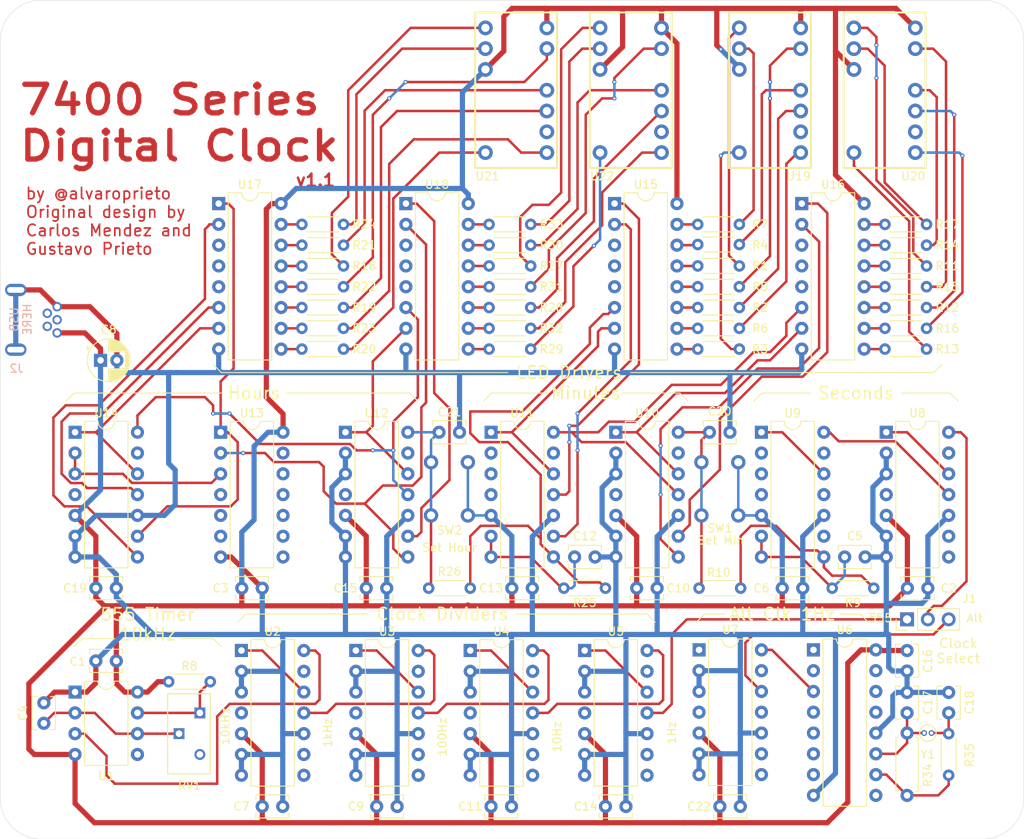
<source format=kicad_pcb>
(kicad_pcb (version 20171130) (host pcbnew 5.1.5+dfsg1-2build2)
  (title_block (title Reloj) (date 2020-05-30) (rev 1.1) (company alvarop.com))
  (layers (0 F.Cu signal) (31 B.Cu signal) (34 B.Paste user) (35 F.Paste user) (36 B.SilkS user) (37 F.SilkS user) (38 B.Mask user) (39 F.Mask user) (44 Edge.Cuts user))
  (net 0 "")
  (net 1 GND)
  (net 2 CA)
  (net 3 /CLK_MIN)
  (net 4 /CLK_HR)
  (net 5 /CLK_1HZ_ALT)
  (net 6 "Net-(J1-Pad2)")
  (net 7 /CLK_1HZ)
  (net 8 "Net-(R1-Pad2)")
  (net 9 "Net-(R2-Pad2)")
  (net 10 "Net-(R4-Pad2)")
  (net 11 /DM_Q3)
  (net 12 "Net-(R6-Pad2)")
  (net 13 "Net-(R7-Pad2)")
  (net 14 "Net-(R7-Pad1)")
  (net 15 "Net-(R8-Pad2)")
  (net 16 "Net-(R10-Pad1)")
  (net 17 "Net-(R11-Pad2)")
  (net 18 "Net-(R11-Pad1)")
  (net 19 "Net-(R12-Pad2)")
  (net 20 "Net-(R12-Pad1)")
  (net 21 "Net-(R13-Pad2)")
  (net 22 "Net-(R13-Pad1)")
  (net 23 "Net-(R14-Pad2)")
  (net 24 "Net-(R14-Pad1)")
  (net 25 "Net-(R15-Pad2)")
  (net 26 "Net-(R15-Pad1)")
  (net 27 "Net-(R16-Pad2)")
  (net 28 "Net-(R16-Pad1)")
  (net 29 "Net-(R17-Pad2)")
  (net 30 "Net-(R17-Pad1)")
  (net 31 "Net-(R18-Pad2)")
  (net 32 "Net-(R18-Pad1)")
  (net 33 "Net-(R19-Pad2)")
  (net 34 "Net-(R19-Pad1)")
  (net 35 "Net-(R20-Pad2)")
  (net 36 "Net-(R20-Pad1)")
  (net 37 "Net-(R21-Pad2)")
  (net 38 "Net-(R21-Pad1)")
  (net 39 "Net-(R22-Pad2)")
  (net 40 "Net-(R22-Pad1)")
  (net 41 "Net-(R23-Pad2)")
  (net 42 "Net-(R23-Pad1)")
  (net 43 "Net-(R24-Pad2)")
  (net 44 "Net-(R24-Pad1)")
  (net 45 "Net-(R27-Pad2)")
  (net 46 "Net-(R27-Pad1)")
  (net 47 "Net-(R28-Pad2)")
  (net 48 "Net-(R28-Pad1)")
  (net 49 "Net-(R29-Pad2)")
  (net 50 "Net-(R29-Pad1)")
  (net 51 "Net-(R30-Pad2)")
  (net 52 "Net-(R30-Pad1)")
  (net 53 "Net-(R31-Pad2)")
  (net 54 "Net-(R31-Pad1)")
  (net 55 "Net-(R32-Pad2)")
  (net 56 "Net-(R32-Pad1)")
  (net 57 "Net-(R33-Pad2)")
  (net 58 "Net-(R33-Pad1)")
  (net 59 "Net-(R34-Pad2)")
  (net 60 /CLK_10KHZ)
  (net 61 "Net-(U4-Pad1)")
  (net 62 /CLK_1KHZ)
  (net 63 "Net-(U5-Pad1)")
  (net 64 /CLK_100HZ)
  (net 65 "Net-(U6-Pad1)")
  (net 66 /CLK_10HZ)
  (net 67 "Net-(U7-Pad1)")
  (net 68 /CLK_DSEC)
  (net 69 "Net-(U8-Pad1)")
  (net 70 /CLK_DMIN)
  (net 71 /DM_Q0)
  (net 72 /DM_Q1)
  (net 73 /DM_Q2)
  (net 74 /M_Q0)
  (net 75 /M_Q1)
  (net 76 /M_Q2)
  (net 77 /H_Q0)
  (net 78 /CLK_DHR)
  (net 79 /H_Q1)
  (net 80 /H_Q2)
  (net 81 /DH_Q0)
  (net 82 /DH_Q3)
  (net 83 /DH_Q1)
  (net 84 /DH_Q2)
  (net 85 "Net-(J2-Pad4)")
  (net 86 "Net-(J2-Pad3)")
  (net 87 "Net-(J2-Pad2)")
  (net 88 "Net-(RV1-Pad3)")
  (net 89 "Net-(U1-Pad5)")
  (net 90 "Net-(U2-Pad9)")
  (net 91 "Net-(U2-Pad1)")
  (net 92 "Net-(U3-Pad9)")
  (net 93 "Net-(U3-Pad8)")
  (net 94 "Net-(U3-Pad1)")
  (net 95 "Net-(U4-Pad9)")
  (net 96 "Net-(U4-Pad8)")
  (net 97 "Net-(U5-Pad9)")
  (net 98 "Net-(U5-Pad8)")
  (net 99 "Net-(U6-Pad9)")
  (net 100 "Net-(U7-Pad9)")
  (net 101 "Net-(U7-Pad8)")
  (net 102 "Net-(U8-Pad9)")
  (net 103 "Net-(U15-Pad5)")
  (net 104 "Net-(U15-Pad4)")
  (net 105 "Net-(U15-Pad3)")
  (net 106 "Net-(U17-Pad5)")
  (net 107 "Net-(U17-Pad4)")
  (net 108 "Net-(U17-Pad3)")
  (net 109 "Net-(U20-Pad9)")
  (net 110 "Net-(U22-Pad9)")
  (net 111 /S_RST)
  (net 112 /M_RST)
  (net 113 /H_RST)
  (net 114 "Net-(C4-Pad1)")
  (net 115 "Net-(C17-Pad2)")
  (net 116 "Net-(C18-Pad2)")
  (net 117 "Net-(R1-Pad1)")
  (net 118 "Net-(R2-Pad1)")
  (net 119 "Net-(R3-Pad2)")
  (net 120 "Net-(R3-Pad1)")
  (net 121 "Net-(R4-Pad1)")
  (net 122 "Net-(R5-Pad2)")
  (net 123 "Net-(R5-Pad1)")
  (net 124 "Net-(R6-Pad1)")
  (net 125 "Net-(U2-Pad8)")
  (net 126 "Net-(U6-Pad15)")
  (net 127 "Net-(U6-Pad7)")
  (net 128 "Net-(U6-Pad14)")
  (net 129 "Net-(U6-Pad6)")
  (net 130 "Net-(U6-Pad13)")
  (net 131 "Net-(U6-Pad5)")
  (net 132 "Net-(U6-Pad4)")
  (net 133 "Net-(U6-Pad3)")
  (net 134 "Net-(U6-Pad2)")
  (net 135 "Net-(U7-Pad11)")
  (net 136 "Net-(U8-Pad8)")
  (net 137 "Net-(U9-Pad1)")
  (net 138 "Net-(U9-Pad11)")
  (net 139 "Net-(U9-Pad9)")
  (net 140 "Net-(U16-Pad5)")
  (net 141 "Net-(U16-Pad4)")
  (net 142 "Net-(U16-Pad3)")
  (net 143 "Net-(U18-Pad5)")
  (net 144 "Net-(U18-Pad4)")
  (net 145 "Net-(U18-Pad3)")
  (net 146 "Net-(U19-Pad9)")
  (net 147 "Net-(U21-Pad9)")
  (module alvarop:SA04-11SRWA (layer F.Cu) (at 158 56)
    (fp_text reference U21 (at -3.5 10.5) (layer F.SilkS))
    (fp_text value SA04-11SRWA)
    (pad 14 thru_hole circle (at 3.75 -7.62) (size 1.8 1.8) (drill 1) (layers *.Cu *.Mask) (net 2 CA))
    (pad 13 thru_hole circle (at 3.75 -5.08) (size 1.8 1.8) (drill 1) (layers *.Cu *.Mask) (net 40 "Net-(R22-Pad1)"))
    (pad 11 thru_hole circle (at 3.75 0) (size 1.8 1.8) (drill 1) (layers *.Cu *.Mask) (net 38 "Net-(R21-Pad1)"))
    (pad 10 thru_hole circle (at 3.75 2.54) (size 1.8 1.8) (drill 1) (layers *.Cu *.Mask) (net 34 "Net-(R19-Pad1)"))
    (pad 9 thru_hole circle (at 3.75 5.08) (size 1.8 1.8) (drill 1) (layers *.Cu *.Mask) (net 147 "Net-(U21-Pad9)"))
    (pad 8 thru_hole circle (at 3.75 7.62) (size 1.8 1.8) (drill 1) (layers *.Cu *.Mask) (net 42 "Net-(R23-Pad1)"))
    (pad 7 thru_hole circle (at -3.75 7.62) (size 1.8 1.8) (drill 1) (layers *.Cu *.Mask) (net 36 "Net-(R20-Pad1)"))
    (pad 3 thru_hole circle (at -3.75 -2.54) (size 1.8 1.8) (drill 1) (layers *.Cu *.Mask) (net 2 CA))
    (pad 2 thru_hole circle (at -3.75 -5.08) (size 1.8 1.8) (drill 1) (layers *.Cu *.Mask) (net 44 "Net-(R24-Pad1)"))
    (pad 1 thru_hole circle (at -3.75 -7.62) (size 1.8 1.8) (drill 1) (layers *.Cu *.Mask) (net 32 "Net-(R18-Pad1)"))
  )
  (module Capacitor_THT:C_Disc_D3.8mm_W2.6mm_P2.50mm (layer F.Cu) (at 181.61 97.79)
    (fp_text reference C20 (at 1.25 -2.55) (layer F.SilkS))
    (fp_text value 0.1u)
    (pad 2 thru_hole circle (at 2.5 0) (size 1.6 1.6) (drill 0.8) (layers *.Cu *.Mask) (net 1 GND))
    (pad 1 thru_hole circle (at 0 0) (size 1.6 1.6) (drill 0.8) (layers *.Cu *.Mask) (net 3 /CLK_MIN))
  )
  (module Resistor_THT:R_Axial_DIN0204_L3.6mm_D1.6mm_P5.08mm_Horizontal (layer F.Cu) (at 152.4 116.84 180)
    (fp_text reference R26 (at 2.54 2.032) (layer F.SilkS))
    (fp_text value 330)
    (pad 2 thru_hole oval (at 5.08 0 180) (size 1.4 1.4) (drill 0.7) (layers *.Cu *.Mask) (net 4 /CLK_HR))
    (pad 1 thru_hole circle (at 0 0 180) (size 1.4 1.4) (drill 0.7) (layers *.Cu *.Mask) (net 11 /DM_Q3))
  )
  (module Resistor_THT:R_Axial_DIN0204_L3.6mm_D1.6mm_P5.08mm_Horizontal (layer F.Cu) (at 163.83 116.84)
    (fp_text reference R25 (at 2.54 1.778) (layer F.SilkS))
    (fp_text value 330)
    (pad 2 thru_hole oval (at 5.08 0) (size 1.4 1.4) (drill 0.7) (layers *.Cu *.Mask) (net 11 /DM_Q3))
    (pad 1 thru_hole circle (at 0 0) (size 1.4 1.4) (drill 0.7) (layers *.Cu *.Mask) (net 112 /M_RST))
  )
  (module Resistor_THT:R_Axial_DIN0204_L3.6mm_D1.6mm_P5.08mm_Horizontal (layer F.Cu) (at 185.42 116.84 180)
    (fp_text reference R10 (at 2.667 1.905) (layer F.SilkS))
    (fp_text value 330)
    (pad 2 thru_hole oval (at 5.08 0 180) (size 1.4 1.4) (drill 0.7) (layers *.Cu *.Mask) (net 3 /CLK_MIN))
    (pad 1 thru_hole circle (at 0 0 180) (size 1.4 1.4) (drill 0.7) (layers *.Cu *.Mask) (net 16 "Net-(R10-Pad1)"))
  )
  (module Resistor_THT:R_Axial_DIN0204_L3.6mm_D1.6mm_P5.08mm_Horizontal (layer F.Cu) (at 196.596 116.84)
    (fp_text reference R9 (at 2.54 1.778) (layer F.SilkS))
    (fp_text value 330)
    (pad 2 thru_hole oval (at 5.08 0) (size 1.4 1.4) (drill 0.7) (layers *.Cu *.Mask) (net 16 "Net-(R10-Pad1)"))
    (pad 1 thru_hole circle (at 0 0) (size 1.4 1.4) (drill 0.7) (layers *.Cu *.Mask) (net 111 /S_RST))
  )
  (module Capacitor_THT:C_Disc_D3.8mm_W2.6mm_P2.50mm (layer F.Cu) (at 165.14 113.03)
    (fp_text reference C12 (at 1.25 -2.55) (layer F.SilkS))
    (fp_text value 0.1u)
    (pad 2 thru_hole circle (at 2.5 0) (size 1.6 1.6) (drill 0.8) (layers *.Cu *.Mask) (net 1 GND))
    (pad 1 thru_hole circle (at 0 0) (size 1.6 1.6) (drill 0.8) (layers *.Cu *.Mask) (net 112 /M_RST))
  )
  (module Capacitor_THT:C_Disc_D3.8mm_W2.6mm_P2.50mm (layer F.Cu) (at 198.12 113.03)
    (fp_text reference C5 (at 1.25 -2.55) (layer F.SilkS))
    (fp_text value 0.1u)
    (pad 2 thru_hole circle (at 2.5 0) (size 1.6 1.6) (drill 0.8) (layers *.Cu *.Mask) (net 1 GND))
    (pad 1 thru_hole circle (at 0 0) (size 1.6 1.6) (drill 0.8) (layers *.Cu *.Mask) (net 111 /S_RST))
  )
  (module alvarop:TE_1825910-6 (layer F.Cu) (at 182.88 104.7 270)
    (fp_text reference SW1 (at 4.826 0) (layer F.SilkS))
    (fp_text value SW_Push)
    (pad 2 thru_hole circle (at 3.25 2.25 270) (size 1.75 1.75) (drill 0.99) (layers *.Cu *.Mask) (net 3 /CLK_MIN))
    (pad 1 thru_hole circle (at 3.25 -2.25 270) (size 1.75 1.75) (drill 0.99) (layers *.Cu *.Mask) (net 2 CA))
    (pad 2 thru_hole circle (at -3.25 2.25 270) (size 1.75 1.75) (drill 0.99) (layers *.Cu *.Mask) (net 3 /CLK_MIN))
    (pad 1 thru_hole circle (at -3.25 -2.25 270) (size 1.75 1.75) (drill 0.99) (layers *.Cu *.Mask) (net 2 CA))
  )
  (module Package_DIP:DIP-8_W7.62mm (layer F.Cu) (at 104.14 129.54)
    (fp_text reference U1 (at 3.81 10.24) (layer F.SilkS))
    (fp_text value LM555)
    (pad 8 thru_hole oval (at 7.62 0) (size 1.6 1.6) (drill 0.8) (layers *.Cu *.Mask) (net 2 CA))
    (pad 4 thru_hole oval (at 0 7.62) (size 1.6 1.6) (drill 0.8) (layers *.Cu *.Mask) (net 2 CA))
    (pad 7 thru_hole oval (at 7.62 2.54) (size 1.6 1.6) (drill 0.8) (layers *.Cu *.Mask) (net 15 "Net-(R8-Pad2)"))
    (pad 3 thru_hole oval (at 0 5.08) (size 1.6 1.6) (drill 0.8) (layers *.Cu *.Mask) (net 60 /CLK_10KHZ))
    (pad 6 thru_hole oval (at 7.62 5.08) (size 1.6 1.6) (drill 0.8) (layers *.Cu *.Mask) (net 114 "Net-(C4-Pad1)"))
    (pad 2 thru_hole oval (at 0 2.54) (size 1.6 1.6) (drill 0.8) (layers *.Cu *.Mask) (net 114 "Net-(C4-Pad1)"))
    (pad 5 thru_hole oval (at 7.62 7.62) (size 1.6 1.6) (drill 0.8) (layers *.Cu *.Mask) (net 89 "Net-(U1-Pad5)"))
    (pad 1 thru_hole rect (at 0 0) (size 1.6 1.6) (drill 0.8) (layers *.Cu *.Mask) (net 1 GND))
  )
  (module Capacitor_THT:CP_Radial_D5.0mm_P2.00mm (layer F.Cu) (at 107.25 89)
    (fp_text reference C8 (at 1 -3.75) (layer F.SilkS))
    (fp_text value 4.7uF)
    (pad 2 thru_hole circle (at 2 0) (size 1.6 1.6) (drill 0.8) (layers *.Cu *.Mask) (net 1 GND))
    (pad 1 thru_hole rect (at 0 0) (size 1.6 1.6) (drill 0.8) (layers *.Cu *.Mask) (net 2 CA))
  )
  (module Capacitor_THT:C_Disc_D3.8mm_W2.6mm_P2.50mm (layer F.Cu) (at 182.88 143.51)
    (fp_text reference C22 (at -2.54 0) (layer F.SilkS))
    (fp_text value 0.1u)
    (pad 2 thru_hole circle (at 2.5 0) (size 1.6 1.6) (drill 0.8) (layers *.Cu *.Mask) (net 1 GND))
    (pad 1 thru_hole circle (at 0 0) (size 1.6 1.6) (drill 0.8) (layers *.Cu *.Mask) (net 2 CA))
  )
  (module Capacitor_THT:C_Disc_D3.8mm_W2.6mm_P2.50mm (layer F.Cu) (at 205.74 124.46 270)
    (fp_text reference C16 (at 1.27 -2.54 270) (layer F.SilkS))
    (fp_text value 0.1u)
    (pad 2 thru_hole circle (at 2.5 0 270) (size 1.6 1.6) (drill 0.8) (layers *.Cu *.Mask) (net 1 GND))
    (pad 1 thru_hole circle (at 0 0 270) (size 1.6 1.6) (drill 0.8) (layers *.Cu *.Mask) (net 2 CA))
  )
  (module Package_DIP:DIP-16_W7.62mm (layer F.Cu) (at 192.88 69.85)
    (fp_text reference U16 (at 3.81 -2.33) (layer F.SilkS))
    (fp_text value 74LS47)
    (pad 16 thru_hole oval (at 7.62 0) (size 1.6 1.6) (drill 0.8) (layers *.Cu *.Mask) (net 2 CA))
    (pad 8 thru_hole oval (at 0 17.78) (size 1.6 1.6) (drill 0.8) (layers *.Cu *.Mask) (net 1 GND))
    (pad 15 thru_hole oval (at 7.62 2.54) (size 1.6 1.6) (drill 0.8) (layers *.Cu *.Mask) (net 29 "Net-(R17-Pad2)"))
    (pad 7 thru_hole oval (at 0 15.24) (size 1.6 1.6) (drill 0.8) (layers *.Cu *.Mask) (net 74 /M_Q0))
    (pad 14 thru_hole oval (at 7.62 5.08) (size 1.6 1.6) (drill 0.8) (layers *.Cu *.Mask) (net 23 "Net-(R14-Pad2)"))
    (pad 6 thru_hole oval (at 0 12.7) (size 1.6 1.6) (drill 0.8) (layers *.Cu *.Mask) (net 70 /CLK_DMIN))
    (pad 13 thru_hole oval (at 7.62 7.62) (size 1.6 1.6) (drill 0.8) (layers *.Cu *.Mask) (net 17 "Net-(R11-Pad2)"))
    (pad 5 thru_hole oval (at 0 10.16) (size 1.6 1.6) (drill 0.8) (layers *.Cu *.Mask) (net 140 "Net-(U16-Pad5)"))
    (pad 12 thru_hole oval (at 7.62 10.16) (size 1.6 1.6) (drill 0.8) (layers *.Cu *.Mask) (net 25 "Net-(R15-Pad2)"))
    (pad 4 thru_hole oval (at 0 7.62) (size 1.6 1.6) (drill 0.8) (layers *.Cu *.Mask) (net 141 "Net-(U16-Pad4)"))
    (pad 11 thru_hole oval (at 7.62 12.7) (size 1.6 1.6) (drill 0.8) (layers *.Cu *.Mask) (net 19 "Net-(R12-Pad2)"))
    (pad 3 thru_hole oval (at 0 5.08) (size 1.6 1.6) (drill 0.8) (layers *.Cu *.Mask) (net 142 "Net-(U16-Pad3)"))
    (pad 10 thru_hole oval (at 7.62 15.24) (size 1.6 1.6) (drill 0.8) (layers *.Cu *.Mask) (net 27 "Net-(R16-Pad2)"))
    (pad 2 thru_hole oval (at 0 2.54) (size 1.6 1.6) (drill 0.8) (layers *.Cu *.Mask) (net 76 /M_Q2))
    (pad 9 thru_hole oval (at 7.62 17.78) (size 1.6 1.6) (drill 0.8) (layers *.Cu *.Mask) (net 21 "Net-(R13-Pad2)"))
    (pad 1 thru_hole rect (at 0 0) (size 1.6 1.6) (drill 0.8) (layers *.Cu *.Mask) (net 75 /M_Q1))
  )
  (module alvarop:TE_2172034-1 (layer B.Cu) (at 101.95 84.05 90)
    (fp_text reference J2 (at -5.95 -4.95) (layer B.SilkS) (effects (justify mirror)))
    (fp_text value USB_B_Mini)
    (pad 6 thru_hole oval (at 3.65 -5.05 90) (size 1.5 2.6) (drill oval 0.7 2.1) (layers *.Cu *.Mask) (net 1 GND))
    (pad 6 thru_hole oval (at -3.65 -5.05 90) (size 1.5 2.6) (drill oval 0.7 2.1) (layers *.Cu *.Mask) (net 1 GND))
    (pad 5 thru_hole circle (at 1.6 0 90) (size 1.15 1.15) (drill 0.7) (layers *.Cu *.Mask) (net 1 GND))
    (pad 4 thru_hole circle (at 0.8 -1.2 90) (size 1.15 1.15) (drill 0.7) (layers *.Cu *.Mask) (net 85 "Net-(J2-Pad4)"))
    (pad 3 thru_hole circle (at 0 0 90) (size 1.15 1.15) (drill 0.7) (layers *.Cu *.Mask) (net 86 "Net-(J2-Pad3)"))
    (pad 2 thru_hole circle (at -0.8 -1.2 90) (size 1.15 1.15) (drill 0.7) (layers *.Cu *.Mask) (net 87 "Net-(J2-Pad2)"))
    (pad 1 thru_hole circle (at -1.6 0 90) (size 1.15 1.15) (drill 0.7) (layers *.Cu *.Mask) (net 2 CA))
  )
  (module Package_DIP:DIP-16_W7.62mm (layer F.Cu) (at 144.54 69.85)
    (fp_text reference U18 (at 3.81 -2.33) (layer F.SilkS))
    (fp_text value 74LS47)
    (pad 16 thru_hole oval (at 7.62 0) (size 1.6 1.6) (drill 0.8) (layers *.Cu *.Mask) (net 2 CA))
    (pad 8 thru_hole oval (at 0 17.78) (size 1.6 1.6) (drill 0.8) (layers *.Cu *.Mask) (net 1 GND))
    (pad 15 thru_hole oval (at 7.62 2.54) (size 1.6 1.6) (drill 0.8) (layers *.Cu *.Mask) (net 57 "Net-(R33-Pad2)"))
    (pad 7 thru_hole oval (at 0 15.24) (size 1.6 1.6) (drill 0.8) (layers *.Cu *.Mask) (net 77 /H_Q0))
    (pad 14 thru_hole oval (at 7.62 5.08) (size 1.6 1.6) (drill 0.8) (layers *.Cu *.Mask) (net 51 "Net-(R30-Pad2)"))
    (pad 6 thru_hole oval (at 0 12.7) (size 1.6 1.6) (drill 0.8) (layers *.Cu *.Mask) (net 78 /CLK_DHR))
    (pad 13 thru_hole oval (at 7.62 7.62) (size 1.6 1.6) (drill 0.8) (layers *.Cu *.Mask) (net 45 "Net-(R27-Pad2)"))
    (pad 5 thru_hole oval (at 0 10.16) (size 1.6 1.6) (drill 0.8) (layers *.Cu *.Mask) (net 143 "Net-(U18-Pad5)"))
    (pad 12 thru_hole oval (at 7.62 10.16) (size 1.6 1.6) (drill 0.8) (layers *.Cu *.Mask) (net 53 "Net-(R31-Pad2)"))
    (pad 4 thru_hole oval (at 0 7.62) (size 1.6 1.6) (drill 0.8) (layers *.Cu *.Mask) (net 144 "Net-(U18-Pad4)"))
    (pad 11 thru_hole oval (at 7.62 12.7) (size 1.6 1.6) (drill 0.8) (layers *.Cu *.Mask) (net 47 "Net-(R28-Pad2)"))
    (pad 3 thru_hole oval (at 0 5.08) (size 1.6 1.6) (drill 0.8) (layers *.Cu *.Mask) (net 145 "Net-(U18-Pad3)"))
    (pad 10 thru_hole oval (at 7.62 15.24) (size 1.6 1.6) (drill 0.8) (layers *.Cu *.Mask) (net 55 "Net-(R32-Pad2)"))
    (pad 2 thru_hole oval (at 0 2.54) (size 1.6 1.6) (drill 0.8) (layers *.Cu *.Mask) (net 80 /H_Q2))
    (pad 9 thru_hole oval (at 7.62 17.78) (size 1.6 1.6) (drill 0.8) (layers *.Cu *.Mask) (net 49 "Net-(R29-Pad2)"))
    (pad 1 thru_hole rect (at 0 0) (size 1.6 1.6) (drill 0.8) (layers *.Cu *.Mask) (net 79 /H_Q1))
  )
  (module Package_DIP:DIP-16_W7.62mm (layer F.Cu) (at 121.68 69.85)
    (fp_text reference U17 (at 3.81 -2.33) (layer F.SilkS))
    (fp_text value 74LS47)
    (pad 16 thru_hole oval (at 7.62 0) (size 1.6 1.6) (drill 0.8) (layers *.Cu *.Mask) (net 2 CA))
    (pad 8 thru_hole oval (at 0 17.78) (size 1.6 1.6) (drill 0.8) (layers *.Cu *.Mask) (net 1 GND))
    (pad 15 thru_hole oval (at 7.62 2.54) (size 1.6 1.6) (drill 0.8) (layers *.Cu *.Mask) (net 43 "Net-(R24-Pad2)"))
    (pad 7 thru_hole oval (at 0 15.24) (size 1.6 1.6) (drill 0.8) (layers *.Cu *.Mask) (net 81 /DH_Q0))
    (pad 14 thru_hole oval (at 7.62 5.08) (size 1.6 1.6) (drill 0.8) (layers *.Cu *.Mask) (net 37 "Net-(R21-Pad2)"))
    (pad 6 thru_hole oval (at 0 12.7) (size 1.6 1.6) (drill 0.8) (layers *.Cu *.Mask) (net 82 /DH_Q3))
    (pad 13 thru_hole oval (at 7.62 7.62) (size 1.6 1.6) (drill 0.8) (layers *.Cu *.Mask) (net 31 "Net-(R18-Pad2)"))
    (pad 5 thru_hole oval (at 0 10.16) (size 1.6 1.6) (drill 0.8) (layers *.Cu *.Mask) (net 106 "Net-(U17-Pad5)"))
    (pad 12 thru_hole oval (at 7.62 10.16) (size 1.6 1.6) (drill 0.8) (layers *.Cu *.Mask) (net 39 "Net-(R22-Pad2)"))
    (pad 4 thru_hole oval (at 0 7.62) (size 1.6 1.6) (drill 0.8) (layers *.Cu *.Mask) (net 107 "Net-(U17-Pad4)"))
    (pad 11 thru_hole oval (at 7.62 12.7) (size 1.6 1.6) (drill 0.8) (layers *.Cu *.Mask) (net 33 "Net-(R19-Pad2)"))
    (pad 3 thru_hole oval (at 0 5.08) (size 1.6 1.6) (drill 0.8) (layers *.Cu *.Mask) (net 108 "Net-(U17-Pad3)"))
    (pad 10 thru_hole oval (at 7.62 15.24) (size 1.6 1.6) (drill 0.8) (layers *.Cu *.Mask) (net 41 "Net-(R23-Pad2)"))
    (pad 2 thru_hole oval (at 0 2.54) (size 1.6 1.6) (drill 0.8) (layers *.Cu *.Mask) (net 84 /DH_Q2))
    (pad 9 thru_hole oval (at 7.62 17.78) (size 1.6 1.6) (drill 0.8) (layers *.Cu *.Mask) (net 35 "Net-(R20-Pad2)"))
    (pad 1 thru_hole rect (at 0 0) (size 1.6 1.6) (drill 0.8) (layers *.Cu *.Mask) (net 83 /DH_Q1))
  )
  (module Package_DIP:DIP-16_W7.62mm (layer F.Cu) (at 170.02 69.85)
    (fp_text reference U15 (at 3.81 -2.33) (layer F.SilkS))
    (fp_text value 74LS47)
    (pad 16 thru_hole oval (at 7.62 0) (size 1.6 1.6) (drill 0.8) (layers *.Cu *.Mask) (net 2 CA))
    (pad 8 thru_hole oval (at 0 17.78) (size 1.6 1.6) (drill 0.8) (layers *.Cu *.Mask) (net 1 GND))
    (pad 15 thru_hole oval (at 7.62 2.54) (size 1.6 1.6) (drill 0.8) (layers *.Cu *.Mask) (net 13 "Net-(R7-Pad2)"))
    (pad 7 thru_hole oval (at 0 15.24) (size 1.6 1.6) (drill 0.8) (layers *.Cu *.Mask) (net 71 /DM_Q0))
    (pad 14 thru_hole oval (at 7.62 5.08) (size 1.6 1.6) (drill 0.8) (layers *.Cu *.Mask) (net 10 "Net-(R4-Pad2)"))
    (pad 6 thru_hole oval (at 0 12.7) (size 1.6 1.6) (drill 0.8) (layers *.Cu *.Mask) (net 11 /DM_Q3))
    (pad 13 thru_hole oval (at 7.62 7.62) (size 1.6 1.6) (drill 0.8) (layers *.Cu *.Mask) (net 8 "Net-(R1-Pad2)"))
    (pad 5 thru_hole oval (at 0 10.16) (size 1.6 1.6) (drill 0.8) (layers *.Cu *.Mask) (net 103 "Net-(U15-Pad5)"))
    (pad 12 thru_hole oval (at 7.62 10.16) (size 1.6 1.6) (drill 0.8) (layers *.Cu *.Mask) (net 122 "Net-(R5-Pad2)"))
    (pad 4 thru_hole oval (at 0 7.62) (size 1.6 1.6) (drill 0.8) (layers *.Cu *.Mask) (net 104 "Net-(U15-Pad4)"))
    (pad 11 thru_hole oval (at 7.62 12.7) (size 1.6 1.6) (drill 0.8) (layers *.Cu *.Mask) (net 9 "Net-(R2-Pad2)"))
    (pad 3 thru_hole oval (at 0 5.08) (size 1.6 1.6) (drill 0.8) (layers *.Cu *.Mask) (net 105 "Net-(U15-Pad3)"))
    (pad 10 thru_hole oval (at 7.62 15.24) (size 1.6 1.6) (drill 0.8) (layers *.Cu *.Mask) (net 12 "Net-(R6-Pad2)"))
    (pad 2 thru_hole oval (at 0 2.54) (size 1.6 1.6) (drill 0.8) (layers *.Cu *.Mask) (net 73 /DM_Q2))
    (pad 9 thru_hole oval (at 7.62 17.78) (size 1.6 1.6) (drill 0.8) (layers *.Cu *.Mask) (net 119 "Net-(R3-Pad2)"))
    (pad 1 thru_hole rect (at 0 0) (size 1.6 1.6) (drill 0.8) (layers *.Cu *.Mask) (net 72 /DM_Q1))
  )
  (module Capacitor_THT:C_Disc_D3.8mm_W2.6mm_P2.50mm (layer F.Cu) (at 124.5 116.84)
    (fp_text reference C3 (at -2.58 0) (layer F.SilkS))
    (fp_text value 0.1u)
    (pad 2 thru_hole circle (at 2.5 0) (size 1.6 1.6) (drill 0.8) (layers *.Cu *.Mask) (net 1 GND))
    (pad 1 thru_hole circle (at 0 0) (size 1.6 1.6) (drill 0.8) (layers *.Cu *.Mask) (net 2 CA))
  )
  (module Capacitor_THT:C_Disc_D3.8mm_W2.6mm_P2.50mm (layer F.Cu) (at 148.59 97.79)
    (fp_text reference C21 (at 1.27 -2.46) (layer F.SilkS))
    (fp_text value 0.1u)
    (pad 2 thru_hole circle (at 2.5 0) (size 1.6 1.6) (drill 0.8) (layers *.Cu *.Mask) (net 1 GND))
    (pad 1 thru_hole circle (at 0 0) (size 1.6 1.6) (drill 0.8) (layers *.Cu *.Mask) (net 4 /CLK_HR))
  )
  (module Capacitor_THT:C_Disc_D3.8mm_W2.6mm_P2.50mm (layer F.Cu) (at 157.48 116.84)
    (fp_text reference C13 (at -2.54 0) (layer F.SilkS))
    (fp_text value 0.1u)
    (pad 2 thru_hole circle (at 2.5 0) (size 1.6 1.6) (drill 0.8) (layers *.Cu *.Mask) (net 1 GND))
    (pad 1 thru_hole circle (at 0 0) (size 1.6 1.6) (drill 0.8) (layers *.Cu *.Mask) (net 2 CA))
  )
  (module Capacitor_THT:C_Disc_D3.8mm_W2.6mm_P2.50mm (layer F.Cu) (at 190.5 116.84)
    (fp_text reference C6 (at -2.54 0) (layer F.SilkS))
    (fp_text value 0.1u)
    (pad 2 thru_hole circle (at 2.5 0) (size 1.6 1.6) (drill 0.8) (layers *.Cu *.Mask) (net 1 GND))
    (pad 1 thru_hole circle (at 0 0) (size 1.6 1.6) (drill 0.8) (layers *.Cu *.Mask) (net 2 CA))
  )
  (module Capacitor_THT:C_Disc_D3.8mm_W2.6mm_P2.50mm (layer F.Cu) (at 106.68 116.84)
    (fp_text reference C19 (at -2.54 0) (layer F.SilkS))
    (fp_text value 0.1u)
    (pad 2 thru_hole circle (at 2.5 0) (size 1.6 1.6) (drill 0.8) (layers *.Cu *.Mask) (net 1 GND))
    (pad 1 thru_hole circle (at 0 0) (size 1.6 1.6) (drill 0.8) (layers *.Cu *.Mask) (net 2 CA))
  )
  (module Capacitor_THT:C_Disc_D3.8mm_W2.6mm_P2.50mm (layer F.Cu) (at 139.7 116.84)
    (fp_text reference C15 (at -2.54 0) (layer F.SilkS))
    (fp_text value 0.1u)
    (pad 2 thru_hole circle (at 2.5 0) (size 1.6 1.6) (drill 0.8) (layers *.Cu *.Mask) (net 1 GND))
    (pad 1 thru_hole circle (at 0 0) (size 1.6 1.6) (drill 0.8) (layers *.Cu *.Mask) (net 2 CA))
  )
  (module Capacitor_THT:C_Disc_D3.8mm_W2.6mm_P2.50mm (layer F.Cu) (at 172.72 116.84)
    (fp_text reference C10 (at 5.08 0) (layer F.SilkS))
    (fp_text value 0.1u)
    (pad 2 thru_hole circle (at 2.5 0) (size 1.6 1.6) (drill 0.8) (layers *.Cu *.Mask) (net 1 GND))
    (pad 1 thru_hole circle (at 0 0) (size 1.6 1.6) (drill 0.8) (layers *.Cu *.Mask) (net 2 CA))
  )
  (module Capacitor_THT:C_Disc_D3.8mm_W2.6mm_P2.50mm (layer F.Cu) (at 205.78 116.84)
    (fp_text reference C2 (at 5.04 0) (layer F.SilkS))
    (fp_text value 0.1u)
    (pad 2 thru_hole circle (at 2.5 0) (size 1.6 1.6) (drill 0.8) (layers *.Cu *.Mask) (net 1 GND))
    (pad 1 thru_hole circle (at 0 0) (size 1.6 1.6) (drill 0.8) (layers *.Cu *.Mask) (net 2 CA))
  )
  (module Capacitor_THT:C_Disc_D3.8mm_W2.6mm_P2.50mm (layer F.Cu) (at 210.82 129.58 270)
    (fp_text reference C18 (at 1.23 -2.54 270) (layer F.SilkS))
    (fp_text value 22pf)
    (pad 2 thru_hole circle (at 2.5 0 270) (size 1.6 1.6) (drill 0.8) (layers *.Cu *.Mask) (net 116 "Net-(C18-Pad2)"))
    (pad 1 thru_hole circle (at 0 0 270) (size 1.6 1.6) (drill 0.8) (layers *.Cu *.Mask) (net 1 GND))
  )
  (module Capacitor_THT:C_Disc_D3.8mm_W2.6mm_P2.50mm (layer F.Cu) (at 205.74 129.58 270)
    (fp_text reference C17 (at 1.23 -2.54 270) (layer F.SilkS))
    (fp_text value 22pf)
    (pad 2 thru_hole circle (at 2.5 0 270) (size 1.6 1.6) (drill 0.8) (layers *.Cu *.Mask) (net 115 "Net-(C17-Pad2)"))
    (pad 1 thru_hole circle (at 0 0 270) (size 1.6 1.6) (drill 0.8) (layers *.Cu *.Mask) (net 1 GND))
  )
  (module Capacitor_THT:C_Disc_D3.8mm_W2.6mm_P2.50mm (layer F.Cu) (at 168.91 143.51)
    (fp_text reference C14 (at -2.41 0) (layer F.SilkS))
    (fp_text value 0.1u)
    (pad 2 thru_hole circle (at 2.5 0) (size 1.6 1.6) (drill 0.8) (layers *.Cu *.Mask) (net 1 GND))
    (pad 1 thru_hole circle (at 0 0) (size 1.6 1.6) (drill 0.8) (layers *.Cu *.Mask) (net 2 CA))
  )
  (module Capacitor_THT:C_Disc_D3.8mm_W2.6mm_P2.50mm (layer F.Cu) (at 154.94 143.51)
    (fp_text reference C11 (at -2.54 0) (layer F.SilkS))
    (fp_text value 0.1u)
    (pad 2 thru_hole circle (at 2.5 0) (size 1.6 1.6) (drill 0.8) (layers *.Cu *.Mask) (net 1 GND))
    (pad 1 thru_hole circle (at 0 0) (size 1.6 1.6) (drill 0.8) (layers *.Cu *.Mask) (net 2 CA))
  )
  (module Capacitor_THT:C_Disc_D3.8mm_W2.6mm_P2.50mm (layer F.Cu) (at 140.97 143.51)
    (fp_text reference C9 (at -2.54 0) (layer F.SilkS))
    (fp_text value 0.1u)
    (pad 2 thru_hole circle (at 2.5 0) (size 1.6 1.6) (drill 0.8) (layers *.Cu *.Mask) (net 1 GND))
    (pad 1 thru_hole circle (at 0 0) (size 1.6 1.6) (drill 0.8) (layers *.Cu *.Mask) (net 2 CA))
  )
  (module Capacitor_THT:C_Disc_D3.8mm_W2.6mm_P2.50mm (layer F.Cu) (at 127 143.51)
    (fp_text reference C7 (at -2.54 0) (layer F.SilkS))
    (fp_text value 0.1u)
    (pad 2 thru_hole circle (at 2.5 0) (size 1.6 1.6) (drill 0.8) (layers *.Cu *.Mask) (net 1 GND))
    (pad 1 thru_hole circle (at 0 0) (size 1.6 1.6) (drill 0.8) (layers *.Cu *.Mask) (net 2 CA))
  )
  (module Capacitor_THT:C_Disc_D3.8mm_W2.6mm_P2.50mm (layer F.Cu) (at 100.33 133.35 90)
    (fp_text reference C4 (at 1.25 -2.55 90) (layer F.SilkS))
    (fp_text value 0.1u)
    (pad 2 thru_hole circle (at 2.5 0 90) (size 1.6 1.6) (drill 0.8) (layers *.Cu *.Mask) (net 1 GND))
    (pad 1 thru_hole circle (at 0 0 90) (size 1.6 1.6) (drill 0.8) (layers *.Cu *.Mask) (net 114 "Net-(C4-Pad1)"))
  )
  (module Capacitor_THT:C_Disc_D3.8mm_W2.6mm_P2.50mm (layer F.Cu) (at 109.18 125.73 180)
    (fp_text reference C1 (at 4.73 -0.08) (layer F.SilkS))
    (fp_text value 0.1u)
    (pad 2 thru_hole circle (at 2.5 0 180) (size 1.6 1.6) (drill 0.8) (layers *.Cu *.Mask) (net 1 GND))
    (pad 1 thru_hole circle (at 0 0 180) (size 1.6 1.6) (drill 0.8) (layers *.Cu *.Mask) (net 2 CA))
  )
  (module alvarop:CFS-206x (layer F.Cu) (at 208.28 134.54 180)
    (fp_text reference Y1 (at 0 -2.62) (layer F.SilkS))
    (fp_text value 32768Hz)
    (pad 2 thru_hole circle (at -0.45 0 180) (size 0.7 0.7) (drill 0.4) (layers *.Cu *.Mask) (net 116 "Net-(C18-Pad2)"))
    (pad 1 thru_hole circle (at 0.45 0 180) (size 0.7 0.7) (drill 0.4) (layers *.Cu *.Mask) (net 115 "Net-(C17-Pad2)"))
  )
  (module alvarop:SA04-11SRWA (layer F.Cu) (at 172 56)
    (fp_text reference U22 (at -3.5 10.5) (layer F.SilkS))
    (fp_text value SA04-11SRWA)
    (pad 14 thru_hole circle (at 3.75 -7.62) (size 1.8 1.8) (drill 1) (layers *.Cu *.Mask) (net 2 CA))
    (pad 13 thru_hole circle (at 3.75 -5.08) (size 1.8 1.8) (drill 1) (layers *.Cu *.Mask) (net 54 "Net-(R31-Pad1)"))
    (pad 11 thru_hole circle (at 3.75 0) (size 1.8 1.8) (drill 1) (layers *.Cu *.Mask) (net 52 "Net-(R30-Pad1)"))
    (pad 10 thru_hole circle (at 3.75 2.54) (size 1.8 1.8) (drill 1) (layers *.Cu *.Mask) (net 48 "Net-(R28-Pad1)"))
    (pad 9 thru_hole circle (at 3.75 5.08) (size 1.8 1.8) (drill 1) (layers *.Cu *.Mask) (net 110 "Net-(U22-Pad9)"))
    (pad 8 thru_hole circle (at 3.75 7.62) (size 1.8 1.8) (drill 1) (layers *.Cu *.Mask) (net 56 "Net-(R32-Pad1)"))
    (pad 7 thru_hole circle (at -3.75 7.62) (size 1.8 1.8) (drill 1) (layers *.Cu *.Mask) (net 50 "Net-(R29-Pad1)"))
    (pad 3 thru_hole circle (at -3.75 -2.54) (size 1.8 1.8) (drill 1) (layers *.Cu *.Mask) (net 2 CA))
    (pad 2 thru_hole circle (at -3.75 -5.08) (size 1.8 1.8) (drill 1) (layers *.Cu *.Mask) (net 58 "Net-(R33-Pad1)"))
    (pad 1 thru_hole circle (at -3.75 -7.62) (size 1.8 1.8) (drill 1) (layers *.Cu *.Mask) (net 46 "Net-(R27-Pad1)"))
  )
  (module alvarop:SA04-11SRWA (layer F.Cu) (at 203 56)
    (fp_text reference U20 (at 3.5 10.5) (layer F.SilkS))
    (fp_text value SA04-11SRWA)
    (pad 14 thru_hole circle (at 3.75 -7.62) (size 1.8 1.8) (drill 1) (layers *.Cu *.Mask) (net 2 CA))
    (pad 13 thru_hole circle (at 3.75 -5.08) (size 1.8 1.8) (drill 1) (layers *.Cu *.Mask) (net 26 "Net-(R15-Pad1)"))
    (pad 11 thru_hole circle (at 3.75 0) (size 1.8 1.8) (drill 1) (layers *.Cu *.Mask) (net 24 "Net-(R14-Pad1)"))
    (pad 10 thru_hole circle (at 3.75 2.54) (size 1.8 1.8) (drill 1) (layers *.Cu *.Mask) (net 20 "Net-(R12-Pad1)"))
    (pad 9 thru_hole circle (at 3.75 5.08) (size 1.8 1.8) (drill 1) (layers *.Cu *.Mask) (net 109 "Net-(U20-Pad9)"))
    (pad 8 thru_hole circle (at 3.75 7.62) (size 1.8 1.8) (drill 1) (layers *.Cu *.Mask) (net 28 "Net-(R16-Pad1)"))
    (pad 7 thru_hole circle (at -3.75 7.62) (size 1.8 1.8) (drill 1) (layers *.Cu *.Mask) (net 22 "Net-(R13-Pad1)"))
    (pad 3 thru_hole circle (at -3.75 -2.54) (size 1.8 1.8) (drill 1) (layers *.Cu *.Mask) (net 2 CA))
    (pad 2 thru_hole circle (at -3.75 -5.08) (size 1.8 1.8) (drill 1) (layers *.Cu *.Mask) (net 30 "Net-(R17-Pad1)"))
    (pad 1 thru_hole circle (at -3.75 -7.62) (size 1.8 1.8) (drill 1) (layers *.Cu *.Mask) (net 18 "Net-(R11-Pad1)"))
  )
  (module alvarop:SA04-11SRWA (layer F.Cu) (at 189 56)
    (fp_text reference U19 (at 3.5 10.5) (layer F.SilkS))
    (fp_text value SA04-11SRWA)
    (pad 14 thru_hole circle (at 3.75 -7.62) (size 1.8 1.8) (drill 1) (layers *.Cu *.Mask) (net 2 CA))
    (pad 13 thru_hole circle (at 3.75 -5.08) (size 1.8 1.8) (drill 1) (layers *.Cu *.Mask) (net 123 "Net-(R5-Pad1)"))
    (pad 11 thru_hole circle (at 3.75 0) (size 1.8 1.8) (drill 1) (layers *.Cu *.Mask) (net 121 "Net-(R4-Pad1)"))
    (pad 10 thru_hole circle (at 3.75 2.54) (size 1.8 1.8) (drill 1) (layers *.Cu *.Mask) (net 118 "Net-(R2-Pad1)"))
    (pad 9 thru_hole circle (at 3.75 5.08) (size 1.8 1.8) (drill 1) (layers *.Cu *.Mask) (net 146 "Net-(U19-Pad9)"))
    (pad 8 thru_hole circle (at 3.75 7.62) (size 1.8 1.8) (drill 1) (layers *.Cu *.Mask) (net 124 "Net-(R6-Pad1)"))
    (pad 7 thru_hole circle (at -3.75 7.62) (size 1.8 1.8) (drill 1) (layers *.Cu *.Mask) (net 120 "Net-(R3-Pad1)"))
    (pad 3 thru_hole circle (at -3.75 -2.54) (size 1.8 1.8) (drill 1) (layers *.Cu *.Mask) (net 2 CA))
    (pad 2 thru_hole circle (at -3.75 -5.08) (size 1.8 1.8) (drill 1) (layers *.Cu *.Mask) (net 14 "Net-(R7-Pad1)"))
    (pad 1 thru_hole circle (at -3.75 -7.62) (size 1.8 1.8) (drill 1) (layers *.Cu *.Mask) (net 117 "Net-(R1-Pad1)"))
  )
  (module Package_DIP:DIP-14_W7.62mm (layer F.Cu) (at 121.92 97.79)
    (fp_text reference U13 (at 3.81 -2.33) (layer F.SilkS))
    (fp_text value 74LS08)
    (pad 14 thru_hole oval (at 7.62 0) (size 1.6 1.6) (drill 0.8) (layers *.Cu *.Mask) (net 2 CA))
    (pad 7 thru_hole oval (at 0 15.24) (size 1.6 1.6) (drill 0.8) (layers *.Cu *.Mask) (net 1 GND))
    (pad 13 thru_hole oval (at 7.62 2.54) (size 1.6 1.6) (drill 0.8) (layers *.Cu *.Mask))
    (pad 6 thru_hole oval (at 0 12.7) (size 1.6 1.6) (drill 0.8) (layers *.Cu *.Mask))
    (pad 12 thru_hole oval (at 7.62 5.08) (size 1.6 1.6) (drill 0.8) (layers *.Cu *.Mask))
    (pad 5 thru_hole oval (at 0 10.16) (size 1.6 1.6) (drill 0.8) (layers *.Cu *.Mask))
    (pad 11 thru_hole oval (at 7.62 7.62) (size 1.6 1.6) (drill 0.8) (layers *.Cu *.Mask))
    (pad 4 thru_hole oval (at 0 7.62) (size 1.6 1.6) (drill 0.8) (layers *.Cu *.Mask))
    (pad 10 thru_hole oval (at 7.62 10.16) (size 1.6 1.6) (drill 0.8) (layers *.Cu *.Mask))
    (pad 3 thru_hole oval (at 0 5.08) (size 1.6 1.6) (drill 0.8) (layers *.Cu *.Mask) (net 113 /H_RST))
    (pad 9 thru_hole oval (at 7.62 12.7) (size 1.6 1.6) (drill 0.8) (layers *.Cu *.Mask))
    (pad 2 thru_hole oval (at 0 2.54) (size 1.6 1.6) (drill 0.8) (layers *.Cu *.Mask) (net 80 /H_Q2))
    (pad 8 thru_hole oval (at 7.62 15.24) (size 1.6 1.6) (drill 0.8) (layers *.Cu *.Mask))
    (pad 1 thru_hole rect (at 0 0) (size 1.6 1.6) (drill 0.8) (layers *.Cu *.Mask) (net 83 /DH_Q1))
  )
  (module Package_DIP:DIP-14_W7.62mm (layer F.Cu) (at 104.14 97.79)
    (fp_text reference U14 (at 3.81 -2.33) (layer F.SilkS))
    (fp_text value 74LS90)
    (pad 14 thru_hole oval (at 7.62 0) (size 1.6 1.6) (drill 0.8) (layers *.Cu *.Mask) (net 78 /CLK_DHR))
    (pad 7 thru_hole oval (at 0 15.24) (size 1.6 1.6) (drill 0.8) (layers *.Cu *.Mask) (net 1 GND))
    (pad 13 thru_hole oval (at 7.62 2.54) (size 1.6 1.6) (drill 0.8) (layers *.Cu *.Mask))
    (pad 6 thru_hole oval (at 0 12.7) (size 1.6 1.6) (drill 0.8) (layers *.Cu *.Mask) (net 1 GND))
    (pad 12 thru_hole oval (at 7.62 5.08) (size 1.6 1.6) (drill 0.8) (layers *.Cu *.Mask) (net 81 /DH_Q0))
    (pad 5 thru_hole oval (at 0 10.16) (size 1.6 1.6) (drill 0.8) (layers *.Cu *.Mask) (net 2 CA))
    (pad 11 thru_hole oval (at 7.62 7.62) (size 1.6 1.6) (drill 0.8) (layers *.Cu *.Mask) (net 82 /DH_Q3))
    (pad 4 thru_hole oval (at 0 7.62) (size 1.6 1.6) (drill 0.8) (layers *.Cu *.Mask))
    (pad 10 thru_hole oval (at 7.62 10.16) (size 1.6 1.6) (drill 0.8) (layers *.Cu *.Mask) (net 1 GND))
    (pad 3 thru_hole oval (at 0 5.08) (size 1.6 1.6) (drill 0.8) (layers *.Cu *.Mask) (net 113 /H_RST))
    (pad 9 thru_hole oval (at 7.62 12.7) (size 1.6 1.6) (drill 0.8) (layers *.Cu *.Mask) (net 83 /DH_Q1))
    (pad 2 thru_hole oval (at 0 2.54) (size 1.6 1.6) (drill 0.8) (layers *.Cu *.Mask) (net 113 /H_RST))
    (pad 8 thru_hole oval (at 7.62 15.24) (size 1.6 1.6) (drill 0.8) (layers *.Cu *.Mask) (net 84 /DH_Q2))
    (pad 1 thru_hole rect (at 0 0) (size 1.6 1.6) (drill 0.8) (layers *.Cu *.Mask) (net 81 /DH_Q0))
  )
  (module Package_DIP:DIP-14_W7.62mm (layer F.Cu) (at 137.16 97.79)
    (fp_text reference U12 (at 3.81 -2.33) (layer F.SilkS))
    (fp_text value 74LS90)
    (pad 14 thru_hole oval (at 7.62 0) (size 1.6 1.6) (drill 0.8) (layers *.Cu *.Mask) (net 4 /CLK_HR))
    (pad 7 thru_hole oval (at 0 15.24) (size 1.6 1.6) (drill 0.8) (layers *.Cu *.Mask) (net 1 GND))
    (pad 13 thru_hole oval (at 7.62 2.54) (size 1.6 1.6) (drill 0.8) (layers *.Cu *.Mask))
    (pad 6 thru_hole oval (at 0 12.7) (size 1.6 1.6) (drill 0.8) (layers *.Cu *.Mask) (net 1 GND))
    (pad 12 thru_hole oval (at 7.62 5.08) (size 1.6 1.6) (drill 0.8) (layers *.Cu *.Mask) (net 77 /H_Q0))
    (pad 5 thru_hole oval (at 0 10.16) (size 1.6 1.6) (drill 0.8) (layers *.Cu *.Mask) (net 2 CA))
    (pad 11 thru_hole oval (at 7.62 7.62) (size 1.6 1.6) (drill 0.8) (layers *.Cu *.Mask) (net 78 /CLK_DHR))
    (pad 4 thru_hole oval (at 0 7.62) (size 1.6 1.6) (drill 0.8) (layers *.Cu *.Mask))
    (pad 10 thru_hole oval (at 7.62 10.16) (size 1.6 1.6) (drill 0.8) (layers *.Cu *.Mask) (net 1 GND))
    (pad 3 thru_hole oval (at 0 5.08) (size 1.6 1.6) (drill 0.8) (layers *.Cu *.Mask) (net 1 GND))
    (pad 9 thru_hole oval (at 7.62 12.7) (size 1.6 1.6) (drill 0.8) (layers *.Cu *.Mask) (net 79 /H_Q1))
    (pad 2 thru_hole oval (at 0 2.54) (size 1.6 1.6) (drill 0.8) (layers *.Cu *.Mask) (net 1 GND))
    (pad 8 thru_hole oval (at 7.62 15.24) (size 1.6 1.6) (drill 0.8) (layers *.Cu *.Mask) (net 80 /H_Q2))
    (pad 1 thru_hole rect (at 0 0) (size 1.6 1.6) (drill 0.8) (layers *.Cu *.Mask) (net 77 /H_Q0))
  )
  (module Package_DIP:DIP-14_W7.62mm (layer F.Cu) (at 170.18 97.79)
    (fp_text reference U10 (at 3.81 -2.33) (layer F.SilkS))
    (fp_text value 74LS90)
    (pad 14 thru_hole oval (at 7.62 0) (size 1.6 1.6) (drill 0.8) (layers *.Cu *.Mask) (net 3 /CLK_MIN))
    (pad 7 thru_hole oval (at 0 15.24) (size 1.6 1.6) (drill 0.8) (layers *.Cu *.Mask) (net 1 GND))
    (pad 13 thru_hole oval (at 7.62 2.54) (size 1.6 1.6) (drill 0.8) (layers *.Cu *.Mask))
    (pad 6 thru_hole oval (at 0 12.7) (size 1.6 1.6) (drill 0.8) (layers *.Cu *.Mask) (net 1 GND))
    (pad 12 thru_hole oval (at 7.62 5.08) (size 1.6 1.6) (drill 0.8) (layers *.Cu *.Mask) (net 74 /M_Q0))
    (pad 5 thru_hole oval (at 0 10.16) (size 1.6 1.6) (drill 0.8) (layers *.Cu *.Mask) (net 2 CA))
    (pad 11 thru_hole oval (at 7.62 7.62) (size 1.6 1.6) (drill 0.8) (layers *.Cu *.Mask) (net 70 /CLK_DMIN))
    (pad 4 thru_hole oval (at 0 7.62) (size 1.6 1.6) (drill 0.8) (layers *.Cu *.Mask))
    (pad 10 thru_hole oval (at 7.62 10.16) (size 1.6 1.6) (drill 0.8) (layers *.Cu *.Mask) (net 1 GND))
    (pad 3 thru_hole oval (at 0 5.08) (size 1.6 1.6) (drill 0.8) (layers *.Cu *.Mask) (net 1 GND))
    (pad 9 thru_hole oval (at 7.62 12.7) (size 1.6 1.6) (drill 0.8) (layers *.Cu *.Mask) (net 75 /M_Q1))
    (pad 2 thru_hole oval (at 0 2.54) (size 1.6 1.6) (drill 0.8) (layers *.Cu *.Mask) (net 1 GND))
    (pad 8 thru_hole oval (at 7.62 15.24) (size 1.6 1.6) (drill 0.8) (layers *.Cu *.Mask) (net 76 /M_Q2))
    (pad 1 thru_hole rect (at 0 0) (size 1.6 1.6) (drill 0.8) (layers *.Cu *.Mask) (net 74 /M_Q0))
  )
  (module Package_DIP:DIP-14_W7.62mm (layer F.Cu) (at 203.2 97.79)
    (fp_text reference U8 (at 3.81 -2.33) (layer F.SilkS))
    (fp_text value 74LS90)
    (pad 14 thru_hole oval (at 7.62 0) (size 1.6 1.6) (drill 0.8) (layers *.Cu *.Mask) (net 6 "Net-(J1-Pad2)"))
    (pad 7 thru_hole oval (at 0 15.24) (size 1.6 1.6) (drill 0.8) (layers *.Cu *.Mask) (net 1 GND))
    (pad 13 thru_hole oval (at 7.62 2.54) (size 1.6 1.6) (drill 0.8) (layers *.Cu *.Mask))
    (pad 6 thru_hole oval (at 0 12.7) (size 1.6 1.6) (drill 0.8) (layers *.Cu *.Mask) (net 1 GND))
    (pad 12 thru_hole oval (at 7.62 5.08) (size 1.6 1.6) (drill 0.8) (layers *.Cu *.Mask) (net 69 "Net-(U8-Pad1)"))
    (pad 5 thru_hole oval (at 0 10.16) (size 1.6 1.6) (drill 0.8) (layers *.Cu *.Mask) (net 2 CA))
    (pad 11 thru_hole oval (at 7.62 7.62) (size 1.6 1.6) (drill 0.8) (layers *.Cu *.Mask) (net 68 /CLK_DSEC))
    (pad 4 thru_hole oval (at 0 7.62) (size 1.6 1.6) (drill 0.8) (layers *.Cu *.Mask))
    (pad 10 thru_hole oval (at 7.62 10.16) (size 1.6 1.6) (drill 0.8) (layers *.Cu *.Mask) (net 1 GND))
    (pad 3 thru_hole oval (at 0 5.08) (size 1.6 1.6) (drill 0.8) (layers *.Cu *.Mask) (net 1 GND))
    (pad 9 thru_hole oval (at 7.62 12.7) (size 1.6 1.6) (drill 0.8) (layers *.Cu *.Mask) (net 102 "Net-(U8-Pad9)"))
    (pad 2 thru_hole oval (at 0 2.54) (size 1.6 1.6) (drill 0.8) (layers *.Cu *.Mask) (net 1 GND))
    (pad 8 thru_hole oval (at 7.62 15.24) (size 1.6 1.6) (drill 0.8) (layers *.Cu *.Mask) (net 136 "Net-(U8-Pad8)"))
    (pad 1 thru_hole rect (at 0 0) (size 1.6 1.6) (drill 0.8) (layers *.Cu *.Mask) (net 69 "Net-(U8-Pad1)"))
  )
  (module Package_DIP:DIP-14_W7.62mm (layer F.Cu) (at 154.94 97.79)
    (fp_text reference U11 (at 3.81 -2.33) (layer F.SilkS))
    (fp_text value 74LS92)
    (pad 14 thru_hole oval (at 7.62 0) (size 1.6 1.6) (drill 0.8) (layers *.Cu *.Mask) (net 70 /CLK_DMIN))
    (pad 7 thru_hole oval (at 0 15.24) (size 1.6 1.6) (drill 0.8) (layers *.Cu *.Mask) (net 112 /M_RST))
    (pad 13 thru_hole oval (at 7.62 2.54) (size 1.6 1.6) (drill 0.8) (layers *.Cu *.Mask))
    (pad 6 thru_hole oval (at 0 12.7) (size 1.6 1.6) (drill 0.8) (layers *.Cu *.Mask) (net 112 /M_RST))
    (pad 12 thru_hole oval (at 7.62 5.08) (size 1.6 1.6) (drill 0.8) (layers *.Cu *.Mask) (net 71 /DM_Q0))
    (pad 5 thru_hole oval (at 0 10.16) (size 1.6 1.6) (drill 0.8) (layers *.Cu *.Mask) (net 2 CA))
    (pad 11 thru_hole oval (at 7.62 7.62) (size 1.6 1.6) (drill 0.8) (layers *.Cu *.Mask) (net 72 /DM_Q1))
    (pad 4 thru_hole oval (at 0 7.62) (size 1.6 1.6) (drill 0.8) (layers *.Cu *.Mask))
    (pad 10 thru_hole oval (at 7.62 10.16) (size 1.6 1.6) (drill 0.8) (layers *.Cu *.Mask) (net 1 GND))
    (pad 3 thru_hole oval (at 0 5.08) (size 1.6 1.6) (drill 0.8) (layers *.Cu *.Mask))
    (pad 9 thru_hole oval (at 7.62 12.7) (size 1.6 1.6) (drill 0.8) (layers *.Cu *.Mask) (net 73 /DM_Q2))
    (pad 2 thru_hole oval (at 0 2.54) (size 1.6 1.6) (drill 0.8) (layers *.Cu *.Mask))
    (pad 8 thru_hole oval (at 7.62 15.24) (size 1.6 1.6) (drill 0.8) (layers *.Cu *.Mask) (net 11 /DM_Q3))
    (pad 1 thru_hole rect (at 0 0) (size 1.6 1.6) (drill 0.8) (layers *.Cu *.Mask) (net 71 /DM_Q0))
  )
  (module Package_DIP:DIP-14_W7.62mm (layer F.Cu) (at 187.96 97.79)
    (fp_text reference U9 (at 3.81 -2.33) (layer F.SilkS))
    (fp_text value 74LS92)
    (pad 14 thru_hole oval (at 7.62 0) (size 1.6 1.6) (drill 0.8) (layers *.Cu *.Mask) (net 68 /CLK_DSEC))
    (pad 7 thru_hole oval (at 0 15.24) (size 1.6 1.6) (drill 0.8) (layers *.Cu *.Mask) (net 111 /S_RST))
    (pad 13 thru_hole oval (at 7.62 2.54) (size 1.6 1.6) (drill 0.8) (layers *.Cu *.Mask))
    (pad 6 thru_hole oval (at 0 12.7) (size 1.6 1.6) (drill 0.8) (layers *.Cu *.Mask) (net 111 /S_RST))
    (pad 12 thru_hole oval (at 7.62 5.08) (size 1.6 1.6) (drill 0.8) (layers *.Cu *.Mask) (net 137 "Net-(U9-Pad1)"))
    (pad 5 thru_hole oval (at 0 10.16) (size 1.6 1.6) (drill 0.8) (layers *.Cu *.Mask) (net 2 CA))
    (pad 11 thru_hole oval (at 7.62 7.62) (size 1.6 1.6) (drill 0.8) (layers *.Cu *.Mask) (net 138 "Net-(U9-Pad11)"))
    (pad 4 thru_hole oval (at 0 7.62) (size 1.6 1.6) (drill 0.8) (layers *.Cu *.Mask))
    (pad 10 thru_hole oval (at 7.62 10.16) (size 1.6 1.6) (drill 0.8) (layers *.Cu *.Mask) (net 1 GND))
    (pad 3 thru_hole oval (at 0 5.08) (size 1.6 1.6) (drill 0.8) (layers *.Cu *.Mask))
    (pad 9 thru_hole oval (at 7.62 12.7) (size 1.6 1.6) (drill 0.8) (layers *.Cu *.Mask) (net 139 "Net-(U9-Pad9)"))
    (pad 2 thru_hole oval (at 0 2.54) (size 1.6 1.6) (drill 0.8) (layers *.Cu *.Mask))
    (pad 8 thru_hole oval (at 7.62 15.24) (size 1.6 1.6) (drill 0.8) (layers *.Cu *.Mask) (net 16 "Net-(R10-Pad1)"))
    (pad 1 thru_hole rect (at 0 0) (size 1.6 1.6) (drill 0.8) (layers *.Cu *.Mask) (net 137 "Net-(U9-Pad1)"))
  )
  (module Package_DIP:DIP-14_W7.62mm (layer F.Cu) (at 166.37 124.46)
    (fp_text reference U5 (at 3.81 -2.33) (layer F.SilkS))
    (fp_text value 74LS90)
    (pad 14 thru_hole oval (at 7.62 0) (size 1.6 1.6) (drill 0.8) (layers *.Cu *.Mask) (net 66 /CLK_10HZ))
    (pad 7 thru_hole oval (at 0 15.24) (size 1.6 1.6) (drill 0.8) (layers *.Cu *.Mask) (net 1 GND))
    (pad 13 thru_hole oval (at 7.62 2.54) (size 1.6 1.6) (drill 0.8) (layers *.Cu *.Mask))
    (pad 6 thru_hole oval (at 0 12.7) (size 1.6 1.6) (drill 0.8) (layers *.Cu *.Mask) (net 1 GND))
    (pad 12 thru_hole oval (at 7.62 5.08) (size 1.6 1.6) (drill 0.8) (layers *.Cu *.Mask) (net 63 "Net-(U5-Pad1)"))
    (pad 5 thru_hole oval (at 0 10.16) (size 1.6 1.6) (drill 0.8) (layers *.Cu *.Mask) (net 2 CA))
    (pad 11 thru_hole oval (at 7.62 7.62) (size 1.6 1.6) (drill 0.8) (layers *.Cu *.Mask) (net 7 /CLK_1HZ))
    (pad 4 thru_hole oval (at 0 7.62) (size 1.6 1.6) (drill 0.8) (layers *.Cu *.Mask))
    (pad 10 thru_hole oval (at 7.62 10.16) (size 1.6 1.6) (drill 0.8) (layers *.Cu *.Mask) (net 1 GND))
    (pad 3 thru_hole oval (at 0 5.08) (size 1.6 1.6) (drill 0.8) (layers *.Cu *.Mask) (net 1 GND))
    (pad 9 thru_hole oval (at 7.62 12.7) (size 1.6 1.6) (drill 0.8) (layers *.Cu *.Mask) (net 97 "Net-(U5-Pad9)"))
    (pad 2 thru_hole oval (at 0 2.54) (size 1.6 1.6) (drill 0.8) (layers *.Cu *.Mask) (net 1 GND))
    (pad 8 thru_hole oval (at 7.62 15.24) (size 1.6 1.6) (drill 0.8) (layers *.Cu *.Mask) (net 98 "Net-(U5-Pad8)"))
    (pad 1 thru_hole rect (at 0 0) (size 1.6 1.6) (drill 0.8) (layers *.Cu *.Mask) (net 63 "Net-(U5-Pad1)"))
  )
  (module Package_DIP:DIP-14_W7.62mm (layer F.Cu) (at 152.4 124.46)
    (fp_text reference U4 (at 3.81 -2.33) (layer F.SilkS))
    (fp_text value 74LS90)
    (pad 14 thru_hole oval (at 7.62 0) (size 1.6 1.6) (drill 0.8) (layers *.Cu *.Mask) (net 64 /CLK_100HZ))
    (pad 7 thru_hole oval (at 0 15.24) (size 1.6 1.6) (drill 0.8) (layers *.Cu *.Mask) (net 1 GND))
    (pad 13 thru_hole oval (at 7.62 2.54) (size 1.6 1.6) (drill 0.8) (layers *.Cu *.Mask))
    (pad 6 thru_hole oval (at 0 12.7) (size 1.6 1.6) (drill 0.8) (layers *.Cu *.Mask) (net 1 GND))
    (pad 12 thru_hole oval (at 7.62 5.08) (size 1.6 1.6) (drill 0.8) (layers *.Cu *.Mask) (net 61 "Net-(U4-Pad1)"))
    (pad 5 thru_hole oval (at 0 10.16) (size 1.6 1.6) (drill 0.8) (layers *.Cu *.Mask) (net 2 CA))
    (pad 11 thru_hole oval (at 7.62 7.62) (size 1.6 1.6) (drill 0.8) (layers *.Cu *.Mask) (net 66 /CLK_10HZ))
    (pad 4 thru_hole oval (at 0 7.62) (size 1.6 1.6) (drill 0.8) (layers *.Cu *.Mask))
    (pad 10 thru_hole oval (at 7.62 10.16) (size 1.6 1.6) (drill 0.8) (layers *.Cu *.Mask) (net 1 GND))
    (pad 3 thru_hole oval (at 0 5.08) (size 1.6 1.6) (drill 0.8) (layers *.Cu *.Mask) (net 1 GND))
    (pad 9 thru_hole oval (at 7.62 12.7) (size 1.6 1.6) (drill 0.8) (layers *.Cu *.Mask) (net 95 "Net-(U4-Pad9)"))
    (pad 2 thru_hole oval (at 0 2.54) (size 1.6 1.6) (drill 0.8) (layers *.Cu *.Mask) (net 1 GND))
    (pad 8 thru_hole oval (at 7.62 15.24) (size 1.6 1.6) (drill 0.8) (layers *.Cu *.Mask) (net 96 "Net-(U4-Pad8)"))
    (pad 1 thru_hole rect (at 0 0) (size 1.6 1.6) (drill 0.8) (layers *.Cu *.Mask) (net 61 "Net-(U4-Pad1)"))
  )
  (module Package_DIP:DIP-14_W7.62mm (layer F.Cu) (at 138.43 124.46)
    (fp_text reference U3 (at 3.81 -2.33) (layer F.SilkS))
    (fp_text value 74LS90)
    (pad 14 thru_hole oval (at 7.62 0) (size 1.6 1.6) (drill 0.8) (layers *.Cu *.Mask) (net 62 /CLK_1KHZ))
    (pad 7 thru_hole oval (at 0 15.24) (size 1.6 1.6) (drill 0.8) (layers *.Cu *.Mask) (net 1 GND))
    (pad 13 thru_hole oval (at 7.62 2.54) (size 1.6 1.6) (drill 0.8) (layers *.Cu *.Mask))
    (pad 6 thru_hole oval (at 0 12.7) (size 1.6 1.6) (drill 0.8) (layers *.Cu *.Mask) (net 1 GND))
    (pad 12 thru_hole oval (at 7.62 5.08) (size 1.6 1.6) (drill 0.8) (layers *.Cu *.Mask) (net 94 "Net-(U3-Pad1)"))
    (pad 5 thru_hole oval (at 0 10.16) (size 1.6 1.6) (drill 0.8) (layers *.Cu *.Mask) (net 2 CA))
    (pad 11 thru_hole oval (at 7.62 7.62) (size 1.6 1.6) (drill 0.8) (layers *.Cu *.Mask) (net 64 /CLK_100HZ))
    (pad 4 thru_hole oval (at 0 7.62) (size 1.6 1.6) (drill 0.8) (layers *.Cu *.Mask))
    (pad 10 thru_hole oval (at 7.62 10.16) (size 1.6 1.6) (drill 0.8) (layers *.Cu *.Mask) (net 1 GND))
    (pad 3 thru_hole oval (at 0 5.08) (size 1.6 1.6) (drill 0.8) (layers *.Cu *.Mask) (net 1 GND))
    (pad 9 thru_hole oval (at 7.62 12.7) (size 1.6 1.6) (drill 0.8) (layers *.Cu *.Mask) (net 92 "Net-(U3-Pad9)"))
    (pad 2 thru_hole oval (at 0 2.54) (size 1.6 1.6) (drill 0.8) (layers *.Cu *.Mask) (net 1 GND))
    (pad 8 thru_hole oval (at 7.62 15.24) (size 1.6 1.6) (drill 0.8) (layers *.Cu *.Mask) (net 93 "Net-(U3-Pad8)"))
    (pad 1 thru_hole rect (at 0 0) (size 1.6 1.6) (drill 0.8) (layers *.Cu *.Mask) (net 94 "Net-(U3-Pad1)"))
  )
  (module Package_DIP:DIP-14_W7.62mm (layer F.Cu) (at 124.46 124.46)
    (fp_text reference U2 (at 3.81 -2.33) (layer F.SilkS))
    (fp_text value 74LS90)
    (pad 14 thru_hole oval (at 7.62 0) (size 1.6 1.6) (drill 0.8) (layers *.Cu *.Mask) (net 60 /CLK_10KHZ))
    (pad 7 thru_hole oval (at 0 15.24) (size 1.6 1.6) (drill 0.8) (layers *.Cu *.Mask) (net 1 GND))
    (pad 13 thru_hole oval (at 7.62 2.54) (size 1.6 1.6) (drill 0.8) (layers *.Cu *.Mask))
    (pad 6 thru_hole oval (at 0 12.7) (size 1.6 1.6) (drill 0.8) (layers *.Cu *.Mask) (net 1 GND))
    (pad 12 thru_hole oval (at 7.62 5.08) (size 1.6 1.6) (drill 0.8) (layers *.Cu *.Mask) (net 91 "Net-(U2-Pad1)"))
    (pad 5 thru_hole oval (at 0 10.16) (size 1.6 1.6) (drill 0.8) (layers *.Cu *.Mask) (net 2 CA))
    (pad 11 thru_hole oval (at 7.62 7.62) (size 1.6 1.6) (drill 0.8) (layers *.Cu *.Mask) (net 62 /CLK_1KHZ))
    (pad 4 thru_hole oval (at 0 7.62) (size 1.6 1.6) (drill 0.8) (layers *.Cu *.Mask))
    (pad 10 thru_hole oval (at 7.62 10.16) (size 1.6 1.6) (drill 0.8) (layers *.Cu *.Mask) (net 1 GND))
    (pad 3 thru_hole oval (at 0 5.08) (size 1.6 1.6) (drill 0.8) (layers *.Cu *.Mask) (net 1 GND))
    (pad 9 thru_hole oval (at 7.62 12.7) (size 1.6 1.6) (drill 0.8) (layers *.Cu *.Mask) (net 90 "Net-(U2-Pad9)"))
    (pad 2 thru_hole oval (at 0 2.54) (size 1.6 1.6) (drill 0.8) (layers *.Cu *.Mask) (net 1 GND))
    (pad 8 thru_hole oval (at 7.62 15.24) (size 1.6 1.6) (drill 0.8) (layers *.Cu *.Mask) (net 125 "Net-(U2-Pad8)"))
    (pad 1 thru_hole rect (at 0 0) (size 1.6 1.6) (drill 0.8) (layers *.Cu *.Mask) (net 91 "Net-(U2-Pad1)"))
  )
  (module Package_DIP:DIP-14_W7.62mm (layer F.Cu) (at 180.34 124.38)
    (fp_text reference U7 (at 3.81 -2.46) (layer F.SilkS))
    (fp_text value 74LS90)
    (pad 14 thru_hole oval (at 7.62 0) (size 1.6 1.6) (drill 0.8) (layers *.Cu *.Mask) (net 133 "Net-(U6-Pad3)"))
    (pad 7 thru_hole oval (at 0 15.24) (size 1.6 1.6) (drill 0.8) (layers *.Cu *.Mask) (net 1 GND))
    (pad 13 thru_hole oval (at 7.62 2.54) (size 1.6 1.6) (drill 0.8) (layers *.Cu *.Mask))
    (pad 6 thru_hole oval (at 0 12.7) (size 1.6 1.6) (drill 0.8) (layers *.Cu *.Mask) (net 1 GND))
    (pad 12 thru_hole oval (at 7.62 5.08) (size 1.6 1.6) (drill 0.8) (layers *.Cu *.Mask) (net 5 /CLK_1HZ_ALT))
    (pad 5 thru_hole oval (at 0 10.16) (size 1.6 1.6) (drill 0.8) (layers *.Cu *.Mask) (net 2 CA))
    (pad 11 thru_hole oval (at 7.62 7.62) (size 1.6 1.6) (drill 0.8) (layers *.Cu *.Mask) (net 135 "Net-(U7-Pad11)"))
    (pad 4 thru_hole oval (at 0 7.62) (size 1.6 1.6) (drill 0.8) (layers *.Cu *.Mask))
    (pad 10 thru_hole oval (at 7.62 10.16) (size 1.6 1.6) (drill 0.8) (layers *.Cu *.Mask) (net 1 GND))
    (pad 3 thru_hole oval (at 0 5.08) (size 1.6 1.6) (drill 0.8) (layers *.Cu *.Mask) (net 1 GND))
    (pad 9 thru_hole oval (at 7.62 12.7) (size 1.6 1.6) (drill 0.8) (layers *.Cu *.Mask) (net 100 "Net-(U7-Pad9)"))
    (pad 2 thru_hole oval (at 0 2.54) (size 1.6 1.6) (drill 0.8) (layers *.Cu *.Mask) (net 1 GND))
    (pad 8 thru_hole oval (at 7.62 15.24) (size 1.6 1.6) (drill 0.8) (layers *.Cu *.Mask) (net 101 "Net-(U7-Pad8)"))
    (pad 1 thru_hole rect (at 0 0) (size 1.6 1.6) (drill 0.8) (layers *.Cu *.Mask) (net 67 "Net-(U7-Pad1)"))
  )
  (module Package_DIP:DIP-16_W7.62mm (layer F.Cu) (at 194.31 124.38)
    (fp_text reference U6 (at 3.81 -2.46) (layer F.SilkS))
    (fp_text value CD4060B)
    (pad 16 thru_hole oval (at 7.62 0) (size 1.6 1.6) (drill 0.8) (layers *.Cu *.Mask) (net 2 CA))
    (pad 8 thru_hole oval (at 0 17.78) (size 1.6 1.6) (drill 0.8) (layers *.Cu *.Mask) (net 1 GND))
    (pad 15 thru_hole oval (at 7.62 2.54) (size 1.6 1.6) (drill 0.8) (layers *.Cu *.Mask) (net 126 "Net-(U6-Pad15)"))
    (pad 7 thru_hole oval (at 0 15.24) (size 1.6 1.6) (drill 0.8) (layers *.Cu *.Mask) (net 127 "Net-(U6-Pad7)"))
    (pad 14 thru_hole oval (at 7.62 5.08) (size 1.6 1.6) (drill 0.8) (layers *.Cu *.Mask) (net 128 "Net-(U6-Pad14)"))
    (pad 6 thru_hole oval (at 0 12.7) (size 1.6 1.6) (drill 0.8) (layers *.Cu *.Mask) (net 129 "Net-(U6-Pad6)"))
    (pad 13 thru_hole oval (at 7.62 7.62) (size 1.6 1.6) (drill 0.8) (layers *.Cu *.Mask) (net 130 "Net-(U6-Pad13)"))
    (pad 5 thru_hole oval (at 0 10.16) (size 1.6 1.6) (drill 0.8) (layers *.Cu *.Mask) (net 131 "Net-(U6-Pad5)"))
    (pad 12 thru_hole oval (at 7.62 10.16) (size 1.6 1.6) (drill 0.8) (layers *.Cu *.Mask) (net 1 GND))
    (pad 4 thru_hole oval (at 0 7.62) (size 1.6 1.6) (drill 0.8) (layers *.Cu *.Mask) (net 132 "Net-(U6-Pad4)"))
    (pad 11 thru_hole oval (at 7.62 12.7) (size 1.6 1.6) (drill 0.8) (layers *.Cu *.Mask) (net 115 "Net-(C17-Pad2)"))
    (pad 3 thru_hole oval (at 0 5.08) (size 1.6 1.6) (drill 0.8) (layers *.Cu *.Mask) (net 133 "Net-(U6-Pad3)"))
    (pad 10 thru_hole oval (at 7.62 15.24) (size 1.6 1.6) (drill 0.8) (layers *.Cu *.Mask) (net 59 "Net-(R34-Pad2)"))
    (pad 2 thru_hole oval (at 0 2.54) (size 1.6 1.6) (drill 0.8) (layers *.Cu *.Mask) (net 134 "Net-(U6-Pad2)"))
    (pad 9 thru_hole oval (at 7.62 17.78) (size 1.6 1.6) (drill 0.8) (layers *.Cu *.Mask) (net 99 "Net-(U6-Pad9)"))
    (pad 1 thru_hole rect (at 0 0) (size 1.6 1.6) (drill 0.8) (layers *.Cu *.Mask) (net 65 "Net-(U6-Pad1)"))
  )
  (module alvarop:TE_1825910-6 (layer F.Cu) (at 149.86 104.7 270)
    (fp_text reference SW2 (at 5.08 0 180) (layer F.SilkS))
    (fp_text value SW_Push)
    (pad 2 thru_hole circle (at 3.25 2.25 270) (size 1.75 1.75) (drill 0.99) (layers *.Cu *.Mask) (net 4 /CLK_HR))
    (pad 1 thru_hole circle (at 3.25 -2.25 270) (size 1.75 1.75) (drill 0.99) (layers *.Cu *.Mask) (net 2 CA))
    (pad 2 thru_hole circle (at -3.25 2.25 270) (size 1.75 1.75) (drill 0.99) (layers *.Cu *.Mask) (net 4 /CLK_HR))
    (pad 1 thru_hole circle (at -3.25 -2.25 270) (size 1.75 1.75) (drill 0.99) (layers *.Cu *.Mask) (net 2 CA))
  )
  (module Resistor_THT:R_Axial_DIN0204_L3.6mm_D1.6mm_P5.08mm_Horizontal (layer F.Cu) (at 159.78 74.93 180)
    (fp_text reference R30 (at -2.54 0) (layer F.SilkS))
    (fp_text value 330)
    (pad 2 thru_hole oval (at 5.08 0 180) (size 1.4 1.4) (drill 0.7) (layers *.Cu *.Mask) (net 51 "Net-(R30-Pad2)"))
    (pad 1 thru_hole circle (at 0 0 180) (size 1.4 1.4) (drill 0.7) (layers *.Cu *.Mask) (net 52 "Net-(R30-Pad1)"))
  )
  (module Resistor_THT:R_Axial_DIN0204_L3.6mm_D1.6mm_P5.08mm_Horizontal (layer F.Cu) (at 136.92 74.93 180)
    (fp_text reference R21 (at -2.54 0) (layer F.SilkS))
    (fp_text value 330)
    (pad 2 thru_hole oval (at 5.08 0 180) (size 1.4 1.4) (drill 0.7) (layers *.Cu *.Mask) (net 37 "Net-(R21-Pad2)"))
    (pad 1 thru_hole circle (at 0 0 180) (size 1.4 1.4) (drill 0.7) (layers *.Cu *.Mask) (net 38 "Net-(R21-Pad1)"))
  )
  (module Resistor_THT:R_Axial_DIN0204_L3.6mm_D1.6mm_P5.08mm_Horizontal (layer F.Cu) (at 208.12 74.93 180)
    (fp_text reference R14 (at -2.54 0) (layer F.SilkS))
    (fp_text value 330)
    (pad 2 thru_hole oval (at 5.08 0 180) (size 1.4 1.4) (drill 0.7) (layers *.Cu *.Mask) (net 23 "Net-(R14-Pad2)"))
    (pad 1 thru_hole circle (at 0 0 180) (size 1.4 1.4) (drill 0.7) (layers *.Cu *.Mask) (net 24 "Net-(R14-Pad1)"))
  )
  (module Resistor_THT:R_Axial_DIN0204_L3.6mm_D1.6mm_P5.08mm_Horizontal (layer F.Cu) (at 185.26 74.85 180)
    (fp_text reference R4 (at -2.54 -0.08) (layer F.SilkS))
    (fp_text value 330)
    (pad 2 thru_hole oval (at 5.08 0 180) (size 1.4 1.4) (drill 0.7) (layers *.Cu *.Mask) (net 10 "Net-(R4-Pad2)"))
    (pad 1 thru_hole circle (at 0 0 180) (size 1.4 1.4) (drill 0.7) (layers *.Cu *.Mask) (net 121 "Net-(R4-Pad1)"))
  )
  (module Resistor_THT:R_Axial_DIN0204_L3.6mm_D1.6mm_P5.08mm_Horizontal (layer F.Cu) (at 159.78 72.39 180)
    (fp_text reference R33 (at -2.54 0) (layer F.SilkS))
    (fp_text value 330)
    (pad 2 thru_hole oval (at 5.08 0 180) (size 1.4 1.4) (drill 0.7) (layers *.Cu *.Mask) (net 57 "Net-(R33-Pad2)"))
    (pad 1 thru_hole circle (at 0 0 180) (size 1.4 1.4) (drill 0.7) (layers *.Cu *.Mask) (net 58 "Net-(R33-Pad1)"))
  )
  (module Resistor_THT:R_Axial_DIN0204_L3.6mm_D1.6mm_P5.08mm_Horizontal (layer F.Cu) (at 136.92 72.39 180)
    (fp_text reference R24 (at -2.54 0) (layer F.SilkS))
    (fp_text value 330)
    (pad 2 thru_hole oval (at 5.08 0 180) (size 1.4 1.4) (drill 0.7) (layers *.Cu *.Mask) (net 43 "Net-(R24-Pad2)"))
    (pad 1 thru_hole circle (at 0 0 180) (size 1.4 1.4) (drill 0.7) (layers *.Cu *.Mask) (net 44 "Net-(R24-Pad1)"))
  )
  (module Resistor_THT:R_Axial_DIN0204_L3.6mm_D1.6mm_P5.08mm_Horizontal (layer F.Cu) (at 208.12 72.39 180)
    (fp_text reference R17 (at -2.54 0) (layer F.SilkS))
    (fp_text value 330)
    (pad 2 thru_hole oval (at 5.08 0 180) (size 1.4 1.4) (drill 0.7) (layers *.Cu *.Mask) (net 29 "Net-(R17-Pad2)"))
    (pad 1 thru_hole circle (at 0 0 180) (size 1.4 1.4) (drill 0.7) (layers *.Cu *.Mask) (net 30 "Net-(R17-Pad1)"))
  )
  (module Resistor_THT:R_Axial_DIN0204_L3.6mm_D1.6mm_P5.08mm_Horizontal (layer F.Cu) (at 185.26 72.39 180)
    (fp_text reference R7 (at -2.54 0) (layer F.SilkS))
    (fp_text value 330)
    (pad 2 thru_hole oval (at 5.08 0 180) (size 1.4 1.4) (drill 0.7) (layers *.Cu *.Mask) (net 13 "Net-(R7-Pad2)"))
    (pad 1 thru_hole circle (at 0 0 180) (size 1.4 1.4) (drill 0.7) (layers *.Cu *.Mask) (net 14 "Net-(R7-Pad1)"))
  )
  (module Resistor_THT:R_Axial_DIN0204_L3.6mm_D1.6mm_P5.08mm_Horizontal (layer F.Cu) (at 159.78 87.63 180)
    (fp_text reference R29 (at -2.54 0) (layer F.SilkS))
    (fp_text value 330)
    (pad 2 thru_hole oval (at 5.08 0 180) (size 1.4 1.4) (drill 0.7) (layers *.Cu *.Mask) (net 49 "Net-(R29-Pad2)"))
    (pad 1 thru_hole circle (at 0 0 180) (size 1.4 1.4) (drill 0.7) (layers *.Cu *.Mask) (net 50 "Net-(R29-Pad1)"))
  )
  (module Resistor_THT:R_Axial_DIN0204_L3.6mm_D1.6mm_P5.08mm_Horizontal (layer F.Cu) (at 136.92 87.63 180)
    (fp_text reference R20 (at -2.54 0) (layer F.SilkS))
    (fp_text value 330)
    (pad 2 thru_hole oval (at 5.08 0 180) (size 1.4 1.4) (drill 0.7) (layers *.Cu *.Mask) (net 35 "Net-(R20-Pad2)"))
    (pad 1 thru_hole circle (at 0 0 180) (size 1.4 1.4) (drill 0.7) (layers *.Cu *.Mask) (net 36 "Net-(R20-Pad1)"))
  )
  (module Resistor_THT:R_Axial_DIN0204_L3.6mm_D1.6mm_P5.08mm_Horizontal (layer F.Cu) (at 208.12 87.63 180)
    (fp_text reference R13 (at -2.54 0) (layer F.SilkS))
    (fp_text value 330)
    (pad 2 thru_hole oval (at 5.08 0 180) (size 1.4 1.4) (drill 0.7) (layers *.Cu *.Mask) (net 21 "Net-(R13-Pad2)"))
    (pad 1 thru_hole circle (at 0 0 180) (size 1.4 1.4) (drill 0.7) (layers *.Cu *.Mask) (net 22 "Net-(R13-Pad1)"))
  )
  (module Resistor_THT:R_Axial_DIN0204_L3.6mm_D1.6mm_P5.08mm_Horizontal (layer F.Cu) (at 185.26 87.63 180)
    (fp_text reference R3 (at -2.54 0) (layer F.SilkS))
    (fp_text value 330)
    (pad 2 thru_hole oval (at 5.08 0 180) (size 1.4 1.4) (drill 0.7) (layers *.Cu *.Mask) (net 119 "Net-(R3-Pad2)"))
    (pad 1 thru_hole circle (at 0 0 180) (size 1.4 1.4) (drill 0.7) (layers *.Cu *.Mask) (net 120 "Net-(R3-Pad1)"))
  )
  (module Resistor_THT:R_Axial_DIN0204_L3.6mm_D1.6mm_P5.08mm_Horizontal (layer F.Cu) (at 159.78 85.09 180)
    (fp_text reference R32 (at -2.54 0) (layer F.SilkS))
    (fp_text value 330)
    (pad 2 thru_hole oval (at 5.08 0 180) (size 1.4 1.4) (drill 0.7) (layers *.Cu *.Mask) (net 55 "Net-(R32-Pad2)"))
    (pad 1 thru_hole circle (at 0 0 180) (size 1.4 1.4) (drill 0.7) (layers *.Cu *.Mask) (net 56 "Net-(R32-Pad1)"))
  )
  (module Resistor_THT:R_Axial_DIN0204_L3.6mm_D1.6mm_P5.08mm_Horizontal (layer F.Cu) (at 136.92 85.09 180)
    (fp_text reference R23 (at -2.54 0) (layer F.SilkS))
    (fp_text value 330)
    (pad 2 thru_hole oval (at 5.08 0 180) (size 1.4 1.4) (drill 0.7) (layers *.Cu *.Mask) (net 41 "Net-(R23-Pad2)"))
    (pad 1 thru_hole circle (at 0 0 180) (size 1.4 1.4) (drill 0.7) (layers *.Cu *.Mask) (net 42 "Net-(R23-Pad1)"))
  )
  (module Resistor_THT:R_Axial_DIN0204_L3.6mm_D1.6mm_P5.08mm_Horizontal (layer F.Cu) (at 208.12 85.09 180)
    (fp_text reference R16 (at -2.54 0) (layer F.SilkS))
    (fp_text value 330)
    (pad 2 thru_hole oval (at 5.08 0 180) (size 1.4 1.4) (drill 0.7) (layers *.Cu *.Mask) (net 27 "Net-(R16-Pad2)"))
    (pad 1 thru_hole circle (at 0 0 180) (size 1.4 1.4) (drill 0.7) (layers *.Cu *.Mask) (net 28 "Net-(R16-Pad1)"))
  )
  (module Resistor_THT:R_Axial_DIN0204_L3.6mm_D1.6mm_P5.08mm_Horizontal (layer F.Cu) (at 185.26 85.09 180)
    (fp_text reference R6 (at -2.54 0) (layer F.SilkS))
    (fp_text value 330)
    (pad 2 thru_hole oval (at 5.08 0 180) (size 1.4 1.4) (drill 0.7) (layers *.Cu *.Mask) (net 12 "Net-(R6-Pad2)"))
    (pad 1 thru_hole circle (at 0 0 180) (size 1.4 1.4) (drill 0.7) (layers *.Cu *.Mask) (net 124 "Net-(R6-Pad1)"))
  )
  (module Resistor_THT:R_Axial_DIN0204_L3.6mm_D1.6mm_P5.08mm_Horizontal (layer F.Cu) (at 159.78 82.55 180)
    (fp_text reference R28 (at -2.54 0) (layer F.SilkS))
    (fp_text value 330)
    (pad 2 thru_hole oval (at 5.08 0 180) (size 1.4 1.4) (drill 0.7) (layers *.Cu *.Mask) (net 47 "Net-(R28-Pad2)"))
    (pad 1 thru_hole circle (at 0 0 180) (size 1.4 1.4) (drill 0.7) (layers *.Cu *.Mask) (net 48 "Net-(R28-Pad1)"))
  )
  (module Resistor_THT:R_Axial_DIN0204_L3.6mm_D1.6mm_P5.08mm_Horizontal (layer F.Cu) (at 136.92 82.55 180)
    (fp_text reference R19 (at -2.54 0) (layer F.SilkS))
    (fp_text value 330)
    (pad 2 thru_hole oval (at 5.08 0 180) (size 1.4 1.4) (drill 0.7) (layers *.Cu *.Mask) (net 33 "Net-(R19-Pad2)"))
    (pad 1 thru_hole circle (at 0 0 180) (size 1.4 1.4) (drill 0.7) (layers *.Cu *.Mask) (net 34 "Net-(R19-Pad1)"))
  )
  (module Resistor_THT:R_Axial_DIN0204_L3.6mm_D1.6mm_P5.08mm_Horizontal (layer F.Cu) (at 208.12 82.55 180)
    (fp_text reference R12 (at -2.54 0) (layer F.SilkS))
    (fp_text value 330)
    (pad 2 thru_hole oval (at 5.08 0 180) (size 1.4 1.4) (drill 0.7) (layers *.Cu *.Mask) (net 19 "Net-(R12-Pad2)"))
    (pad 1 thru_hole circle (at 0 0 180) (size 1.4 1.4) (drill 0.7) (layers *.Cu *.Mask) (net 20 "Net-(R12-Pad1)"))
  )
  (module Resistor_THT:R_Axial_DIN0204_L3.6mm_D1.6mm_P5.08mm_Horizontal (layer F.Cu) (at 185.26 82.55 180)
    (fp_text reference R2 (at -2.54 0) (layer F.SilkS))
    (fp_text value 330)
    (pad 2 thru_hole oval (at 5.08 0 180) (size 1.4 1.4) (drill 0.7) (layers *.Cu *.Mask) (net 9 "Net-(R2-Pad2)"))
    (pad 1 thru_hole circle (at 0 0 180) (size 1.4 1.4) (drill 0.7) (layers *.Cu *.Mask) (net 118 "Net-(R2-Pad1)"))
  )
  (module Resistor_THT:R_Axial_DIN0204_L3.6mm_D1.6mm_P5.08mm_Horizontal (layer F.Cu) (at 159.78 80.01 180)
    (fp_text reference R31 (at -2.54 0) (layer F.SilkS))
    (fp_text value 330)
    (pad 2 thru_hole oval (at 5.08 0 180) (size 1.4 1.4) (drill 0.7) (layers *.Cu *.Mask) (net 53 "Net-(R31-Pad2)"))
    (pad 1 thru_hole circle (at 0 0 180) (size 1.4 1.4) (drill 0.7) (layers *.Cu *.Mask) (net 54 "Net-(R31-Pad1)"))
  )
  (module Resistor_THT:R_Axial_DIN0204_L3.6mm_D1.6mm_P5.08mm_Horizontal (layer F.Cu) (at 136.92 80.01 180)
    (fp_text reference R22 (at -2.54 0) (layer F.SilkS))
    (fp_text value 330)
    (pad 2 thru_hole oval (at 5.08 0 180) (size 1.4 1.4) (drill 0.7) (layers *.Cu *.Mask) (net 39 "Net-(R22-Pad2)"))
    (pad 1 thru_hole circle (at 0 0 180) (size 1.4 1.4) (drill 0.7) (layers *.Cu *.Mask) (net 40 "Net-(R22-Pad1)"))
  )
  (module Resistor_THT:R_Axial_DIN0204_L3.6mm_D1.6mm_P5.08mm_Horizontal (layer F.Cu) (at 208.12 80.01 180)
    (fp_text reference R15 (at -2.54 0) (layer F.SilkS))
    (fp_text value 330)
    (pad 2 thru_hole oval (at 5.08 0 180) (size 1.4 1.4) (drill 0.7) (layers *.Cu *.Mask) (net 25 "Net-(R15-Pad2)"))
    (pad 1 thru_hole circle (at 0 0 180) (size 1.4 1.4) (drill 0.7) (layers *.Cu *.Mask) (net 26 "Net-(R15-Pad1)"))
  )
  (module Resistor_THT:R_Axial_DIN0204_L3.6mm_D1.6mm_P5.08mm_Horizontal (layer F.Cu) (at 185.26 80.01 180)
    (fp_text reference R5 (at -2.54 0) (layer F.SilkS))
    (fp_text value 330)
    (pad 2 thru_hole oval (at 5.08 0 180) (size 1.4 1.4) (drill 0.7) (layers *.Cu *.Mask) (net 122 "Net-(R5-Pad2)"))
    (pad 1 thru_hole circle (at 0 0 180) (size 1.4 1.4) (drill 0.7) (layers *.Cu *.Mask) (net 123 "Net-(R5-Pad1)"))
  )
  (module Resistor_THT:R_Axial_DIN0204_L3.6mm_D1.6mm_P5.08mm_Horizontal (layer F.Cu) (at 159.78 77.47 180)
    (fp_text reference R27 (at -2.54 0) (layer F.SilkS))
    (fp_text value 330)
    (pad 2 thru_hole oval (at 5.08 0 180) (size 1.4 1.4) (drill 0.7) (layers *.Cu *.Mask) (net 45 "Net-(R27-Pad2)"))
    (pad 1 thru_hole circle (at 0 0 180) (size 1.4 1.4) (drill 0.7) (layers *.Cu *.Mask) (net 46 "Net-(R27-Pad1)"))
  )
  (module Resistor_THT:R_Axial_DIN0204_L3.6mm_D1.6mm_P5.08mm_Horizontal (layer F.Cu) (at 136.92 77.47 180)
    (fp_text reference R18 (at -2.54 0) (layer F.SilkS))
    (fp_text value 330)
    (pad 2 thru_hole oval (at 5.08 0 180) (size 1.4 1.4) (drill 0.7) (layers *.Cu *.Mask) (net 31 "Net-(R18-Pad2)"))
    (pad 1 thru_hole circle (at 0 0 180) (size 1.4 1.4) (drill 0.7) (layers *.Cu *.Mask) (net 32 "Net-(R18-Pad1)"))
  )
  (module Resistor_THT:R_Axial_DIN0204_L3.6mm_D1.6mm_P5.08mm_Horizontal (layer F.Cu) (at 208.12 77.47 180)
    (fp_text reference R11 (at -2.54 0) (layer F.SilkS))
    (fp_text value 330)
    (pad 2 thru_hole oval (at 5.08 0 180) (size 1.4 1.4) (drill 0.7) (layers *.Cu *.Mask) (net 17 "Net-(R11-Pad2)"))
    (pad 1 thru_hole circle (at 0 0 180) (size 1.4 1.4) (drill 0.7) (layers *.Cu *.Mask) (net 18 "Net-(R11-Pad1)"))
  )
  (module Resistor_THT:R_Axial_DIN0204_L3.6mm_D1.6mm_P5.08mm_Horizontal (layer F.Cu) (at 185.26 77.47 180)
    (fp_text reference R1 (at -2.54 0) (layer F.SilkS))
    (fp_text value 330)
    (pad 2 thru_hole oval (at 5.08 0 180) (size 1.4 1.4) (drill 0.7) (layers *.Cu *.Mask) (net 8 "Net-(R1-Pad2)"))
    (pad 1 thru_hole circle (at 0 0 180) (size 1.4 1.4) (drill 0.7) (layers *.Cu *.Mask) (net 117 "Net-(R1-Pad1)"))
  )
  (module Resistor_THT:R_Axial_DIN0204_L3.6mm_D1.6mm_P5.08mm_Horizontal (layer F.Cu) (at 210.82 139.7 90)
    (fp_text reference R35 (at 2.46 2.54 90) (layer F.SilkS))
    (fp_text value 330k)
    (pad 2 thru_hole oval (at 5.08 0 90) (size 1.4 1.4) (drill 0.7) (layers *.Cu *.Mask) (net 116 "Net-(C18-Pad2)"))
    (pad 1 thru_hole circle (at 0 0 90) (size 1.4 1.4) (drill 0.7) (layers *.Cu *.Mask) (net 59 "Net-(R34-Pad2)"))
  )
  (module Resistor_THT:R_Axial_DIN0207_L6.3mm_D2.5mm_P7.62mm_Horizontal (layer F.Cu) (at 205.74 134.54 270)
    (fp_text reference R34 (at 5.16 -2.54 270) (layer F.SilkS))
    (fp_text value 15M)
    (pad 2 thru_hole oval (at 7.62 0 270) (size 1.6 1.6) (drill 0.8) (layers *.Cu *.Mask) (net 59 "Net-(R34-Pad2)"))
    (pad 1 thru_hole circle (at 0 0 270) (size 1.6 1.6) (drill 0.8) (layers *.Cu *.Mask) (net 115 "Net-(C17-Pad2)"))
  )
  (module Resistor_THT:R_Axial_DIN0204_L3.6mm_D1.6mm_P5.08mm_Horizontal (layer F.Cu) (at 115.57 128.27)
    (fp_text reference R8 (at 2.54 -1.92) (layer F.SilkS))
    (fp_text value 220)
    (pad 2 thru_hole oval (at 5.08 0) (size 1.4 1.4) (drill 0.7) (layers *.Cu *.Mask) (net 15 "Net-(R8-Pad2)"))
    (pad 1 thru_hole circle (at 0 0) (size 1.4 1.4) (drill 0.7) (layers *.Cu *.Mask) (net 2 CA))
  )
  (module Connector_PinHeader_2.54mm:PinHeader_1x03_P2.54mm_Vertical (layer F.Cu) (at 205.74 120.65 90)
    (fp_text reference J1 (at 2.54 7.62 180) (layer F.SilkS))
    (fp_text value Conn_01x03)
    (pad 3 thru_hole oval (at 0 5.08 90) (size 1.7 1.7) (drill 1) (layers *.Cu *.Mask) (net 5 /CLK_1HZ_ALT))
    (pad 2 thru_hole oval (at 0 2.54 90) (size 1.7 1.7) (drill 1) (layers *.Cu *.Mask) (net 6 "Net-(J1-Pad2)"))
    (pad 1 thru_hole rect (at 0 0 90) (size 1.7 1.7) (drill 1) (layers *.Cu *.Mask) (net 7 /CLK_1HZ))
  )
  (module ultra_librarian:3296Y-1-102LF (layer F.Cu) (at 116.713 132.1054 90)
    (fp_text reference RV1 (at -8.8646 1.397) (layer F.SilkS))
    (fp_text value 1k hide)
    (pad 1 thru_hole rect (at 0.0254 2.667 90) (size 1.3208 1.3208) (drill 0.8128) (layers *.Cu *.Mask) (net 15 "Net-(R8-Pad2)"))
    (pad 2 thru_hole rect (at -2.5146 0.127 90) (size 1.3208 1.3208) (drill 0.8128) (layers *.Cu *.Mask) (net 114 "Net-(C4-Pad1)"))
    (pad 3 thru_hole circle (at -5.0546 2.667 90) (size 1.3208 1.3208) (drill 0.8128) (layers *.Cu *.Mask) (net 88 "Net-(RV1-Pad3)"))
  )
  (gr_text "USB\nHERE" (at 97.5 84 90) (layer B.SilkS) (effects (font (size 1 1)) (justify mirror)))
  (gr_text v1.1 (at 133.5 67) (layer F.Cu) (effects (font (size 1.5 1.5) (thickness 0.3))))
  (gr_text "7400 Series\nDigital Clock" (at 97 60) (layer F.Cu) (effects (font (size 3.5 4) (thickness 0.65)) (justify left)))
  (gr_text "Set Min" (at 183 110.998) (layer F.SilkS) (effects (font (size 1 1))))
  (gr_text "Set Hour" (at 149.86 111.887) (layer F.SilkS) (effects (font (size 1 1))))
  (gr_text "by @alvaroprieto\nOriginal design by\nCarlos Mendez and\nGustavo Prieto" (at 98 72) (layer F.Cu) (effects (font (size 1.4 1.4) (thickness 0.2)) (justify left)))
  (gr_line (start 105 123) (end 104 124) (layer F.SilkS) (width 0.12))
  (gr_line (start 109 123) (end 105 123) (layer F.SilkS) (width 0.12))
  (gr_line (start 121 123) (end 122 124) (layer F.SilkS) (width 0.12))
  (gr_line (start 117 123) (end 121 123) (layer F.SilkS) (width 0.12))
  (gr_line (start 181 120) (end 180 121) (layer F.SilkS) (width 0.12))
  (gr_line (start 183.5 120) (end 181 120) (layer F.SilkS) (width 0.12))
  (gr_line (start 197.5 120) (end 200 120) (layer F.SilkS) (width 0.12))
  (gr_line (start 201 121) (end 200 120) (layer F.SilkS) (width 0.12))
  (gr_text "Alt Clk 1Hz" (at 190.5 120) (layer F.SilkS) (effects (font (size 1.5 1.5) (thickness 0.2))))
  (gr_line (start 174 120) (end 175 121) (layer F.SilkS) (width 0.12))
  (gr_line (start 122 90.5) (end 121 89.5) (layer F.SilkS) (width 0.12))
  (gr_line (start 157 90.5) (end 122 90.5) (layer F.SilkS) (width 0.12))
  (gr_line (start 209 90.5) (end 210 89.5) (layer F.SilkS) (width 0.12))
  (gr_line (start 172 90.5) (end 209 90.5) (layer F.SilkS) (width 0.12))
  (gr_text "LED Drivers\n" (at 164.5 90.5) (layer F.SilkS) (effects (font (size 1.5 1.5) (thickness 0.2))))
  (gr_text "Clock\nSelect" (at 212 124.5) (layer F.SilkS) (effects (font (size 1.15 1.15))))
  (gr_text 555 (at 202.5 120.5) (layer F.SilkS) (effects (font (size 1 1))))
  (gr_text Alt (at 214 120.5) (layer F.SilkS) (effects (font (size 1 1))))
  (gr_line (start 125 120) (end 124 121) (layer F.SilkS) (width 0.12))
  (gr_line (start 140 120) (end 125 120) (layer F.SilkS) (width 0.12))
  (gr_line (start 158 120) (end 174 120) (layer F.SilkS) (width 0.12))
  (gr_text "Clock Dividers" (at 149 120) (layer F.SilkS) (effects (font (size 1.5 1.5) (thickness 0.2))))
  (gr_line (start 104 93) (end 103 94) (layer F.SilkS) (width 0.12))
  (gr_line (start 122 93) (end 104 93) (layer F.SilkS) (width 0.12))
  (gr_line (start 145 93) (end 146 94) (layer F.SilkS) (width 0.12))
  (gr_line (start 130 93) (end 145 93) (layer F.SilkS) (width 0.12))
  (gr_line (start 155 93) (end 154 94) (layer F.SilkS) (width 0.12))
  (gr_line (start 162 93) (end 155 93) (layer F.SilkS) (width 0.12))
  (gr_line (start 178 93) (end 179 94) (layer F.SilkS) (width 0.12))
  (gr_line (start 171 93) (end 178 93) (layer F.SilkS) (width 0.12))
  (gr_line (start 188 93) (end 187 94) (layer F.SilkS) (width 0.12))
  (gr_line (start 194 93) (end 188 93) (layer F.SilkS) (width 0.12))
  (gr_line (start 211 93) (end 212 94) (layer F.SilkS) (width 0.12))
  (gr_line (start 205 93) (end 211 93) (layer F.SilkS) (width 0.12))
  (gr_text Hours (at 126 93) (layer F.SilkS) (effects (font (size 1.5 1.5) (thickness 0.2))))
  (gr_text Minutes (at 166.5 93) (layer F.SilkS) (effects (font (size 1.5 1.5) (thickness 0.2))))
  (gr_text Seconds (at 199.5 93) (layer F.SilkS) (effects (font (size 1.5 1.5) (thickness 0.2))))
  (gr_text 1Hz (at 177 134.5 90) (layer F.SilkS) (effects (font (size 1 1))))
  (gr_text 10Hz (at 163 135 90) (layer F.SilkS) (effects (font (size 1 1))))
  (gr_text 100Hz (at 149 135 90) (layer F.SilkS) (effects (font (size 1 1))))
  (gr_text 1kHz (at 135 134.5 90) (layer F.SilkS) (effects (font (size 1 1))))
  (gr_text 10kHz (at 122.5 133.73 90) (layer F.SilkS) (effects (font (size 1 1))))
  (gr_text "555 Timer\n10kHz\n" (at 113 121.25) (layer F.SilkS) (effects (font (size 1.5 1.5) (thickness 0.2))))
  (gr_arc (start 100 50) (end 100 45) (angle -90) (layer Edge.Cuts) (width 0.05))
  (gr_arc (start 215 50) (end 220 50) (angle -90) (layer Edge.Cuts) (width 0.05))
  (gr_arc (start 215 142.5) (end 215 147.5) (angle -90) (layer Edge.Cuts) (width 0.05))
  (gr_arc (start 100 142.5) (end 95 142.5) (angle -90) (layer Edge.Cuts) (width 0.05))
  (gr_line (start 215 45) (end 100 45) (layer Edge.Cuts) (width 0.05))
  (gr_line (start 220 142.5) (end 220 50) (layer Edge.Cuts) (width 0.05))
  (gr_line (start 100 147.5) (end 215 147.5) (layer Edge.Cuts) (width 0.05))
  (gr_line (start 95 50) (end 95 142.5) (layer Edge.Cuts) (width 0.05))
  (segment (start 192.88 87.63) (end 192.88 90.12) (width 0.635) (layer B.Cu) (net 1))
  (segment (start 192.88 90.12) (end 192.5 90.5) (width 0.635) (layer B.Cu) (net 1))
  (segment (start 121.68 90.18) (end 122 90.5) (width 0.635) (layer B.Cu) (net 1))
  (segment (start 121.68 87.63) (end 121.68 90.18) (width 0.635) (layer B.Cu) (net 1))
  (segment (start 144.54 90.46) (end 144.5 90.5) (width 0.635) (layer B.Cu) (net 1))
  (segment (start 144.54 87.63) (end 144.54 90.46) (width 0.635) (layer B.Cu) (net 1))
  (segment (start 170.02 90.48) (end 170 90.5) (width 0.635) (layer B.Cu) (net 1))
  (segment (start 170.02 87.63) (end 170.02 90.48) (width 0.635) (layer B.Cu) (net 1))
  (segment (start 122 90.5) (end 116.5 90.5) (width 0.635) (layer B.Cu) (net 1))
  (segment (start 106.68 107.95) (end 104.14 110.49) (width 0.635) (layer B.Cu) (net 1))
  (segment (start 111.76 107.95) (end 106.68 107.95) (width 0.635) (layer B.Cu) (net 1))
  (segment (start 104.14 110.49) (end 104.14 113.03) (width 0.635) (layer B.Cu) (net 1))
  (segment (start 104.14 113.03) (end 107.03 113.03) (width 0.635) (layer B.Cu) (net 1))
  (segment (start 109.18 115.18) (end 109.18 116.84) (width 0.635) (layer B.Cu) (net 1))
  (segment (start 107.03 113.03) (end 109.18 115.18) (width 0.635) (layer B.Cu) (net 1))
  (segment (start 137.16 110.49) (end 137.16 113.03) (width 0.635) (layer B.Cu) (net 1))
  (segment (start 142.2 110.53) (end 144.78 107.95) (width 0.635) (layer B.Cu) (net 1))
  (segment (start 142.2 116.84) (end 142.2 110.53) (width 0.635) (layer B.Cu) (net 1))
  (segment (start 109.18 117.97137) (end 113.70863 122.5) (width 0.635) (layer B.Cu) (net 1))
  (segment (start 109.18 116.84) (end 109.18 117.97137) (width 0.635) (layer B.Cu) (net 1))
  (segment (start 142.2 122.3) (end 142 122.5) (width 0.635) (layer B.Cu) (net 1))
  (segment (start 142.2 116.84) (end 142.2 122.3) (width 0.635) (layer B.Cu) (net 1))
  (segment (start 137.16 122.34) (end 137 122.5) (width 0.635) (layer B.Cu) (net 1))
  (segment (start 137.16 113.03) (end 137.16 122.34) (width 0.635) (layer B.Cu) (net 1))
  (segment (start 137 122.5) (end 142 122.5) (width 0.635) (layer B.Cu) (net 1))
  (segment (start 127 117.97137) (end 127 122.5) (width 0.635) (layer B.Cu) (net 1))
  (segment (start 127 116.84) (end 127 117.97137) (width 0.635) (layer B.Cu) (net 1))
  (segment (start 159.98 122.48) (end 160 122.5) (width 0.635) (layer B.Cu) (net 1))
  (segment (start 159.98 116.84) (end 159.98 122.48) (width 0.635) (layer B.Cu) (net 1))
  (segment (start 160 122.5) (end 164.5 122.5) (width 0.635) (layer B.Cu) (net 1))
  (segment (start 170.18 110.49) (end 170.18 113.03) (width 0.635) (layer B.Cu) (net 1))
  (segment (start 170.18 122.32) (end 170 122.5) (width 0.635) (layer B.Cu) (net 1))
  (segment (start 170.18 113.03) (end 170.18 122.32) (width 0.635) (layer B.Cu) (net 1))
  (segment (start 164.5 122.5) (end 170 122.5) (width 0.635) (layer B.Cu) (net 1))
  (segment (start 175.22 110.53) (end 175.22 116.84) (width 0.635) (layer B.Cu) (net 1))
  (segment (start 177.8 107.95) (end 175.22 110.53) (width 0.635) (layer B.Cu) (net 1))
  (segment (start 175.22 122.28) (end 175 122.5) (width 0.635) (layer B.Cu) (net 1))
  (segment (start 175.22 116.84) (end 175.22 122.28) (width 0.635) (layer B.Cu) (net 1))
  (segment (start 116.369999 102.399999) (end 116.369999 106.630001) (width 0.635) (layer B.Cu) (net 1))
  (segment (start 115.57 101.6) (end 116.369999 102.399999) (width 0.635) (layer B.Cu) (net 1))
  (segment (start 115.05 107.95) (end 111.76 107.95) (width 0.635) (layer B.Cu) (net 1))
  (segment (start 116.369999 106.630001) (end 115.05 107.95) (width 0.635) (layer B.Cu) (net 1))
  (segment (start 193 110.53) (end 193 116.84) (width 0.635) (layer B.Cu) (net 1))
  (segment (start 195.58 107.95) (end 193 110.53) (width 0.635) (layer B.Cu) (net 1))
  (segment (start 193 116.84) (end 193 122.5) (width 0.635) (layer B.Cu) (net 1))
  (segment (start 203.2 110.49) (end 203.2 113.03) (width 0.635) (layer B.Cu) (net 1))
  (segment (start 203.2 122.3) (end 203 122.5) (width 0.635) (layer B.Cu) (net 1))
  (segment (start 208.28 110.49) (end 208.28 116.84) (width 0.635) (layer B.Cu) (net 1))
  (segment (start 210.82 107.95) (end 208.28 110.49) (width 0.635) (layer B.Cu) (net 1))
  (segment (start 208.28 117.97137) (end 208.28 116.84) (width 0.635) (layer B.Cu) (net 1))
  (segment (start 207.55137 118.7) (end 208.28 117.97137) (width 0.635) (layer B.Cu) (net 1))
  (segment (start 203.2 118.7) (end 207.55137 118.7) (width 0.635) (layer B.Cu) (net 1))
  (segment (start 203.2 113.03) (end 203.2 118.7) (width 0.635) (layer B.Cu) (net 1))
  (segment (start 203.2 118.7) (end 203.2 122.3) (width 0.635) (layer B.Cu) (net 1))
  (segment (start 203.5 122.5) (end 203.5 126.5) (width 0.635) (layer B.Cu) (net 1))
  (segment (start 203 122.5) (end 203.5 122.5) (width 0.635) (layer B.Cu) (net 1))
  (segment (start 203.96 126.96) (end 205.74 126.96) (width 0.635) (layer B.Cu) (net 1))
  (segment (start 203.5 126.5) (end 203.96 126.96) (width 0.635) (layer B.Cu) (net 1))
  (segment (start 204.42 129.58) (end 205.74 129.58) (width 0.635) (layer B.Cu) (net 1))
  (segment (start 201.93 134.54) (end 204 132.47) (width 0.635) (layer B.Cu) (net 1))
  (segment (start 204 130) (end 204.42 129.58) (width 0.635) (layer B.Cu) (net 1))
  (segment (start 204 132.47) (end 204 130) (width 0.635) (layer B.Cu) (net 1))
  (segment (start 210.82 129.58) (end 205.74 129.58) (width 0.635) (layer B.Cu) (net 1))
  (segment (start 205.74 126.96) (end 205.74 129.58) (width 0.635) (layer B.Cu) (net 1))
  (segment (start 194.31 142.16) (end 197 139.47) (width 0.635) (layer B.Cu) (net 1))
  (segment (start 197 139.47) (end 197 122.5) (width 0.635) (layer B.Cu) (net 1))
  (segment (start 193 122.5) (end 197 122.5) (width 0.635) (layer B.Cu) (net 1))
  (segment (start 197 122.5) (end 203 122.5) (width 0.635) (layer B.Cu) (net 1))
  (segment (start 185.38 143.51) (end 185.38 137.12) (width 0.635) (layer B.Cu) (net 1))
  (segment (start 180.34 137.08) (end 180.34 139.62) (width 0.635) (layer B.Cu) (net 1))
  (segment (start 185.5 122.5) (end 193 122.5) (width 0.635) (layer B.Cu) (net 1))
  (segment (start 180.34 129.46) (end 180.34 126.92) (width 0.635) (layer B.Cu) (net 1))
  (segment (start 175 122.5) (end 182.5 122.5) (width 0.635) (layer B.Cu) (net 1))
  (segment (start 185.38 122.88) (end 185 122.5) (width 0.635) (layer B.Cu) (net 1))
  (segment (start 182.5 122.5) (end 185 122.5) (width 0.635) (layer B.Cu) (net 1))
  (segment (start 185 122.5) (end 185.5 122.5) (width 0.635) (layer B.Cu) (net 1))
  (segment (start 185.46 134.54) (end 187.96 134.54) (width 0.635) (layer B.Cu) (net 1))
  (segment (start 185.38 134.62) (end 185.46 134.54) (width 0.635) (layer B.Cu) (net 1))
  (segment (start 185.38 137.12) (end 185.38 134.62) (width 0.635) (layer B.Cu) (net 1))
  (segment (start 185.34 137.08) (end 180.34 137.08) (width 0.635) (layer B.Cu) (net 1))
  (segment (start 185.38 137.12) (end 185.34 137.08) (width 0.635) (layer B.Cu) (net 1))
  (segment (start 170 122.5) (end 171 122.5) (width 0.635) (layer B.Cu) (net 1))
  (segment (start 171 122.5) (end 171.5 122.5) (width 0.635) (layer B.Cu) (net 1))
  (segment (start 171.5 122.5) (end 175 122.5) (width 0.635) (layer B.Cu) (net 1))
  (segment (start 171.41 122.59) (end 171.5 122.5) (width 0.635) (layer B.Cu) (net 1))
  (segment (start 166.37 127) (end 166.37 129.54) (width 0.635) (layer B.Cu) (net 1))
  (segment (start 185.38 127.12) (end 185.18 126.92) (width 0.635) (layer B.Cu) (net 1))
  (segment (start 185.38 134.62) (end 185.38 127.12) (width 0.635) (layer B.Cu) (net 1))
  (segment (start 185.18 126.92) (end 180.34 126.92) (width 0.635) (layer B.Cu) (net 1))
  (segment (start 185.38 127.12) (end 185.38 122.88) (width 0.635) (layer B.Cu) (net 1))
  (segment (start 171.41 127.09) (end 171.32 127) (width 0.635) (layer B.Cu) (net 1))
  (segment (start 171.32 127) (end 166.37 127) (width 0.635) (layer B.Cu) (net 1))
  (segment (start 171.41 127.09) (end 171.41 122.59) (width 0.635) (layer B.Cu) (net 1))
  (segment (start 171.41 134.41) (end 171.62 134.62) (width 0.635) (layer B.Cu) (net 1))
  (segment (start 171.62 134.62) (end 173.99 134.62) (width 0.635) (layer B.Cu) (net 1))
  (segment (start 171.41 134.41) (end 171.41 127.09) (width 0.635) (layer B.Cu) (net 1))
  (segment (start 171.34 137.16) (end 166.37 137.16) (width 0.635) (layer B.Cu) (net 1))
  (segment (start 171.41 137.09) (end 171.34 137.16) (width 0.635) (layer B.Cu) (net 1))
  (segment (start 171.41 143.51) (end 171.41 137.09) (width 0.635) (layer B.Cu) (net 1))
  (segment (start 171.41 137.09) (end 171.41 134.41) (width 0.635) (layer B.Cu) (net 1))
  (segment (start 166.37 137.16) (end 166.37 139.7) (width 0.635) (layer B.Cu) (net 1))
  (segment (start 157.5 122.5) (end 157.44 122.56) (width 0.635) (layer B.Cu) (net 1))
  (segment (start 150.5 122.5) (end 157.5 122.5) (width 0.635) (layer B.Cu) (net 1))
  (segment (start 157.5 122.5) (end 160 122.5) (width 0.635) (layer B.Cu) (net 1))
  (segment (start 157.62 134.62) (end 160.02 134.62) (width 0.635) (layer B.Cu) (net 1))
  (segment (start 157.44 134.44) (end 157.62 134.62) (width 0.635) (layer B.Cu) (net 1))
  (segment (start 152.4 137.16) (end 152.4 139.7) (width 0.635) (layer B.Cu) (net 1))
  (segment (start 157.34 137.16) (end 152.4 137.16) (width 0.635) (layer B.Cu) (net 1))
  (segment (start 157.44 137.06) (end 157.34 137.16) (width 0.635) (layer B.Cu) (net 1))
  (segment (start 157.44 134.44) (end 157.44 137.06) (width 0.635) (layer B.Cu) (net 1))
  (segment (start 157.44 137.06) (end 157.44 143.51) (width 0.635) (layer B.Cu) (net 1))
  (segment (start 152.4 129.54) (end 152.4 127) (width 0.635) (layer B.Cu) (net 1))
  (segment (start 157.38 127) (end 152.4 127) (width 0.635) (layer B.Cu) (net 1))
  (segment (start 157.44 126.94) (end 157.38 127) (width 0.635) (layer B.Cu) (net 1))
  (segment (start 157.44 122.56) (end 157.44 126.94) (width 0.635) (layer B.Cu) (net 1))
  (segment (start 157.44 126.94) (end 157.44 134.44) (width 0.635) (layer B.Cu) (net 1))
  (segment (start 143.5 122.5) (end 143.47 122.53) (width 0.635) (layer B.Cu) (net 1))
  (segment (start 142 122.5) (end 143.5 122.5) (width 0.635) (layer B.Cu) (net 1))
  (segment (start 143.5 122.5) (end 150.5 122.5) (width 0.635) (layer B.Cu) (net 1))
  (segment (start 143.56 134.62) (end 146.05 134.62) (width 0.635) (layer B.Cu) (net 1))
  (segment (start 143.47 134.53) (end 143.56 134.62) (width 0.635) (layer B.Cu) (net 1))
  (segment (start 138.43 137.16) (end 138.43 139.7) (width 0.635) (layer B.Cu) (net 1))
  (segment (start 143.34 137.16) (end 138.43 137.16) (width 0.635) (layer B.Cu) (net 1))
  (segment (start 143.47 134.53) (end 143.47 137.03) (width 0.635) (layer B.Cu) (net 1))
  (segment (start 143.47 137.03) (end 143.34 137.16) (width 0.635) (layer B.Cu) (net 1))
  (segment (start 143.47 137.03) (end 143.47 143.51) (width 0.635) (layer B.Cu) (net 1))
  (segment (start 143.47 129.47) (end 143.47 134.53) (width 0.635) (layer B.Cu) (net 1))
  (segment (start 138.43 129.54) (end 138.43 127) (width 0.635) (layer B.Cu) (net 1))
  (segment (start 143.44 127) (end 138.43 127) (width 0.635) (layer B.Cu) (net 1))
  (segment (start 143.47 122.53) (end 143.47 127.03) (width 0.635) (layer B.Cu) (net 1))
  (segment (start 143.47 127.03) (end 143.44 127) (width 0.635) (layer B.Cu) (net 1))
  (segment (start 143.47 127.03) (end 143.47 129.47) (width 0.635) (layer B.Cu) (net 1))
  (segment (start 127 122.5) (end 129.5 122.5) (width 0.635) (layer B.Cu) (net 1))
  (segment (start 129.5 122.5) (end 137 122.5) (width 0.635) (layer B.Cu) (net 1))
  (segment (start 129.62 134.62) (end 132.08 134.62) (width 0.635) (layer B.Cu) (net 1))
  (segment (start 129.5 134.5) (end 129.62 134.62) (width 0.635) (layer B.Cu) (net 1))
  (segment (start 124.46 137.16) (end 124.46 139.7) (width 0.635) (layer B.Cu) (net 1))
  (segment (start 129.34 137.16) (end 124.46 137.16) (width 0.635) (layer B.Cu) (net 1))
  (segment (start 129.5 137) (end 129.34 137.16) (width 0.635) (layer B.Cu) (net 1))
  (segment (start 129.5 143.51) (end 129.5 137) (width 0.635) (layer B.Cu) (net 1))
  (segment (start 129.5 137) (end 129.5 134.5) (width 0.635) (layer B.Cu) (net 1))
  (segment (start 124.46 129.54) (end 124.46 127) (width 0.635) (layer B.Cu) (net 1))
  (segment (start 129.5 127) (end 124.46 127) (width 0.635) (layer B.Cu) (net 1))
  (segment (start 129.5 134.5) (end 129.5 127) (width 0.635) (layer B.Cu) (net 1))
  (segment (start 129.5 127) (end 129.5 122.5) (width 0.635) (layer B.Cu) (net 1))
  (segment (start 115.57 90.68) (end 115.57 101.6) (width 0.635) (layer B.Cu) (net 1))
  (segment (start 115.75 90.5) (end 115.57 90.68) (width 0.635) (layer B.Cu) (net 1))
  (segment (start 116.5 90.5) (end 115.75 90.5) (width 0.635) (layer B.Cu) (net 1))
  (segment (start 123.19 113.03) (end 121.92 113.03) (width 0.635) (layer F.Cu) (net 1))
  (segment (start 127 116.84) (end 123.19 113.03) (width 0.635) (layer F.Cu) (net 1))
  (segment (start 159.98 110.53) (end 162.56 107.95) (width 0.635) (layer B.Cu) (net 1))
  (segment (start 159.98 116.84) (end 159.98 110.53) (width 0.635) (layer B.Cu) (net 1))
  (segment (start 109.61863 90.5) (end 115.75 90.5) (width 0.635) (layer B.Cu) (net 1))
  (segment (start 109.25 90.13137) (end 109.61863 90.5) (width 0.635) (layer B.Cu) (net 1))
  (segment (start 109.25 89) (end 109.25 90.13137) (width 0.635) (layer B.Cu) (net 1))
  (segment (start 101.64 129.54) (end 104.14 129.54) (width 0.635) (layer F.Cu) (net 1))
  (segment (start 100.33 130.85) (end 101.64 129.54) (width 0.635) (layer F.Cu) (net 1))
  (segment (start 106.68 128.435) (end 106.68 125.73) (width 0.635) (layer F.Cu) (net 1))
  (segment (start 105.575 129.54) (end 106.68 128.435) (width 0.635) (layer F.Cu) (net 1))
  (segment (start 104.14 129.54) (end 105.575 129.54) (width 0.635) (layer F.Cu) (net 1))
  (segment (start 109.91 122.5) (end 106.68 125.73) (width 0.635) (layer B.Cu) (net 1))
  (segment (start 114.3 122.5) (end 109.91 122.5) (width 0.635) (layer B.Cu) (net 1))
  (segment (start 113.70863 122.5) (end 114.3 122.5) (width 0.635) (layer B.Cu) (net 1))
  (segment (start 114.3 122.5) (end 127 122.5) (width 0.635) (layer B.Cu) (net 1))
  (segment (start 184.11 90.61) (end 184 90.5) (width 0.635) (layer B.Cu) (net 1))
  (segment (start 184.11 97.79) (end 184.11 90.61) (width 0.635) (layer B.Cu) (net 1))
  (segment (start 184 90.5) (end 170 90.5) (width 0.635) (layer B.Cu) (net 1))
  (segment (start 192.5 90.5) (end 184 90.5) (width 0.635) (layer B.Cu) (net 1))
  (segment (start 151.09 90.59) (end 151 90.5) (width 0.635) (layer B.Cu) (net 1))
  (segment (start 151.09 97.79) (end 151.09 90.59) (width 0.635) (layer B.Cu) (net 1))
  (segment (start 151 90.5) (end 144.5 90.5) (width 0.635) (layer B.Cu) (net 1))
  (segment (start 170 90.5) (end 151 90.5) (width 0.635) (layer B.Cu) (net 1))
  (segment (start 144.5 90.5) (end 122 90.5) (width 0.635) (layer B.Cu) (net 1))
  (segment (start 137.16 100.33) (end 137.16 102.87) (width 0.635) (layer B.Cu) (net 1))
  (segment (start 137.16 102.87) (end 135.5 104.53) (width 0.635) (layer B.Cu) (net 1))
  (segment (start 135.5 108.83) (end 137.16 110.49) (width 0.635) (layer B.Cu) (net 1))
  (segment (start 135.5 104.53) (end 135.5 108.83) (width 0.635) (layer B.Cu) (net 1))
  (segment (start 203.2 100.33) (end 203.2 102.87) (width 0.635) (layer B.Cu) (net 1))
  (segment (start 203.2 102.87) (end 201.57 104.5) (width 0.635) (layer B.Cu) (net 1))
  (segment (start 201.57 108.86) (end 203.2 110.49) (width 0.635) (layer B.Cu) (net 1))
  (segment (start 201.57 104.5) (end 201.57 108.86) (width 0.635) (layer B.Cu) (net 1))
  (segment (start 167.64 113.03) (end 170.18 113.03) (width 0.635) (layer B.Cu) (net 1))
  (segment (start 203.2 113.03) (end 200.62 113.03) (width 0.635) (layer B.Cu) (net 1))
  (segment (start 170.18 100.33) (end 170.18 102.87) (width 0.635) (layer B.Cu) (net 1))
  (segment (start 170.18 102.87) (end 168.5 104.55) (width 0.635) (layer B.Cu) (net 1))
  (segment (start 168.5 108.81) (end 170.18 110.49) (width 0.635) (layer B.Cu) (net 1))
  (segment (start 168.5 104.55) (end 168.5 108.81) (width 0.635) (layer B.Cu) (net 1))
  (segment (start 99.9 80.4) (end 101.95 82.45) (width 0.635) (layer F.Cu) (net 1))
  (segment (start 96.9 80.4) (end 99.9 80.4) (width 0.635) (layer F.Cu) (net 1))
  (segment (start 101.95 82.45) (end 105.95 82.45) (width 0.635) (layer F.Cu) (net 1))
  (segment (start 109.25 85.75) (end 109.25 89) (width 0.635) (layer F.Cu) (net 1))
  (segment (start 105.95 82.45) (end 109.25 85.75) (width 0.635) (layer F.Cu) (net 1))
  (segment (start 96.9 87.7) (end 96.9 80.4) (width 0.635) (layer B.Cu) (net 1))
  (segment (start 206.75 48.38) (end 204.37 46) (width 0.635) (layer F.Cu) (net 2))
  (segment (start 154.25 53.46) (end 156.5 51.21) (width 0.635) (layer F.Cu) (net 2))
  (segment (start 161.75 46.25) (end 161.5 46) (width 0.635) (layer F.Cu) (net 2))
  (segment (start 161.75 48.38) (end 161.75 46.25) (width 0.635) (layer F.Cu) (net 2))
  (segment (start 175.75 46.25) (end 176 46) (width 0.635) (layer F.Cu) (net 2))
  (segment (start 175.75 48.38) (end 175.75 46.25) (width 0.635) (layer F.Cu) (net 2))
  (segment (start 171 50.71) (end 171 46) (width 0.635) (layer F.Cu) (net 2))
  (segment (start 168.25 53.46) (end 171 50.71) (width 0.635) (layer F.Cu) (net 2))
  (segment (start 176 46) (end 171 46) (width 0.635) (layer F.Cu) (net 2))
  (segment (start 171 46) (end 161.5 46) (width 0.635) (layer F.Cu) (net 2))
  (via (at 183 51) (size 0.508) (drill 0.254) (layers F.Cu B.Cu) (net 2))
  (segment (start 185.25 53.46) (end 185.25 53.25) (width 0.635) (layer B.Cu) (net 2))
  (segment (start 185.25 53.25) (end 183 51) (width 0.635) (layer B.Cu) (net 2))
  (segment (start 182.5 50.5) (end 182.5 46) (width 0.635) (layer F.Cu) (net 2))
  (segment (start 183 51) (end 182.5 50.5) (width 0.635) (layer F.Cu) (net 2))
  (segment (start 182.5 46) (end 176 46) (width 0.635) (layer F.Cu) (net 2))
  (segment (start 192.75 46.25) (end 193 46) (width 0.635) (layer F.Cu) (net 2))
  (segment (start 192.75 48.38) (end 192.75 46.25) (width 0.635) (layer F.Cu) (net 2))
  (segment (start 193 46) (end 182.5 46) (width 0.635) (layer F.Cu) (net 2))
  (segment (start 197 51.21) (end 197 46) (width 0.635) (layer F.Cu) (net 2))
  (segment (start 199.25 53.46) (end 197 51.21) (width 0.635) (layer F.Cu) (net 2))
  (segment (start 204.37 46) (end 197 46) (width 0.635) (layer F.Cu) (net 2))
  (segment (start 197 46) (end 193 46) (width 0.635) (layer F.Cu) (net 2))
  (segment (start 129.3 69.85) (end 131.15 68) (width 0.635) (layer B.Cu) (net 2))
  (segment (start 152.16 68.71863) (end 151.44137 68) (width 0.635) (layer B.Cu) (net 2))
  (segment (start 151.44137 68) (end 150.5 68) (width 0.635) (layer B.Cu) (net 2))
  (segment (start 152.16 69.85) (end 152.16 68.71863) (width 0.635) (layer B.Cu) (net 2))
  (segment (start 131.15 68) (end 150.5 68) (width 0.635) (layer B.Cu) (net 2))
  (segment (start 150.5 68) (end 151 68) (width 0.635) (layer B.Cu) (net 2))
  (segment (start 151.44137 56.26863) (end 154.25 53.46) (width 0.635) (layer B.Cu) (net 2))
  (segment (start 151.44137 68) (end 151.44137 56.26863) (width 0.635) (layer B.Cu) (net 2))
  (segment (start 156.5 47) (end 157.5 46) (width 0.635) (layer F.Cu) (net 2))
  (segment (start 161.5 46) (end 157.5 46) (width 0.635) (layer F.Cu) (net 2))
  (segment (start 156.5 51.21) (end 156.5 47) (width 0.635) (layer F.Cu) (net 2))
  (segment (start 177.64 50.27) (end 177.64 69.85) (width 0.635) (layer F.Cu) (net 2))
  (segment (start 175.75 48.38) (end 177.64 50.27) (width 0.635) (layer F.Cu) (net 2))
  (segment (start 197 66.35) (end 200.5 69.85) (width 0.635) (layer F.Cu) (net 2))
  (segment (start 197 51.21) (end 197 66.35) (width 0.635) (layer F.Cu) (net 2))
  (segment (start 128.16863 69.85) (end 127.5 70.51863) (width 0.635) (layer F.Cu) (net 2))
  (segment (start 129.3 69.85) (end 128.16863 69.85) (width 0.635) (layer F.Cu) (net 2))
  (segment (start 127.5 70.51863) (end 127.5 93.5) (width 0.635) (layer F.Cu) (net 2))
  (segment (start 129.54 95.54) (end 129.54 97.79) (width 0.635) (layer F.Cu) (net 2))
  (segment (start 127.5 93.5) (end 129.54 95.54) (width 0.635) (layer F.Cu) (net 2))
  (segment (start 106.68 117.97137) (end 107.70863 119) (width 0.635) (layer F.Cu) (net 2))
  (segment (start 106.68 116.84) (end 106.68 117.97137) (width 0.635) (layer F.Cu) (net 2))
  (segment (start 204.980001 117.639999) (end 205.78 116.84) (width 0.635) (layer F.Cu) (net 2))
  (segment (start 203.62 119) (end 204.980001 117.639999) (width 0.635) (layer F.Cu) (net 2))
  (segment (start 190.5 116.84) (end 190.5 119) (width 0.635) (layer F.Cu) (net 2))
  (segment (start 172.72 116.84) (end 172.72 118.78) (width 0.635) (layer F.Cu) (net 2))
  (segment (start 172.72 118.78) (end 172.5 119) (width 0.635) (layer F.Cu) (net 2))
  (segment (start 157.5 117.99137) (end 157.5 119) (width 0.635) (layer F.Cu) (net 2))
  (segment (start 157.48 117.97137) (end 157.5 117.99137) (width 0.635) (layer F.Cu) (net 2))
  (segment (start 157.48 116.84) (end 157.48 117.97137) (width 0.635) (layer F.Cu) (net 2))
  (segment (start 139.7 118.8) (end 139.5 119) (width 0.635) (layer F.Cu) (net 2))
  (segment (start 139.7 116.84) (end 139.7 118.8) (width 0.635) (layer F.Cu) (net 2))
  (segment (start 124.5 116.84) (end 124.5 119) (width 0.635) (layer F.Cu) (net 2))
  (segment (start 119 119) (end 124.5 119) (width 0.635) (layer F.Cu) (net 2))
  (segment (start 124.5 119) (end 135.5 119) (width 0.635) (layer F.Cu) (net 2))
  (segment (start 135.5 119) (end 139.5 119) (width 0.635) (layer F.Cu) (net 2))
  (segment (start 152.11 118.89) (end 152 119) (width 0.635) (layer F.Cu) (net 2))
  (segment (start 139.5 119) (end 152 119) (width 0.635) (layer F.Cu) (net 2))
  (segment (start 152 119) (end 157.5 119) (width 0.635) (layer F.Cu) (net 2))
  (segment (start 157.5 119) (end 168 119) (width 0.635) (layer F.Cu) (net 2))
  (segment (start 168 119) (end 172.5 119) (width 0.635) (layer F.Cu) (net 2))
  (segment (start 185.5 119) (end 190.5 119) (width 0.635) (layer F.Cu) (net 2))
  (segment (start 190.5 119) (end 201.5 119) (width 0.635) (layer F.Cu) (net 2))
  (segment (start 201.5 119) (end 203.62 119) (width 0.635) (layer F.Cu) (net 2))
  (segment (start 127 143.51) (end 127 145) (width 0.635) (layer F.Cu) (net 2))
  (segment (start 127 145) (end 127.5 145.5) (width 0.635) (layer F.Cu) (net 2))
  (segment (start 180.89 145.5) (end 182 145.5) (width 0.635) (layer F.Cu) (net 2))
  (segment (start 182.02137 145.5) (end 182 145.5) (width 0.635) (layer F.Cu) (net 2))
  (segment (start 154.94 145.44) (end 155 145.5) (width 0.635) (layer F.Cu) (net 2))
  (segment (start 154.94 143.51) (end 154.94 145.44) (width 0.635) (layer F.Cu) (net 2))
  (segment (start 140.97 145.47) (end 141 145.5) (width 0.635) (layer F.Cu) (net 2))
  (segment (start 140.97 143.51) (end 140.97 145.47) (width 0.635) (layer F.Cu) (net 2))
  (segment (start 127.5 145.5) (end 136 145.5) (width 0.635) (layer F.Cu) (net 2))
  (segment (start 136 145.5) (end 141 145.5) (width 0.635) (layer F.Cu) (net 2))
  (segment (start 141 145.5) (end 150 145.5) (width 0.635) (layer F.Cu) (net 2))
  (segment (start 150 145.5) (end 155 145.5) (width 0.635) (layer F.Cu) (net 2))
  (segment (start 155 145.5) (end 164 145.5) (width 0.635) (layer F.Cu) (net 2))
  (segment (start 171.5 145.5) (end 178.5 145.5) (width 0.635) (layer F.Cu) (net 2))
  (segment (start 178.5 145.5) (end 180.89 145.5) (width 0.635) (layer F.Cu) (net 2))
  (segment (start 202.01 124.46) (end 201.93 124.38) (width 0.635) (layer F.Cu) (net 2))
  (segment (start 205.74 124.46) (end 202.01 124.46) (width 0.635) (layer F.Cu) (net 2))
  (segment (start 201.93 124.38) (end 200.12 124.38) (width 0.635) (layer F.Cu) (net 2))
  (segment (start 200.12 124.38) (end 198.5 126) (width 0.635) (layer F.Cu) (net 2))
  (segment (start 198.5 126) (end 198.5 143) (width 0.635) (layer F.Cu) (net 2))
  (segment (start 198.5 143) (end 196 145.5) (width 0.635) (layer F.Cu) (net 2))
  (segment (start 182.88 145.38) (end 183 145.5) (width 0.635) (layer F.Cu) (net 2))
  (segment (start 182.88 143.51) (end 182.88 145.38) (width 0.635) (layer F.Cu) (net 2))
  (segment (start 196 145.5) (end 183 145.5) (width 0.635) (layer F.Cu) (net 2))
  (segment (start 183 145.5) (end 182.02137 145.5) (width 0.635) (layer F.Cu) (net 2))
  (segment (start 107.70863 119) (end 108 119) (width 0.635) (layer F.Cu) (net 2))
  (segment (start 108 119) (end 109 119) (width 0.635) (layer F.Cu) (net 2))
  (segment (start 106.68 110.49) (end 106.68 116.84) (width 0.635) (layer F.Cu) (net 2))
  (segment (start 104.14 107.95) (end 106.68 110.49) (width 0.635) (layer F.Cu) (net 2))
  (segment (start 168.91 145.41) (end 169 145.5) (width 0.635) (layer F.Cu) (net 2))
  (segment (start 164 145.5) (end 169 145.5) (width 0.635) (layer F.Cu) (net 2))
  (segment (start 168.91 143.51) (end 168.91 145.41) (width 0.635) (layer F.Cu) (net 2))
  (segment (start 169 145.5) (end 171.5 145.5) (width 0.635) (layer F.Cu) (net 2))
  (segment (start 127 137.16) (end 127 143.51) (width 0.635) (layer F.Cu) (net 2))
  (segment (start 124.46 134.62) (end 127 137.16) (width 0.635) (layer F.Cu) (net 2))
  (segment (start 140.97 137.16) (end 140.97 143.51) (width 0.635) (layer F.Cu) (net 2))
  (segment (start 138.43 134.62) (end 140.97 137.16) (width 0.635) (layer F.Cu) (net 2))
  (segment (start 154.94 142.37863) (end 154.94 143.51) (width 0.635) (layer F.Cu) (net 2))
  (segment (start 154.94 137.16) (end 154.94 142.37863) (width 0.635) (layer F.Cu) (net 2))
  (segment (start 152.4 134.62) (end 154.94 137.16) (width 0.635) (layer F.Cu) (net 2))
  (segment (start 182.88 137.08) (end 182.88 143.51) (width 0.635) (layer F.Cu) (net 2))
  (segment (start 180.34 134.54) (end 182.88 137.08) (width 0.635) (layer F.Cu) (net 2))
  (segment (start 168.91 137.16) (end 166.37 134.62) (width 0.635) (layer F.Cu) (net 2))
  (segment (start 168.91 143.51) (end 168.91 137.16) (width 0.635) (layer F.Cu) (net 2))
  (segment (start 124.5 116.84) (end 124.5 110) (width 0.635) (layer B.Cu) (net 2))
  (segment (start 124.5 110) (end 126 108.5) (width 0.635) (layer B.Cu) (net 2))
  (segment (start 126 108.5) (end 126 99.5) (width 0.635) (layer B.Cu) (net 2))
  (segment (start 128.40863 97.79) (end 129.54 97.79) (width 0.635) (layer B.Cu) (net 2))
  (segment (start 127.71 97.79) (end 128.40863 97.79) (width 0.635) (layer B.Cu) (net 2))
  (segment (start 126 99.5) (end 127.71 97.79) (width 0.635) (layer B.Cu) (net 2))
  (segment (start 139.7 110.49) (end 137.16 107.95) (width 0.635) (layer F.Cu) (net 2))
  (segment (start 139.7 116.84) (end 139.7 110.49) (width 0.635) (layer F.Cu) (net 2))
  (segment (start 157.48 110.49) (end 154.94 107.95) (width 0.635) (layer B.Cu) (net 2))
  (segment (start 157.48 116.84) (end 157.48 110.49) (width 0.635) (layer B.Cu) (net 2))
  (segment (start 172.72 110.49) (end 170.18 107.95) (width 0.635) (layer F.Cu) (net 2))
  (segment (start 172.72 116.84) (end 172.72 110.49) (width 0.635) (layer F.Cu) (net 2))
  (segment (start 205.78 110.53) (end 203.2 107.95) (width 0.635) (layer F.Cu) (net 2))
  (segment (start 205.78 116.84) (end 205.78 110.53) (width 0.635) (layer F.Cu) (net 2))
  (segment (start 190.5 110.49) (end 187.96 107.95) (width 0.635) (layer B.Cu) (net 2))
  (segment (start 190.5 116.84) (end 190.5 110.49) (width 0.635) (layer B.Cu) (net 2))
  (segment (start 172.5 119) (end 185 119) (width 0.635) (layer F.Cu) (net 2))
  (segment (start 185 119) (end 185.5 119) (width 0.635) (layer F.Cu) (net 2))
  (segment (start 107.25 104.84) (end 104.14 107.95) (width 0.635) (layer B.Cu) (net 2))
  (segment (start 107.25 89) (end 107.25 104.84) (width 0.635) (layer B.Cu) (net 2))
  (segment (start 98.5 136.5) (end 98.5 128.5) (width 0.635) (layer F.Cu) (net 2))
  (segment (start 98.5 128.5) (end 108 119) (width 0.635) (layer F.Cu) (net 2))
  (segment (start 109.18 120.22) (end 110.4 119) (width 0.635) (layer F.Cu) (net 2))
  (segment (start 109.18 125.73) (end 109.18 118.95) (width 0.635) (layer F.Cu) (net 2))
  (segment (start 110.4 119) (end 119 119) (width 0.635) (layer F.Cu) (net 2))
  (segment (start 109 119) (end 110.4 119) (width 0.635) (layer F.Cu) (net 2))
  (segment (start 109.18 125.73) (end 109.18 128.51) (width 0.635) (layer F.Cu) (net 2))
  (segment (start 110.21 129.54) (end 111.76 129.54) (width 0.635) (layer F.Cu) (net 2))
  (segment (start 109.18 128.51) (end 110.21 129.54) (width 0.635) (layer F.Cu) (net 2))
  (segment (start 114.26 128.27) (end 112.99 129.54) (width 0.635) (layer F.Cu) (net 2))
  (segment (start 112.99 129.54) (end 111.76 129.54) (width 0.635) (layer F.Cu) (net 2))
  (segment (start 115.57 128.27) (end 114.26 128.27) (width 0.635) (layer F.Cu) (net 2))
  (segment (start 99.16 137.16) (end 98.5 136.5) (width 0.635) (layer F.Cu) (net 2))
  (segment (start 104.14 137.16) (end 99.16 137.16) (width 0.635) (layer F.Cu) (net 2))
  (segment (start 106.5 145.5) (end 127.5 145.5) (width 0.635) (layer F.Cu) (net 2))
  (segment (start 104.14 143.14) (end 106.5 145.5) (width 0.635) (layer F.Cu) (net 2))
  (segment (start 104.14 137.16) (end 104.14 143.14) (width 0.635) (layer F.Cu) (net 2))
  (segment (start 154.94 107.95) (end 152.11 107.95) (width 0.3048) (layer B.Cu) (net 2))
  (segment (start 152.11 106.712564) (end 152.11 101.45) (width 0.3048) (layer B.Cu) (net 2))
  (segment (start 152.11 107.95) (end 152.11 106.712564) (width 0.3048) (layer B.Cu) (net 2))
  (segment (start 185.13 101.398) (end 185.13 107.898) (width 0.3048) (layer B.Cu) (net 2))
  (segment (start 185.13 107.95) (end 187.96 107.95) (width 0.3048) (layer B.Cu) (net 2))
  (segment (start 107.25 87.565) (end 107.25 89) (width 0.635) (layer F.Cu) (net 2))
  (segment (start 105.335 85.65) (end 107.25 87.565) (width 0.635) (layer F.Cu) (net 2))
  (segment (start 101.95 85.65) (end 105.335 85.65) (width 0.635) (layer F.Cu) (net 2))
  (segment (start 207.83 134.54) (end 205.74 134.54) (width 0.3048) (layer F.Cu) (net 115))
  (segment (start 201.93 137.08) (end 204.42 137.08) (width 0.3048) (layer F.Cu) (net 115))
  (segment (start 205.74 135.76) (end 205.74 134.54) (width 0.3048) (layer F.Cu) (net 115))
  (segment (start 204.42 137.08) (end 205.74 135.76) (width 0.3048) (layer F.Cu) (net 115))
  (segment (start 205.74 132.08) (end 205.74 134.54) (width 0.3048) (layer F.Cu) (net 115))
  (segment (start 180.63 116.55) (end 180.34 116.84) (width 0.3048) (layer F.Cu) (net 3))
  (segment (start 180.63 107.898) (end 180.63 116.55) (width 0.3048) (layer F.Cu) (net 3))
  (segment (start 177.8 97.79) (end 181.61 97.79) (width 0.3048) (layer F.Cu) (net 3))
  (segment (start 180.63 98.77) (end 180.63 101.398) (width 0.3048) (layer F.Cu) (net 3))
  (segment (start 181.61 97.79) (end 180.63 98.77) (width 0.3048) (layer F.Cu) (net 3))
  (segment (start 180.63 102.635436) (end 180.63 107.898) (width 0.3048) (layer B.Cu) (net 3))
  (segment (start 180.63 101.398) (end 180.63 102.635436) (width 0.3048) (layer B.Cu) (net 3))
  (segment (start 147.61 116.55) (end 147.32 116.84) (width 0.3048) (layer F.Cu) (net 4))
  (segment (start 147.61 108.025) (end 147.61 116.55) (width 0.3048) (layer F.Cu) (net 4))
  (segment (start 147.61 106.712564) (end 147.61 101.45) (width 0.3048) (layer B.Cu) (net 4))
  (segment (start 147.61 107.95) (end 147.61 106.712564) (width 0.3048) (layer B.Cu) (net 4))
  (segment (start 145.91137 97.79) (end 148.59 97.79) (width 0.3048) (layer B.Cu) (net 4))
  (segment (start 144.78 97.79) (end 145.91137 97.79) (width 0.3048) (layer B.Cu) (net 4))
  (segment (start 147.61 98.77) (end 147.61 101.45) (width 0.3048) (layer B.Cu) (net 4))
  (segment (start 148.59 97.79) (end 147.61 98.77) (width 0.3048) (layer B.Cu) (net 4))
  (segment (start 187.96 129.46) (end 186 127.5) (width 0.3048) (layer F.Cu) (net 5))
  (segment (start 186 127.5) (end 186 123.5) (width 0.3048) (layer F.Cu) (net 5))
  (segment (start 186 123.5) (end 187 122.5) (width 0.3048) (layer F.Cu) (net 5))
  (segment (start 208.97 122.5) (end 209.970001 121.499999) (width 0.3048) (layer F.Cu) (net 5))
  (segment (start 209.970001 121.499999) (end 210.82 120.65) (width 0.3048) (layer F.Cu) (net 5))
  (segment (start 187 122.5) (end 208.97 122.5) (width 0.3048) (layer F.Cu) (net 5))
  (segment (start 208.28 120.65) (end 208.28 119.72) (width 0.3048) (layer F.Cu) (net 6))
  (segment (start 208.28 119.72) (end 209 119) (width 0.3048) (layer F.Cu) (net 6))
  (segment (start 209 119) (end 210 119) (width 0.3048) (layer F.Cu) (net 6))
  (segment (start 210 119) (end 213 116) (width 0.3048) (layer F.Cu) (net 6))
  (segment (start 213 116) (end 213 98.5) (width 0.3048) (layer F.Cu) (net 6))
  (segment (start 212.29 97.79) (end 210.82 97.79) (width 0.3048) (layer F.Cu) (net 6))
  (segment (start 213 98.5) (end 212.29 97.79) (width 0.3048) (layer F.Cu) (net 6))
  (segment (start 173.99 132.08) (end 175.92 132.08) (width 0.3048) (layer F.Cu) (net 7))
  (segment (start 175.92 132.08) (end 177 131) (width 0.3048) (layer F.Cu) (net 7))
  (segment (start 177 131) (end 177 122.5) (width 0.3048) (layer F.Cu) (net 7))
  (segment (start 178.85 120.65) (end 205.74 120.65) (width 0.3048) (layer F.Cu) (net 7))
  (segment (start 177 122.5) (end 178.85 120.65) (width 0.3048) (layer F.Cu) (net 7))
  (segment (start 114.16137 132.08) (end 119.38 132.08) (width 0.3048) (layer F.Cu) (net 15))
  (segment (start 119.38 129.54) (end 119.38 132.08) (width 0.3048) (layer F.Cu) (net 15))
  (segment (start 120.65 128.27) (end 119.38 129.54) (width 0.3048) (layer F.Cu) (net 15))
  (segment (start 114.16137 132.08) (end 111.76 132.08) (width 0.3048) (layer F.Cu) (net 15))
  (segment (start 209.55 142.16) (end 205.74 142.16) (width 0.3048) (layer F.Cu) (net 59))
  (segment (start 203.2 139.62) (end 205.74 142.16) (width 0.3048) (layer F.Cu) (net 59))
  (segment (start 201.93 139.62) (end 203.2 139.62) (width 0.3048) (layer F.Cu) (net 59))
  (segment (start 210.82 140.89) (end 210.82 139.7) (width 0.3048) (layer F.Cu) (net 59))
  (segment (start 209.55 142.16) (end 210.82 140.89) (width 0.3048) (layer F.Cu) (net 59))
  (segment (start 195.58 114.3) (end 195.58 113.03) (width 0.3048) (layer F.Cu) (net 16))
  (segment (start 196.596 115.316) (end 195.58 114.3) (width 0.3048) (layer F.Cu) (net 16))
  (segment (start 200.152 115.316) (end 196.596 115.316) (width 0.3048) (layer F.Cu) (net 16))
  (segment (start 201.676 116.84) (end 200.152 115.316) (width 0.3048) (layer F.Cu) (net 16))
  (segment (start 194.780001 112.230001) (end 192.748001 112.230001) (width 0.3048) (layer F.Cu) (net 16))
  (segment (start 195.58 113.03) (end 194.780001 112.230001) (width 0.3048) (layer F.Cu) (net 16))
  (segment (start 192.748001 112.230001) (end 189.738 109.22) (width 0.3048) (layer F.Cu) (net 16))
  (segment (start 189.738 109.22) (end 186.69 109.22) (width 0.3048) (layer F.Cu) (net 16))
  (segment (start 185.42 110.49) (end 185.42 116.84) (width 0.3048) (layer F.Cu) (net 16))
  (segment (start 186.69 109.22) (end 185.42 110.49) (width 0.3048) (layer F.Cu) (net 16))
  (segment (start 162.56 113.03) (end 161 111.47) (width 0.3048) (layer F.Cu) (net 11))
  (segment (start 161 103) (end 157 99) (width 0.3048) (layer F.Cu) (net 11))
  (segment (start 157 99) (end 153.5 99) (width 0.3048) (layer F.Cu) (net 11))
  (segment (start 152.4 97.9) (end 152.4 95.25) (width 0.3048) (layer F.Cu) (net 11))
  (segment (start 153.5 99) (end 152.4 97.9) (width 0.3048) (layer F.Cu) (net 11))
  (segment (start 169.220001 83.349999) (end 168.650001 83.349999) (width 0.3048) (layer F.Cu) (net 11))
  (segment (start 170.02 82.55) (end 169.220001 83.349999) (width 0.3048) (layer F.Cu) (net 11))
  (segment (start 168.650001 83.349999) (end 167 85) (width 0.3048) (layer F.Cu) (net 11))
  (segment (start 167 85) (end 167 87) (width 0.3048) (layer F.Cu) (net 11))
  (segment (start 158.75 95.25) (end 152.4 95.25) (width 0.3048) (layer F.Cu) (net 11))
  (segment (start 167 87) (end 158.75 95.25) (width 0.3048) (layer F.Cu) (net 11))
  (segment (start 163.359999 113.829999) (end 162.56 113.03) (width 0.3048) (layer F.Cu) (net 11))
  (segment (start 165.670001 116.140001) (end 163.359999 113.829999) (width 0.3048) (layer F.Cu) (net 11))
  (segment (start 168.210001 116.140001) (end 165.670001 116.140001) (width 0.3048) (layer F.Cu) (net 11))
  (segment (start 168.91 116.84) (end 168.210001 116.140001) (width 0.3048) (layer F.Cu) (net 11))
  (segment (start 161 110.78) (end 159.44 109.22) (width 0.3048) (layer F.Cu) (net 11))
  (segment (start 161 111.47) (end 161 110.78) (width 0.3048) (layer F.Cu) (net 11))
  (segment (start 161 110.78) (end 161 103) (width 0.3048) (layer F.Cu) (net 11))
  (segment (start 159.44 109.22) (end 153.67 109.22) (width 0.3048) (layer F.Cu) (net 11))
  (segment (start 152.4 110.49) (end 152.4 116.84) (width 0.3048) (layer F.Cu) (net 11))
  (segment (start 153.67 109.22) (end 152.4 110.49) (width 0.3048) (layer F.Cu) (net 11))
  (segment (start 180.18 77.47) (end 177.64 77.47) (width 0.3048) (layer F.Cu) (net 8))
  (segment (start 185.26 77.47) (end 185.26 77.76) (width 0.3048) (layer F.Cu) (net 117))
  (segment (start 184 76.21) (end 184 49.63) (width 0.3048) (layer F.Cu) (net 117))
  (segment (start 185.26 77.47) (end 184 76.21) (width 0.3048) (layer F.Cu) (net 117))
  (segment (start 184 49.63) (end 185.25 48.38) (width 0.3048) (layer F.Cu) (net 117))
  (segment (start 200.5 77.47) (end 203.04 77.47) (width 0.3048) (layer F.Cu) (net 17))
  (segment (start 208.12 77.47) (end 206.5 75.85) (width 0.3048) (layer F.Cu) (net 18))
  (segment (start 206.5 75.85) (end 206.5 71.5) (width 0.3048) (layer F.Cu) (net 18))
  (segment (start 206.5 71.5) (end 202 67) (width 0.3048) (layer F.Cu) (net 18))
  (via (at 202 54.5) (size 0.508) (drill 0.254) (layers F.Cu B.Cu) (net 18))
  (segment (start 202 67) (end 202 54.5) (width 0.3048) (layer F.Cu) (net 18))
  (via (at 202 50.5) (size 0.508) (drill 0.254) (layers F.Cu B.Cu) (net 18))
  (segment (start 202 54.5) (end 202 50.5) (width 0.3048) (layer B.Cu) (net 18))
  (segment (start 202 50.5) (end 202 49.5) (width 0.3048) (layer F.Cu) (net 18))
  (segment (start 200.88 48.38) (end 199.25 48.38) (width 0.3048) (layer F.Cu) (net 18))
  (segment (start 202 49.5) (end 200.88 48.38) (width 0.3048) (layer F.Cu) (net 18))
  (segment (start 129.3 77.47) (end 131.84 77.47) (width 0.3048) (layer F.Cu) (net 31))
  (segment (start 136.92 77.47) (end 135.5 76.05) (width 0.3048) (layer F.Cu) (net 32))
  (segment (start 135.5 76.05) (end 135.5 71) (width 0.3048) (layer F.Cu) (net 32))
  (segment (start 135.5 71) (end 137.5 69) (width 0.3048) (layer F.Cu) (net 32))
  (segment (start 137.5 69) (end 137.5 56) (width 0.3048) (layer F.Cu) (net 32))
  (segment (start 145.12 48.38) (end 154.25 48.38) (width 0.3048) (layer F.Cu) (net 32))
  (segment (start 137.5 56) (end 145.12 48.38) (width 0.3048) (layer F.Cu) (net 32))
  (segment (start 152.16 77.47) (end 154.7 77.47) (width 0.3048) (layer F.Cu) (net 45))
  (segment (start 159.78 77.47) (end 158.5 76.19) (width 0.3048) (layer F.Cu) (net 46))
  (segment (start 158.5 76.19) (end 158.5 71.5) (width 0.3048) (layer F.Cu) (net 46))
  (segment (start 158.5 71.5) (end 160 70) (width 0.3048) (layer F.Cu) (net 46))
  (segment (start 160 70) (end 162 70) (width 0.3048) (layer F.Cu) (net 46))
  (segment (start 162 70) (end 163.5 68.5) (width 0.3048) (layer F.Cu) (net 46))
  (segment (start 163.5 68.5) (end 163.5 51) (width 0.3048) (layer F.Cu) (net 46))
  (segment (start 166.12 48.38) (end 168.25 48.38) (width 0.3048) (layer F.Cu) (net 46))
  (segment (start 163.5 51) (end 166.12 48.38) (width 0.3048) (layer F.Cu) (net 46))
  (segment (start 177.64 80.01) (end 180.18 80.01) (width 0.3048) (layer F.Cu) (net 122))
  (segment (start 185.26 80.01) (end 189 76.27) (width 0.3048) (layer F.Cu) (net 123))
  (via (at 189 57) (size 0.508) (drill 0.254) (layers F.Cu B.Cu) (net 123))
  (segment (start 189 76.27) (end 189 57) (width 0.3048) (layer F.Cu) (net 123))
  (via (at 189 55) (size 0.508) (drill 0.254) (layers F.Cu B.Cu) (net 123))
  (segment (start 189 57) (end 189 55) (width 0.3048) (layer B.Cu) (net 123))
  (segment (start 189 55) (end 189 53) (width 0.3048) (layer F.Cu) (net 123))
  (segment (start 191.08 50.92) (end 192.75 50.92) (width 0.3048) (layer F.Cu) (net 123))
  (segment (start 189 53) (end 191.08 50.92) (width 0.3048) (layer F.Cu) (net 123))
  (segment (start 200.5 80.01) (end 203.04 80.01) (width 0.3048) (layer F.Cu) (net 25))
  (segment (start 208.92 50.92) (end 206.75 50.92) (width 0.3048) (layer F.Cu) (net 26))
  (segment (start 210.5 52.5) (end 208.92 50.92) (width 0.3048) (layer F.Cu) (net 26))
  (segment (start 210.5 79.5) (end 210.5 52.5) (width 0.3048) (layer F.Cu) (net 26))
  (segment (start 208.12 80.01) (end 209.99 80.01) (width 0.3048) (layer F.Cu) (net 26))
  (segment (start 209.99 80.01) (end 210.5 79.5) (width 0.3048) (layer F.Cu) (net 26))
  (segment (start 129.3 80.01) (end 131.84 80.01) (width 0.3048) (layer F.Cu) (net 39))
  (segment (start 136.92 80.01) (end 140.5 76.43) (width 0.3048) (layer F.Cu) (net 40))
  (segment (start 140.5 76.43) (end 140.5 59) (width 0.3048) (layer F.Cu) (net 40))
  (via (at 142.5 57) (size 0.508) (drill 0.254) (layers F.Cu B.Cu) (net 40))
  (segment (start 140.5 59) (end 142.5 57) (width 0.3048) (layer F.Cu) (net 40))
  (segment (start 142.5 57) (end 144.5 55) (width 0.3048) (layer B.Cu) (net 40))
  (via (at 144.5 55) (size 0.508) (drill 0.254) (layers F.Cu B.Cu) (net 40))
  (segment (start 144.5 55) (end 159 55) (width 0.3048) (layer F.Cu) (net 40))
  (segment (start 161.75 52.25) (end 161.75 50.92) (width 0.3048) (layer F.Cu) (net 40))
  (segment (start 159 55) (end 161.75 52.25) (width 0.3048) (layer F.Cu) (net 40))
  (segment (start 152.16 80.01) (end 154.7 80.01) (width 0.3048) (layer F.Cu) (net 53))
  (segment (start 159.78 80.01) (end 162 77.79) (width 0.3048) (layer F.Cu) (net 54))
  (segment (start 162 77.79) (end 162 75.5) (width 0.3048) (layer F.Cu) (net 54))
  (segment (start 162 75.5) (end 166.5 71) (width 0.3048) (layer F.Cu) (net 54))
  (segment (start 166.5 71) (end 166.5 59) (width 0.3048) (layer F.Cu) (net 54))
  (segment (start 166.5 59) (end 168.5 57) (width 0.3048) (layer F.Cu) (net 54))
  (via (at 170 57) (size 0.508) (drill 0.254) (layers F.Cu B.Cu) (net 54))
  (segment (start 168.5 57) (end 170 57) (width 0.3048) (layer F.Cu) (net 54))
  (via (at 170 55) (size 0.508) (drill 0.254) (layers F.Cu B.Cu) (net 54))
  (segment (start 170 57) (end 170 55) (width 0.3048) (layer B.Cu) (net 54))
  (segment (start 170 55) (end 170 54.5) (width 0.3048) (layer F.Cu) (net 54))
  (segment (start 173.58 50.92) (end 175.75 50.92) (width 0.3048) (layer F.Cu) (net 54))
  (segment (start 170 54.5) (end 173.58 50.92) (width 0.3048) (layer F.Cu) (net 54))
  (segment (start 180.18 82.55) (end 177.64 82.55) (width 0.3048) (layer F.Cu) (net 9))
  (segment (start 185.26 82.55) (end 190 77.81) (width 0.3048) (layer F.Cu) (net 118))
  (segment (start 190 77.81) (end 190 59.5) (width 0.3048) (layer F.Cu) (net 118))
  (segment (start 190.96 58.54) (end 192.75 58.54) (width 0.3048) (layer F.Cu) (net 118))
  (segment (start 190 59.5) (end 190.96 58.54) (width 0.3048) (layer F.Cu) (net 118))
  (segment (start 200.5 82.55) (end 203.04 82.55) (width 0.3048) (layer F.Cu) (net 19))
  (via (at 211.5 59) (size 0.508) (drill 0.254) (layers F.Cu B.Cu) (net 20))
  (segment (start 208.022792 58.54) (end 206.75 58.54) (width 0.3048) (layer B.Cu) (net 20))
  (segment (start 211.04 58.54) (end 208.022792 58.54) (width 0.3048) (layer B.Cu) (net 20))
  (segment (start 211.5 59) (end 211.04 58.54) (width 0.3048) (layer B.Cu) (net 20))
  (segment (start 211.5 59) (end 211.5 80.5) (width 0.3048) (layer F.Cu) (net 20))
  (segment (start 209.45 82.55) (end 208.12 82.55) (width 0.3048) (layer F.Cu) (net 20))
  (segment (start 211.5 80.5) (end 209.45 82.55) (width 0.3048) (layer F.Cu) (net 20))
  (segment (start 129.3 82.55) (end 131.84 82.55) (width 0.3048) (layer F.Cu) (net 33))
  (segment (start 141.5 60.5) (end 143.46 58.54) (width 0.3048) (layer F.Cu) (net 34))
  (segment (start 141.5 78.959949) (end 141.5 60.5) (width 0.3048) (layer F.Cu) (net 34))
  (segment (start 136.92 82.55) (end 137.909949 82.55) (width 0.3048) (layer F.Cu) (net 34))
  (segment (start 143.46 58.54) (end 161.75 58.54) (width 0.3048) (layer F.Cu) (net 34))
  (segment (start 137.909949 82.55) (end 141.5 78.959949) (width 0.3048) (layer F.Cu) (net 34))
  (segment (start 152.16 82.55) (end 154.7 82.55) (width 0.3048) (layer F.Cu) (net 47))
  (segment (start 167.5 66.79) (end 175.75 58.54) (width 0.3048) (layer F.Cu) (net 48))
  (segment (start 163 76.5) (end 167.5 72) (width 0.3048) (layer F.Cu) (net 48))
  (segment (start 163 80.319949) (end 163 76.5) (width 0.3048) (layer F.Cu) (net 48))
  (segment (start 159.78 82.55) (end 160.769949 82.55) (width 0.3048) (layer F.Cu) (net 48))
  (segment (start 167.5 72) (end 167.5 66.79) (width 0.3048) (layer F.Cu) (net 48))
  (segment (start 160.769949 82.55) (end 163 80.319949) (width 0.3048) (layer F.Cu) (net 48))
  (segment (start 177.64 85.09) (end 180.18 85.09) (width 0.3048) (layer F.Cu) (net 12))
  (segment (start 192.38 63.62) (end 192.75 63.62) (width 0.3048) (layer F.Cu) (net 124))
  (segment (start 191 65) (end 192.38 63.62) (width 0.3048) (layer F.Cu) (net 124))
  (segment (start 185.26 85.09) (end 191 79.35) (width 0.3048) (layer F.Cu) (net 124))
  (segment (start 191 79.35) (end 191 65) (width 0.3048) (layer F.Cu) (net 124))
  (segment (start 200.5 85.09) (end 203.04 85.09) (width 0.3048) (layer F.Cu) (net 27))
  (segment (start 208.12 85.09) (end 212 81.21) (width 0.3048) (layer F.Cu) (net 28))
  (via (at 212.5 64) (size 0.508) (drill 0.254) (layers F.Cu B.Cu) (net 28))
  (segment (start 212 81.21) (end 212.5 80.71) (width 0.3048) (layer F.Cu) (net 28))
  (segment (start 212.5 80.71) (end 212.5 64) (width 0.3048) (layer F.Cu) (net 28))
  (segment (start 208.022792 63.62) (end 206.75 63.62) (width 0.3048) (layer B.Cu) (net 28))
  (segment (start 212.12 63.62) (end 208.022792 63.62) (width 0.3048) (layer B.Cu) (net 28))
  (segment (start 212.5 64) (end 212.12 63.62) (width 0.3048) (layer B.Cu) (net 28))
  (segment (start 129.3 85.09) (end 131.84 85.09) (width 0.3048) (layer F.Cu) (net 41))
  (segment (start 137.909949 85.09) (end 142.5 80.499949) (width 0.3048) (layer F.Cu) (net 42))
  (segment (start 136.92 85.09) (end 137.909949 85.09) (width 0.3048) (layer F.Cu) (net 42))
  (segment (start 142.5 80.499949) (end 142.5 65) (width 0.3048) (layer F.Cu) (net 42))
  (segment (start 142.5 65) (end 145.5 62) (width 0.3048) (layer F.Cu) (net 42))
  (segment (start 145.5 62) (end 157 62) (width 0.3048) (layer F.Cu) (net 42))
  (segment (start 158.62 63.62) (end 161.75 63.62) (width 0.3048) (layer F.Cu) (net 42))
  (segment (start 157 62) (end 158.62 63.62) (width 0.3048) (layer F.Cu) (net 42))
  (segment (start 154.7 85.09) (end 152.16 85.09) (width 0.3048) (layer F.Cu) (net 55))
  (segment (start 160.769949 85.09) (end 164 81.859949) (width 0.3048) (layer F.Cu) (net 56))
  (segment (start 159.78 85.09) (end 160.769949 85.09) (width 0.3048) (layer F.Cu) (net 56))
  (segment (start 164 81.859949) (end 164 77) (width 0.3048) (layer F.Cu) (net 56))
  (segment (start 164 77) (end 168.5 72.5) (width 0.3048) (layer F.Cu) (net 56))
  (segment (start 168.5 72.5) (end 168.5 68.5) (width 0.3048) (layer F.Cu) (net 56))
  (segment (start 173.38 63.62) (end 175.75 63.62) (width 0.3048) (layer F.Cu) (net 56))
  (segment (start 168.5 68.5) (end 173.38 63.62) (width 0.3048) (layer F.Cu) (net 56))
  (segment (start 180.18 87.63) (end 177.64 87.63) (width 0.3048) (layer F.Cu) (net 119))
  (segment (start 184.270051 87.63) (end 183.5 86.859949) (width 0.3048) (layer F.Cu) (net 120))
  (segment (start 185.26 87.63) (end 184.270051 87.63) (width 0.3048) (layer F.Cu) (net 120))
  (segment (start 183.5 86.859949) (end 183 86.359949) (width 0.3048) (layer F.Cu) (net 120))
  (via (at 183 64) (size 0.508) (drill 0.254) (layers F.Cu B.Cu) (net 120))
  (segment (start 183 86.359949) (end 183 64) (width 0.3048) (layer F.Cu) (net 120))
  (segment (start 183.38 63.62) (end 183 64) (width 0.3048) (layer B.Cu) (net 120))
  (segment (start 185.25 63.62) (end 183.38 63.62) (width 0.3048) (layer B.Cu) (net 120))
  (segment (start 200.5 87.63) (end 203.04 87.63) (width 0.3048) (layer F.Cu) (net 21))
  (segment (start 199.25 65.25) (end 199.25 63.62) (width 0.3048) (layer F.Cu) (net 22))
  (segment (start 206 72) (end 199.25 65.25) (width 0.3048) (layer F.Cu) (net 22))
  (segment (start 208.12 87.63) (end 206 85.51) (width 0.3048) (layer F.Cu) (net 22))
  (segment (start 206 85.51) (end 206 72) (width 0.3048) (layer F.Cu) (net 22))
  (segment (start 129.3 87.63) (end 131.84 87.63) (width 0.3048) (layer F.Cu) (net 35))
  (segment (start 137.909949 87.63) (end 143 82.539949) (width 0.3048) (layer F.Cu) (net 36))
  (segment (start 136.92 87.63) (end 137.909949 87.63) (width 0.3048) (layer F.Cu) (net 36))
  (segment (start 152.977208 63.62) (end 154.25 63.62) (width 0.3048) (layer F.Cu) (net 36))
  (segment (start 148.621358 63.62) (end 152.977208 63.62) (width 0.3048) (layer F.Cu) (net 36))
  (segment (start 143 69.241358) (end 148.621358 63.62) (width 0.3048) (layer F.Cu) (net 36))
  (segment (start 143 82.539949) (end 143 69.241358) (width 0.3048) (layer F.Cu) (net 36))
  (segment (start 154.7 87.63) (end 152.16 87.63) (width 0.3048) (layer F.Cu) (net 49))
  (segment (start 159.78 87.63) (end 165 82.41) (width 0.3048) (layer F.Cu) (net 50))
  (via (at 167.5 75) (size 0.508) (drill 0.254) (layers F.Cu B.Cu) (net 50))
  (segment (start 165 82.41) (end 165 77.5) (width 0.3048) (layer F.Cu) (net 50))
  (segment (start 165 77.5) (end 167.5 75) (width 0.3048) (layer F.Cu) (net 50))
  (segment (start 168.25 74.25) (end 168.25 63.62) (width 0.3048) (layer B.Cu) (net 50))
  (segment (start 167.5 75) (end 168.25 74.25) (width 0.3048) (layer B.Cu) (net 50))
  (segment (start 180.18 72.39) (end 177.64 72.39) (width 0.3048) (layer F.Cu) (net 13))
  (segment (start 185.26 72.39) (end 187 70.65) (width 0.3048) (layer F.Cu) (net 14))
  (segment (start 187 70.65) (end 187 51.5) (width 0.3048) (layer F.Cu) (net 14))
  (segment (start 185.25 50.92) (end 186.42 50.92) (width 0.3048) (layer F.Cu) (net 14))
  (segment (start 186.42 50.92) (end 187 51.5) (width 0.3048) (layer F.Cu) (net 14))
  (segment (start 200.5 72.39) (end 203.04 72.39) (width 0.3048) (layer F.Cu) (net 29))
  (segment (start 203 53) (end 200.92 50.92) (width 0.3048) (layer F.Cu) (net 30))
  (segment (start 208.12 72.39) (end 203 67.27) (width 0.3048) (layer F.Cu) (net 30))
  (segment (start 200.92 50.92) (end 199.25 50.92) (width 0.3048) (layer F.Cu) (net 30))
  (segment (start 203 67.27) (end 203 53) (width 0.3048) (layer F.Cu) (net 30))
  (segment (start 129.3 72.39) (end 131.84 72.39) (width 0.3048) (layer F.Cu) (net 43))
  (segment (start 137.909949 72.39) (end 138.5 71.799949) (width 0.3048) (layer F.Cu) (net 44))
  (segment (start 136.92 72.39) (end 137.909949 72.39) (width 0.3048) (layer F.Cu) (net 44))
  (segment (start 138.5 71.799949) (end 138.5 56.5) (width 0.3048) (layer F.Cu) (net 44))
  (segment (start 144.08 50.92) (end 154.25 50.92) (width 0.3048) (layer F.Cu) (net 44))
  (segment (start 138.5 56.5) (end 144.08 50.92) (width 0.3048) (layer F.Cu) (net 44))
  (segment (start 152.16 72.39) (end 154.7 72.39) (width 0.3048) (layer F.Cu) (net 57))
  (segment (start 159.78 72.39) (end 161.61 72.39) (width 0.3048) (layer F.Cu) (net 58))
  (segment (start 161.61 72.39) (end 164.5 69.5) (width 0.3048) (layer F.Cu) (net 58))
  (segment (start 164.5 69.5) (end 164.5 52.5) (width 0.3048) (layer F.Cu) (net 58))
  (segment (start 166.08 50.92) (end 168.25 50.92) (width 0.3048) (layer F.Cu) (net 58))
  (segment (start 164.5 52.5) (end 166.08 50.92) (width 0.3048) (layer F.Cu) (net 58))
  (segment (start 180.1 74.93) (end 180.18 74.85) (width 0.3048) (layer F.Cu) (net 10))
  (segment (start 177.64 74.93) (end 180.1 74.93) (width 0.3048) (layer F.Cu) (net 10))
  (segment (start 185.26 74.85) (end 188 72.11) (width 0.3048) (layer F.Cu) (net 121))
  (segment (start 188 72.11) (end 188 56.5) (width 0.3048) (layer F.Cu) (net 121))
  (segment (start 188.5 56) (end 192.75 56) (width 0.3048) (layer F.Cu) (net 121))
  (segment (start 188 56.5) (end 188.5 56) (width 0.3048) (layer F.Cu) (net 121))
  (segment (start 200.5 74.93) (end 203.04 74.93) (width 0.3048) (layer F.Cu) (net 23))
  (segment (start 208.12 74.93) (end 208.93 74.93) (width 0.3048) (layer F.Cu) (net 24))
  (segment (start 208.93 74.93) (end 209.36 74.5) (width 0.3048) (layer F.Cu) (net 24))
  (segment (start 209.36 74.5) (end 209.36 56.86) (width 0.3048) (layer F.Cu) (net 24))
  (segment (start 208.5 56) (end 206.75 56) (width 0.3048) (layer F.Cu) (net 24))
  (segment (start 209.36 56.86) (end 208.5 56) (width 0.3048) (layer F.Cu) (net 24))
  (segment (start 129.3 74.93) (end 131.84 74.93) (width 0.3048) (layer F.Cu) (net 37))
  (segment (start 136.92 74.93) (end 139.5 72.35) (width 0.3048) (layer F.Cu) (net 38))
  (segment (start 139.5 72.35) (end 139.5 58.5) (width 0.3048) (layer F.Cu) (net 38))
  (segment (start 142 56) (end 161.75 56) (width 0.3048) (layer F.Cu) (net 38))
  (segment (start 139.5 58.5) (end 142 56) (width 0.3048) (layer F.Cu) (net 38))
  (segment (start 152.16 74.93) (end 154.7 74.93) (width 0.3048) (layer F.Cu) (net 51))
  (segment (start 159.78 74.93) (end 161.07 74.93) (width 0.3048) (layer F.Cu) (net 52))
  (segment (start 161.07 74.93) (end 165.5 70.5) (width 0.3048) (layer F.Cu) (net 52))
  (segment (start 165.5 70.5) (end 165.5 57.5) (width 0.3048) (layer F.Cu) (net 52))
  (segment (start 167 56) (end 175.75 56) (width 0.3048) (layer F.Cu) (net 52))
  (segment (start 165.5 57.5) (end 167 56) (width 0.3048) (layer F.Cu) (net 52))
  (segment (start 133.46 124.46) (end 132.08 124.46) (width 0.3048) (layer F.Cu) (net 60))
  (segment (start 134 130.450398) (end 134 125) (width 0.3048) (layer F.Cu) (net 60))
  (segment (start 134 125) (end 133.46 124.46) (width 0.3048) (layer F.Cu) (net 60))
  (segment (start 123.024801 130.975199) (end 133.475199 130.975199) (width 0.3048) (layer F.Cu) (net 60))
  (segment (start 133.475199 130.975199) (end 134 130.450398) (width 0.3048) (layer F.Cu) (net 60))
  (segment (start 105.27137 134.62) (end 107.98137 137.33) (width 0.3048) (layer F.Cu) (net 60))
  (segment (start 104.14 134.62) (end 105.27137 134.62) (width 0.3048) (layer F.Cu) (net 60))
  (segment (start 107.98137 139.71137) (end 109 140.73) (width 0.3048) (layer F.Cu) (net 60))
  (segment (start 109 140.73) (end 121.5 140.73) (width 0.3048) (layer F.Cu) (net 60))
  (segment (start 107.98137 137.33) (end 107.98137 139.71137) (width 0.3048) (layer F.Cu) (net 60))
  (segment (start 108.98 140.73) (end 109 140.73) (width 0.3048) (layer F.Cu) (net 60))
  (segment (start 121.5 132.5) (end 123.024801 130.975199) (width 0.3048) (layer F.Cu) (net 60))
  (segment (start 121.5 132.9) (end 121.5 132.5) (width 0.3048) (layer F.Cu) (net 60))
  (segment (start 121.5 140.73) (end 121.5 132.9) (width 0.3048) (layer F.Cu) (net 60))
  (segment (start 189.23 124.38) (end 194.31 129.46) (width 0.3048) (layer F.Cu) (net 133))
  (segment (start 187.96 124.38) (end 189.23 124.38) (width 0.3048) (layer F.Cu) (net 133))
  (segment (start 127 124.46) (end 124.46 124.46) (width 0.3048) (layer F.Cu) (net 91))
  (segment (start 132.08 129.54) (end 127 124.46) (width 0.3048) (layer F.Cu) (net 91))
  (segment (start 134.92 132.08) (end 136.024801 130.975199) (width 0.3048) (layer F.Cu) (net 62))
  (segment (start 132.08 132.08) (end 134.92 132.08) (width 0.3048) (layer F.Cu) (net 62))
  (segment (start 136.024801 130.975199) (end 147.524801 130.975199) (width 0.3048) (layer F.Cu) (net 62))
  (segment (start 147.524801 130.975199) (end 148 130.5) (width 0.3048) (layer F.Cu) (net 62))
  (segment (start 148 130.5) (end 148 125) (width 0.3048) (layer F.Cu) (net 62))
  (segment (start 147.46 124.46) (end 146.05 124.46) (width 0.3048) (layer F.Cu) (net 62))
  (segment (start 148 125) (end 147.46 124.46) (width 0.3048) (layer F.Cu) (net 62))
  (segment (start 140.97 124.46) (end 138.43 124.46) (width 0.3048) (layer F.Cu) (net 94))
  (segment (start 146.05 129.54) (end 140.97 124.46) (width 0.3048) (layer F.Cu) (net 94))
  (segment (start 146.05 132.08) (end 148.42 132.08) (width 0.3048) (layer F.Cu) (net 64))
  (segment (start 148.42 132.08) (end 149.524801 130.975199) (width 0.3048) (layer F.Cu) (net 64))
  (segment (start 161.475199 130.975199) (end 161.950398 130.5) (width 0.3048) (layer F.Cu) (net 64))
  (segment (start 161.950398 130.5) (end 161.950398 125.049602) (width 0.3048) (layer F.Cu) (net 64))
  (segment (start 149.524801 130.975199) (end 161.475199 130.975199) (width 0.3048) (layer F.Cu) (net 64))
  (segment (start 161.950398 125.049602) (end 161.360796 124.46) (width 0.3048) (layer F.Cu) (net 64))
  (segment (start 161.360796 124.46) (end 160.02 124.46) (width 0.3048) (layer F.Cu) (net 64))
  (segment (start 154.94 124.46) (end 152.4 124.46) (width 0.3048) (layer F.Cu) (net 61))
  (segment (start 160.02 129.54) (end 154.94 124.46) (width 0.3048) (layer F.Cu) (net 61))
  (segment (start 175.360796 124.46) (end 173.99 124.46) (width 0.3048) (layer F.Cu) (net 66))
  (segment (start 163.024801 130.975199) (end 175.475199 130.975199) (width 0.3048) (layer F.Cu) (net 66))
  (segment (start 161.92 132.08) (end 163.024801 130.975199) (width 0.3048) (layer F.Cu) (net 66))
  (segment (start 175.950398 125.049602) (end 175.360796 124.46) (width 0.3048) (layer F.Cu) (net 66))
  (segment (start 175.950398 130.5) (end 175.950398 125.049602) (width 0.3048) (layer F.Cu) (net 66))
  (segment (start 160.02 132.08) (end 161.92 132.08) (width 0.3048) (layer F.Cu) (net 66))
  (segment (start 175.475199 130.975199) (end 175.950398 130.5) (width 0.3048) (layer F.Cu) (net 66))
  (segment (start 168.91 124.46) (end 166.37 124.46) (width 0.3048) (layer F.Cu) (net 63))
  (segment (start 173.99 129.54) (end 168.91 124.46) (width 0.3048) (layer F.Cu) (net 63))
  (segment (start 197.394801 98.894801) (end 196.29 97.79) (width 0.3048) (layer F.Cu) (net 68))
  (segment (start 196.29 97.79) (end 195.58 97.79) (width 0.3048) (layer F.Cu) (net 68))
  (segment (start 210.82 105.41) (end 204.304801 98.894801) (width 0.3048) (layer F.Cu) (net 68))
  (segment (start 204.304801 98.894801) (end 197.394801 98.894801) (width 0.3048) (layer F.Cu) (net 68))
  (segment (start 190.5 97.79) (end 187.96 97.79) (width 0.3048) (layer F.Cu) (net 137))
  (segment (start 195.58 102.87) (end 190.5 97.79) (width 0.3048) (layer F.Cu) (net 137))
  (segment (start 177.8 105.41) (end 171.39 99) (width 0.3048) (layer F.Cu) (net 70))
  (segment (start 171.39 99) (end 166 99) (width 0.3048) (layer F.Cu) (net 70))
  (segment (start 164.79 97.79) (end 162.56 97.79) (width 0.3048) (layer F.Cu) (net 70))
  (segment (start 166 99) (end 164.79 97.79) (width 0.3048) (layer F.Cu) (net 70))
  (segment (start 192.88 82.55) (end 191 84.43) (width 0.3048) (layer F.Cu) (net 70))
  (segment (start 191 84.43) (end 191 85.5) (width 0.3048) (layer F.Cu) (net 70))
  (segment (start 177 92) (end 172.5 96.5) (width 0.3048) (layer F.Cu) (net 70))
  (segment (start 168.031358 97.79) (end 164.79 97.79) (width 0.3048) (layer F.Cu) (net 70))
  (segment (start 169.321358 96.5) (end 168.031358 97.79) (width 0.3048) (layer F.Cu) (net 70))
  (segment (start 172.5 96.5) (end 169.321358 96.5) (width 0.3048) (layer F.Cu) (net 70))
  (segment (start 191 85.5) (end 191 86) (width 0.3048) (layer F.Cu) (net 70))
  (segment (start 191 86) (end 189 88) (width 0.3048) (layer F.Cu) (net 70))
  (segment (start 189 88) (end 187 88) (width 0.3048) (layer F.Cu) (net 70))
  (segment (start 187 88) (end 183 92) (width 0.3048) (layer F.Cu) (net 70))
  (segment (start 183 92) (end 177 92) (width 0.3048) (layer F.Cu) (net 70))
  (segment (start 156.0448 97.79) (end 154.94 97.79) (width 0.3048) (layer F.Cu) (net 71))
  (segment (start 157.48 97.79) (end 156.0448 97.79) (width 0.3048) (layer F.Cu) (net 71))
  (segment (start 162.56 102.87) (end 157.48 97.79) (width 0.3048) (layer F.Cu) (net 71))
  (segment (start 168 87.27) (end 168 86) (width 0.3048) (layer F.Cu) (net 71))
  (segment (start 157.48 97.79) (end 168 87.27) (width 0.3048) (layer F.Cu) (net 71))
  (segment (start 170.02 85.09) (end 168.41 85.09) (width 0.3048) (layer F.Cu) (net 71))
  (segment (start 168.41 85.09) (end 168 85.5) (width 0.3048) (layer F.Cu) (net 71))
  (segment (start 168 85.5) (end 168 86) (width 0.3048) (layer F.Cu) (net 71))
  (segment (start 171.1248 69.85) (end 172.5 71.2252) (width 0.3048) (layer F.Cu) (net 72))
  (segment (start 170.02 69.85) (end 171.1248 69.85) (width 0.3048) (layer F.Cu) (net 72))
  (segment (start 172.5 71.2252) (end 173 71.7252) (width 0.3048) (layer F.Cu) (net 72))
  (segment (start 173 71.7252) (end 173 89.5) (width 0.3048) (layer F.Cu) (net 72))
  (segment (start 173 89.5) (end 166 96.5) (width 0.3048) (layer F.Cu) (net 72))
  (segment (start 166 96.5) (end 165.5 97) (width 0.3048) (layer F.Cu) (net 72))
  (via (at 164.5 97) (size 0.508) (drill 0.254) (layers F.Cu B.Cu) (net 72))
  (segment (start 165.5 97) (end 164.5 97) (width 0.3048) (layer F.Cu) (net 72))
  (segment (start 164.5 97) (end 164.5 99) (width 0.3048) (layer B.Cu) (net 72))
  (via (at 164.5 99) (size 0.508) (drill 0.254) (layers F.Cu B.Cu) (net 72))
  (segment (start 164.09 105.41) (end 162.56 105.41) (width 0.3048) (layer F.Cu) (net 72))
  (segment (start 164.5 99) (end 164.5 105) (width 0.3048) (layer F.Cu) (net 72))
  (segment (start 164.5 105) (end 164.09 105.41) (width 0.3048) (layer F.Cu) (net 72))
  (segment (start 170.02 72.39) (end 171.39 72.39) (width 0.3048) (layer F.Cu) (net 73))
  (segment (start 171.39 72.39) (end 172 73) (width 0.3048) (layer F.Cu) (net 73))
  (segment (start 172 73) (end 172 88.5) (width 0.3048) (layer F.Cu) (net 73))
  (segment (start 172 88.5) (end 172 89) (width 0.3048) (layer F.Cu) (net 73))
  (segment (start 162.56 110.49) (end 164.01 110.49) (width 0.3048) (layer F.Cu) (net 73))
  (segment (start 164.01 110.49) (end 164.5 110) (width 0.3048) (layer F.Cu) (net 73))
  (segment (start 164.5 110) (end 165.5 109) (width 0.3048) (layer F.Cu) (net 73))
  (segment (start 165.5 109) (end 165.5 100) (width 0.3048) (layer F.Cu) (net 73))
  (via (at 165.5 100) (size 0.508) (drill 0.254) (layers F.Cu B.Cu) (net 73))
  (via (at 165.5 95.5) (size 0.508) (drill 0.254) (layers F.Cu B.Cu) (net 73))
  (segment (start 165.5 100) (end 165.5 95.5) (width 0.3048) (layer B.Cu) (net 73))
  (segment (start 165.5 95.5) (end 172 89) (width 0.3048) (layer F.Cu) (net 73))
  (segment (start 205.74 97.79) (end 203.2 97.79) (width 0.3048) (layer F.Cu) (net 69))
  (segment (start 210.82 102.87) (end 205.74 97.79) (width 0.3048) (layer F.Cu) (net 69))
  (segment (start 171.2848 97.79) (end 170.18 97.79) (width 0.3048) (layer F.Cu) (net 74))
  (segment (start 172.72 97.79) (end 171.2848 97.79) (width 0.3048) (layer F.Cu) (net 74))
  (segment (start 177.8 102.87) (end 172.72 97.79) (width 0.3048) (layer F.Cu) (net 74))
  (segment (start 177.51 93) (end 172.72 97.79) (width 0.3048) (layer F.Cu) (net 74))
  (segment (start 192.88 85.09) (end 192.41 85.09) (width 0.3048) (layer F.Cu) (net 74))
  (segment (start 177.51 93) (end 183.5 93) (width 0.3048) (layer F.Cu) (net 74))
  (segment (start 183.5 93) (end 187.5 89) (width 0.3048) (layer F.Cu) (net 74))
  (segment (start 187.5 89) (end 189 89) (width 0.3048) (layer F.Cu) (net 74))
  (segment (start 189 89) (end 191.5 86.5) (width 0.3048) (layer F.Cu) (net 74))
  (segment (start 191.5 86.47) (end 192.88 85.09) (width 0.3048) (layer F.Cu) (net 74))
  (segment (start 191.5 86.5) (end 191.5 86.47) (width 0.3048) (layer F.Cu) (net 74))
  (segment (start 194.85 69.85) (end 192.88 69.85) (width 0.3048) (layer F.Cu) (net 75))
  (segment (start 196 71) (end 194.85 69.85) (width 0.3048) (layer F.Cu) (net 75))
  (segment (start 196 88) (end 196 71) (width 0.3048) (layer F.Cu) (net 75))
  (segment (start 193 91) (end 196 88) (width 0.3048) (layer F.Cu) (net 75))
  (segment (start 188 91) (end 193 91) (width 0.3048) (layer F.Cu) (net 75))
  (segment (start 182.88 96.12) (end 188 91) (width 0.3048) (layer F.Cu) (net 75))
  (segment (start 182.88 102.362) (end 182.88 96.12) (width 0.3048) (layer F.Cu) (net 75))
  (segment (start 179.197 109.093) (end 179.197 106.045) (width 0.3048) (layer F.Cu) (net 75))
  (segment (start 179.197 106.045) (end 182.88 102.362) (width 0.3048) (layer F.Cu) (net 75))
  (segment (start 177.8 110.49) (end 179.197 109.093) (width 0.3048) (layer F.Cu) (net 75))
  (segment (start 195 74.51) (end 195 87.5) (width 0.3048) (layer F.Cu) (net 76))
  (segment (start 192.88 72.39) (end 195 74.51) (width 0.3048) (layer F.Cu) (net 76))
  (segment (start 195 87.5) (end 192.5 90) (width 0.3048) (layer F.Cu) (net 76))
  (segment (start 192.5 90) (end 187.5 90) (width 0.3048) (layer F.Cu) (net 76))
  (segment (start 187.5 90) (end 182.754801 94.745199) (width 0.3048) (layer F.Cu) (net 76))
  (segment (start 177.8 113.03) (end 175.641 110.871) (width 0.3048) (layer F.Cu) (net 76))
  (via (at 175.641 105.41) (size 0.508) (drill 0.254) (layers F.Cu B.Cu) (net 76))
  (segment (start 175.641 110.871) (end 175.641 105.41) (width 0.3048) (layer F.Cu) (net 76))
  (via (at 175.641 99.441) (size 0.508) (drill 0.254) (layers F.Cu B.Cu) (net 76))
  (segment (start 175.641 105.41) (end 175.641 99.441) (width 0.3048) (layer B.Cu) (net 76))
  (segment (start 175.641 99.441) (end 175.641 97.409) (width 0.3048) (layer F.Cu) (net 76))
  (segment (start 178.304801 94.745199) (end 182.754801 94.745199) (width 0.3048) (layer F.Cu) (net 76))
  (segment (start 175.641 97.409) (end 178.304801 94.745199) (width 0.3048) (layer F.Cu) (net 76))
  (segment (start 138.2648 97.79) (end 137.16 97.79) (width 0.3048) (layer F.Cu) (net 77))
  (segment (start 139.7 97.79) (end 138.2648 97.79) (width 0.3048) (layer F.Cu) (net 77))
  (segment (start 144.78 102.87) (end 139.7 97.79) (width 0.3048) (layer F.Cu) (net 77))
  (segment (start 139.7 97.79) (end 140.5 96.99) (width 0.3048) (layer F.Cu) (net 77))
  (segment (start 140.5 89.13) (end 144.54 85.09) (width 0.3048) (layer F.Cu) (net 77))
  (segment (start 140.5 96.99) (end 140.5 89.13) (width 0.3048) (layer F.Cu) (net 77))
  (segment (start 144.54 82.55) (end 146 84.01) (width 0.3048) (layer F.Cu) (net 78))
  (segment (start 146 84.01) (end 146 93.5) (width 0.3048) (layer F.Cu) (net 78))
  (via (at 143 100) (size 0.508) (drill 0.254) (layers F.Cu B.Cu) (net 78))
  (segment (start 146 93.5) (end 143 96.5) (width 0.3048) (layer F.Cu) (net 78))
  (segment (start 143 96.5) (end 143 100) (width 0.3048) (layer F.Cu) (net 78))
  (segment (start 143.980001 104.610001) (end 144.78 105.41) (width 0.3048) (layer B.Cu) (net 78))
  (segment (start 143 103.63) (end 143.980001 104.610001) (width 0.3048) (layer B.Cu) (net 78))
  (segment (start 143 100) (end 143 103.63) (width 0.3048) (layer B.Cu) (net 78))
  (via (at 140.5 100) (size 0.508) (drill 0.254) (layers F.Cu B.Cu) (net 78))
  (segment (start 143 100) (end 140.5 100) (width 0.3048) (layer B.Cu) (net 78))
  (segment (start 140.5 100) (end 138.5 100) (width 0.3048) (layer F.Cu) (net 78))
  (segment (start 137.725199 99.225199) (end 126.725199 99.225199) (width 0.3048) (layer F.Cu) (net 78))
  (segment (start 138.5 100) (end 137.725199 99.225199) (width 0.3048) (layer F.Cu) (net 78))
  (via (at 123 95.5) (size 0.508) (drill 0.254) (layers F.Cu B.Cu) (net 78))
  (segment (start 126.725199 99.225199) (end 123 95.5) (width 0.3048) (layer F.Cu) (net 78))
  (via (at 121 95.5) (size 0.508) (drill 0.254) (layers F.Cu B.Cu) (net 78))
  (segment (start 123 95.5) (end 121 95.5) (width 0.3048) (layer B.Cu) (net 78))
  (segment (start 121 95.5) (end 121 94.5) (width 0.3048) (layer F.Cu) (net 78))
  (segment (start 121 94.5) (end 120 93.5) (width 0.3048) (layer F.Cu) (net 78))
  (segment (start 120 93.5) (end 114 93.5) (width 0.3048) (layer F.Cu) (net 78))
  (segment (start 111.76 95.74) (end 111.76 97.79) (width 0.3048) (layer F.Cu) (net 78))
  (segment (start 114 93.5) (end 111.76 95.74) (width 0.3048) (layer F.Cu) (net 78))
  (segment (start 148 72) (end 145.85 69.85) (width 0.3048) (layer F.Cu) (net 79))
  (segment (start 148 93) (end 148 72) (width 0.3048) (layer F.Cu) (net 79))
  (segment (start 145.85 69.85) (end 144.54 69.85) (width 0.3048) (layer F.Cu) (net 79))
  (segment (start 144.78 110.49) (end 145.91137 110.49) (width 0.3048) (layer F.Cu) (net 79))
  (segment (start 146.430199 109.971171) (end 146.430199 107.061801) (width 0.3048) (layer F.Cu) (net 79))
  (segment (start 145.91137 110.49) (end 146.430199 109.971171) (width 0.3048) (layer F.Cu) (net 79))
  (segment (start 149.5425 103.9495) (end 149.86 103.632) (width 0.3048) (layer F.Cu) (net 79))
  (segment (start 146.430199 107.061801) (end 149.5425 103.9495) (width 0.3048) (layer F.Cu) (net 79))
  (segment (start 149.86 94.869) (end 149.733 94.742) (width 0.3048) (layer F.Cu) (net 79))
  (segment (start 149.86 103.632) (end 149.86 94.869) (width 0.3048) (layer F.Cu) (net 79))
  (segment (start 149.733 94.742) (end 148 93) (width 0.3048) (layer F.Cu) (net 79))
  (segment (start 144.03 113.03) (end 144.78 113.03) (width 0.3048) (layer F.Cu) (net 80))
  (segment (start 143 112) (end 144.03 113.03) (width 0.3048) (layer F.Cu) (net 80))
  (segment (start 144.54 72.39) (end 147 74.85) (width 0.3048) (layer F.Cu) (net 80))
  (segment (start 143 110) (end 143 112) (width 0.3048) (layer F.Cu) (net 80))
  (segment (start 147 74.85) (end 147 93) (width 0.3048) (layer F.Cu) (net 80))
  (segment (start 121.92 100.33) (end 124.67 100.33) (width 0.3048) (layer B.Cu) (net 80))
  (via (at 124.67 100.33) (size 0.508) (drill 0.254) (layers F.Cu B.Cu) (net 80))
  (segment (start 124.67 100.33) (end 127.33 100.33) (width 0.3048) (layer F.Cu) (net 80))
  (segment (start 128.434801 101.434801) (end 133.934801 101.434801) (width 0.3048) (layer F.Cu) (net 80))
  (segment (start 127.33 100.33) (end 128.434801 101.434801) (width 0.3048) (layer F.Cu) (net 80))
  (segment (start 133.934801 101.434801) (end 134.5 102) (width 0.3048) (layer F.Cu) (net 80))
  (segment (start 134.5 102) (end 134.5 105) (width 0.3048) (layer F.Cu) (net 80))
  (segment (start 136.014801 106.514801) (end 138.985199 106.514801) (width 0.3048) (layer F.Cu) (net 80))
  (segment (start 134.5 105) (end 136.014801 106.514801) (width 0.3048) (layer F.Cu) (net 80))
  (segment (start 138.985199 106.514801) (end 139.514801 106.514801) (width 0.3048) (layer F.Cu) (net 80))
  (segment (start 139.514801 106.514801) (end 143 110) (width 0.3048) (layer F.Cu) (net 80))
  (segment (start 141.724403 104.305199) (end 145.376801 104.305199) (width 0.3048) (layer F.Cu) (net 80))
  (segment (start 139.514801 106.514801) (end 141.724403 104.305199) (width 0.3048) (layer F.Cu) (net 80))
  (segment (start 146.430199 103.251801) (end 146.430199 94.742801) (width 0.3048) (layer F.Cu) (net 80))
  (segment (start 145.376801 104.305199) (end 146.430199 103.251801) (width 0.3048) (layer F.Cu) (net 80))
  (segment (start 147 94.173) (end 147 93) (width 0.3048) (layer F.Cu) (net 80))
  (segment (start 146.430199 94.742801) (end 147 94.173) (width 0.3048) (layer F.Cu) (net 80))
  (segment (start 106.68 97.79) (end 105.2448 97.79) (width 0.3048) (layer F.Cu) (net 81))
  (segment (start 105.2448 97.79) (end 104.14 97.79) (width 0.3048) (layer F.Cu) (net 81))
  (segment (start 111.76 102.87) (end 106.68 97.79) (width 0.3048) (layer F.Cu) (net 81))
  (segment (start 106.68 97.79) (end 106.71 97.79) (width 0.3048) (layer F.Cu) (net 81))
  (segment (start 119.41 85.09) (end 121.68 85.09) (width 0.3048) (layer F.Cu) (net 81))
  (segment (start 106.71 97.79) (end 119.41 85.09) (width 0.3048) (layer F.Cu) (net 81))
  (segment (start 110.960001 104.610001) (end 105.610001 104.610001) (width 0.3048) (layer F.Cu) (net 82))
  (segment (start 111.76 105.41) (end 110.960001 104.610001) (width 0.3048) (layer F.Cu) (net 82))
  (segment (start 105.610001 104.610001) (end 105 104) (width 0.3048) (layer F.Cu) (net 82))
  (segment (start 103.634894 104) (end 102.5 102.865106) (width 0.3048) (layer F.Cu) (net 82))
  (segment (start 105 104) (end 103.634894 104) (width 0.3048) (layer F.Cu) (net 82))
  (segment (start 102.5 102.865106) (end 102.5 96.5) (width 0.3048) (layer F.Cu) (net 82))
  (segment (start 102.5 96.5) (end 103.5 95.5) (width 0.3048) (layer F.Cu) (net 82))
  (segment (start 103.5 95.5) (end 107.5 95.5) (width 0.3048) (layer F.Cu) (net 82))
  (segment (start 120.45 82.55) (end 121.68 82.55) (width 0.3048) (layer F.Cu) (net 82))
  (segment (start 107.5 95.5) (end 120.45 82.55) (width 0.3048) (layer F.Cu) (net 82))
  (segment (start 122.79 97.79) (end 121.92 97.79) (width 0.3048) (layer F.Cu) (net 83))
  (segment (start 124 99) (end 122.79 97.79) (width 0.3048) (layer F.Cu) (net 83))
  (segment (start 124 106) (end 124 99) (width 0.3048) (layer F.Cu) (net 83))
  (segment (start 123.154801 106.845199) (end 124 106) (width 0.3048) (layer F.Cu) (net 83))
  (segment (start 111.76 110.49) (end 115.404801 106.845199) (width 0.3048) (layer F.Cu) (net 83))
  (segment (start 115.404801 106.845199) (end 123.154801 106.845199) (width 0.3048) (layer F.Cu) (net 83))
  (segment (start 121.92 97.79) (end 121.92 91.58) (width 0.3048) (layer F.Cu) (net 83))
  (segment (start 121.92 91.58) (end 123.5 90) (width 0.3048) (layer F.Cu) (net 83))
  (segment (start 123.5 90) (end 123.5 70.5) (width 0.3048) (layer F.Cu) (net 83))
  (segment (start 122.85 69.85) (end 121.68 69.85) (width 0.3048) (layer F.Cu) (net 83))
  (segment (start 123.5 70.5) (end 122.85 69.85) (width 0.3048) (layer F.Cu) (net 83))
  (segment (start 120.5 72.5) (end 120.5 72.43863) (width 0.3048) (layer F.Cu) (net 84))
  (segment (start 120 81.5) (end 120 73) (width 0.3048) (layer F.Cu) (net 84))
  (segment (start 120.5 72.43863) (end 120.54863 72.39) (width 0.3048) (layer F.Cu) (net 84))
  (segment (start 120 73) (end 120.5 72.5) (width 0.3048) (layer F.Cu) (net 84))
  (segment (start 107 94.5) (end 120 81.5) (width 0.3048) (layer F.Cu) (net 84))
  (segment (start 101.5 105.5) (end 101.5 96) (width 0.3048) (layer F.Cu) (net 84))
  (segment (start 105.575199 106.845199) (end 102.845199 106.845199) (width 0.3048) (layer F.Cu) (net 84))
  (segment (start 120.54863 72.39) (end 121.68 72.39) (width 0.3048) (layer F.Cu) (net 84))
  (segment (start 101.5 96) (end 103 94.5) (width 0.3048) (layer F.Cu) (net 84))
  (segment (start 111.76 113.03) (end 105.575199 106.845199) (width 0.3048) (layer F.Cu) (net 84))
  (segment (start 102.845199 106.845199) (end 101.5 105.5) (width 0.3048) (layer F.Cu) (net 84))
  (segment (start 103 94.5) (end 107 94.5) (width 0.3048) (layer F.Cu) (net 84))
  (segment (start 114.16137 134.62) (end 116.84 134.62) (width 0.3048) (layer F.Cu) (net 114))
  (segment (start 114.16137 134.62) (end 111.76 134.62) (width 0.3048) (layer F.Cu) (net 114))
  (segment (start 104.14 132.08) (end 106.55 132.08) (width 0.3048) (layer F.Cu) (net 114))
  (segment (start 109.09 134.62) (end 111.76 134.62) (width 0.3048) (layer F.Cu) (net 114))
  (segment (start 106.55 132.08) (end 109.09 134.62) (width 0.3048) (layer F.Cu) (net 114))
  (segment (start 101.6 132.08) (end 100.33 133.35) (width 0.3048) (layer F.Cu) (net 114))
  (segment (start 104.14 132.08) (end 101.6 132.08) (width 0.3048) (layer F.Cu) (net 114))
  (segment (start 210.74 134.54) (end 210.82 134.62) (width 0.3048) (layer F.Cu) (net 116))
  (segment (start 208.73 134.54) (end 210.74 134.54) (width 0.3048) (layer F.Cu) (net 116))
  (segment (start 210.82 132.08) (end 210.82 134.62) (width 0.3048) (layer F.Cu) (net 116))
  (segment (start 187.96 113.03) (end 192.786 113.03) (width 0.3048) (layer F.Cu) (net 111))
  (segment (start 192.786 113.03) (end 196.596 116.84) (width 0.3048) (layer F.Cu) (net 111))
  (segment (start 187.96 113.03) (end 187.96 110.49) (width 0.3048) (layer F.Cu) (net 111))
  (segment (start 196.596 116.84) (end 198.12 115.316) (width 0.3048) (layer B.Cu) (net 111))
  (segment (start 198.12 115.316) (end 198.12 113.03) (width 0.3048) (layer B.Cu) (net 111))
  (segment (start 154.94 113.03) (end 154.94 110.49) (width 0.3048) (layer F.Cu) (net 112))
  (segment (start 163.576 116.84) (end 163.83 116.84) (width 0.3048) (layer F.Cu) (net 112))
  (segment (start 159.766 113.03) (end 163.576 116.84) (width 0.3048) (layer F.Cu) (net 112))
  (segment (start 154.94 113.03) (end 159.766 113.03) (width 0.3048) (layer F.Cu) (net 112))
  (segment (start 165.14 114.16137) (end 165.14 113.03) (width 0.3048) (layer B.Cu) (net 112))
  (segment (start 165.14 116.519949) (end 165.14 114.16137) (width 0.3048) (layer B.Cu) (net 112))
  (segment (start 164.819949 116.84) (end 165.14 116.519949) (width 0.3048) (layer B.Cu) (net 112))
  (segment (start 163.83 116.84) (end 164.819949 116.84) (width 0.3048) (layer B.Cu) (net 112))
  (segment (start 120.815199 103.974801) (end 111.086801 103.974801) (width 0.3048) (layer F.Cu) (net 113))
  (segment (start 121.92 102.87) (end 120.815199 103.974801) (width 0.3048) (layer F.Cu) (net 113))
  (segment (start 109.982 102.87) (end 104.14 102.87) (width 0.3048) (layer F.Cu) (net 113))
  (segment (start 111.086801 103.974801) (end 109.982 102.87) (width 0.3048) (layer F.Cu) (net 113))
  (segment (start 104.14 102.87) (end 104.14 100.33) (width 0.3048) (layer F.Cu) (net 113))
)
</source>
